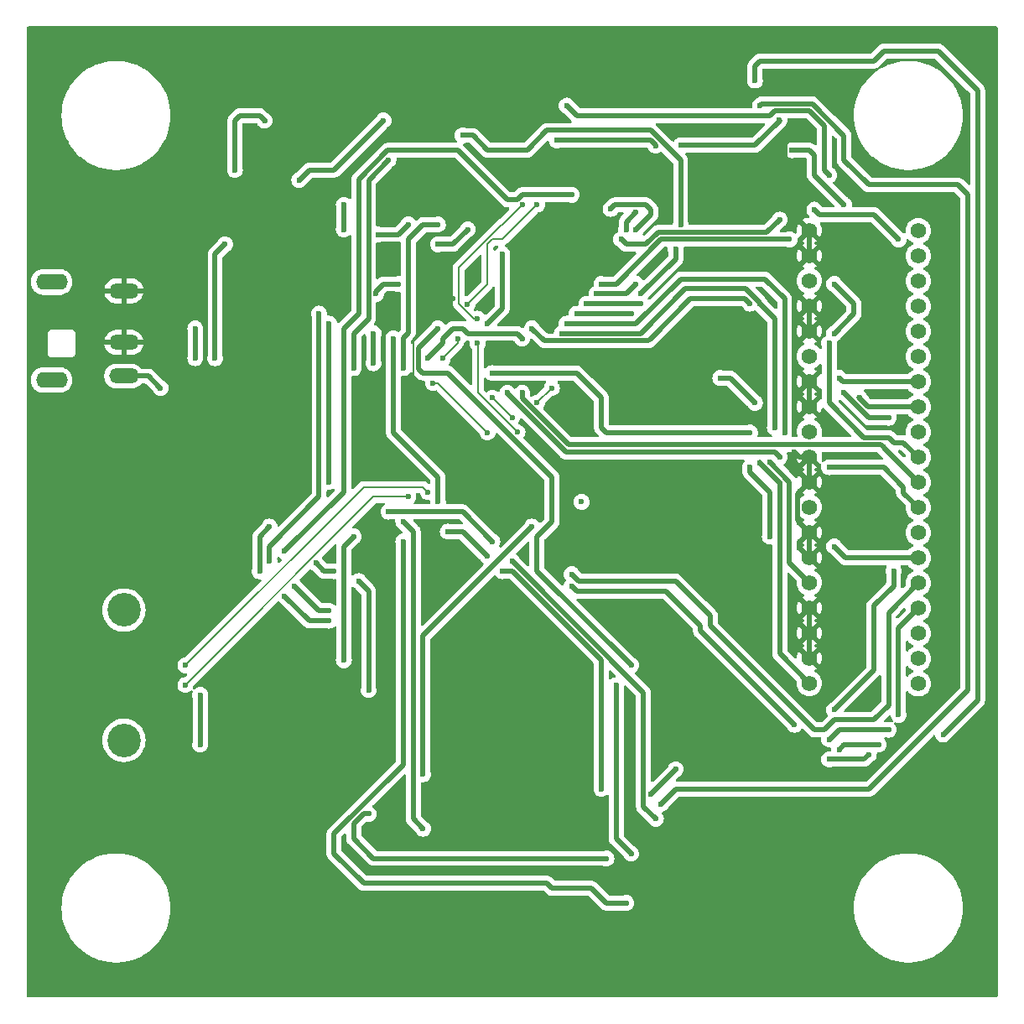
<source format=gbr>
%TF.GenerationSoftware,KiCad,Pcbnew,8.0.3*%
%TF.CreationDate,2024-10-11T11:20:33-04:00*%
%TF.ProjectId,G7 Senior Design V2,47372053-656e-4696-9f72-204465736967,rev?*%
%TF.SameCoordinates,Original*%
%TF.FileFunction,Copper,L2,Bot*%
%TF.FilePolarity,Positive*%
%FSLAX46Y46*%
G04 Gerber Fmt 4.6, Leading zero omitted, Abs format (unit mm)*
G04 Created by KiCad (PCBNEW 8.0.3) date 2024-10-11 11:20:33*
%MOMM*%
%LPD*%
G01*
G04 APERTURE LIST*
%TA.AperFunction,ComponentPad*%
%ADD10C,1.574800*%
%TD*%
%TA.AperFunction,ComponentPad*%
%ADD11O,3.000000X1.500000*%
%TD*%
%TA.AperFunction,ComponentPad*%
%ADD12O,3.200000X1.600000*%
%TD*%
%TA.AperFunction,ComponentPad*%
%ADD13C,3.376000*%
%TD*%
%TA.AperFunction,ViaPad*%
%ADD14C,0.600000*%
%TD*%
%TA.AperFunction,Conductor*%
%ADD15C,0.500000*%
%TD*%
%TA.AperFunction,Conductor*%
%ADD16C,0.200000*%
%TD*%
G04 APERTURE END LIST*
D10*
%TO.P,J3,1,1*%
%TO.N,Net-(U1-SENSOR_VP)*%
X191000000Y-117360000D03*
%TO.P,J3,2,2*%
%TO.N,Net-(U1-SENSOR_VN)*%
X191000000Y-114820000D03*
%TO.P,J3,3,3*%
%TO.N,Net-(U1-IO35)*%
X191000000Y-112280000D03*
%TO.P,J3,4,4*%
%TO.N,Net-(U1-IO25)*%
X191000000Y-109740000D03*
%TO.P,J3,5,5*%
%TO.N,Net-(U1-IO26)*%
X191000000Y-107200000D03*
%TO.P,J3,6,6*%
%TO.N,Net-(U1-IO14)*%
X191000000Y-104660000D03*
%TO.P,J3,7,7*%
%TO.N,Net-(U1-IO12)*%
X191000000Y-102120000D03*
%TO.P,J3,8,8*%
%TO.N,Net-(U1-IO13)*%
X191000000Y-99580000D03*
%TO.P,J3,9,9*%
%TO.N,Net-(U1-SD2)*%
X191000000Y-97040000D03*
%TO.P,J3,10,10*%
%TO.N,Net-(U1-SD3)*%
X191000000Y-94500000D03*
%TO.P,J3,11,11*%
%TO.N,Net-(U1-SD0)*%
X191000000Y-91960000D03*
%TO.P,J3,12,12*%
%TO.N,Net-(U1-SD1)*%
X191000000Y-89420000D03*
%TO.P,J3,13,13*%
%TO.N,Net-(U1-IO15)*%
X191000000Y-86880000D03*
%TO.P,J3,14,14*%
%TO.N,Net-(U1-IO22)*%
X191000000Y-84340000D03*
%TO.P,J3,15,15*%
%TO.N,Net-(U1-IO21)*%
X191000000Y-81800000D03*
%TO.P,J3,16,16*%
%TO.N,Net-(U1-IO5)*%
X191000000Y-79260000D03*
%TO.P,J3,17,17*%
%TO.N,Net-(U1-IO17)*%
X191000000Y-76720000D03*
%TO.P,J3,18,18*%
%TO.N,Net-(U1-IO16)*%
X191000000Y-74180000D03*
%TO.P,J3,19,19*%
%TO.N,Net-(U1-IO2)*%
X191000000Y-71640000D03*
%TD*%
%TO.P,J4,1,1*%
%TO.N,Net-(U1-CMD)*%
X180000000Y-117320000D03*
%TO.P,J4,2,2*%
%TO.N,GND*%
X180000000Y-114780000D03*
%TO.P,J4,3,3*%
X180000000Y-112240000D03*
%TO.P,J4,4,4*%
X180000000Y-109700000D03*
%TO.P,J4,5,5*%
%TO.N,Net-(U1-CLK)*%
X180000000Y-107160000D03*
%TO.P,J4,6,6*%
%TO.N,GND*%
X180000000Y-104620000D03*
%TO.P,J4,7,7*%
X180000000Y-102080000D03*
%TO.P,J4,8,8*%
%TO.N,Net-(U2-GPIO7)*%
X180000000Y-99540000D03*
%TO.P,J4,9,9*%
%TO.N,GND*%
X180000000Y-97000000D03*
%TO.P,J4,10,10*%
X180000000Y-94460000D03*
%TO.P,J4,11,11*%
%TO.N,Net-(U2-GPIO6{slash}EXTRXE{slash}SPIPHA)*%
X180000000Y-91920000D03*
%TO.P,J4,12,12*%
%TO.N,GND*%
X180000000Y-89380000D03*
%TO.P,J4,13,13*%
X180000000Y-86840000D03*
%TO.P,J4,14,14*%
%TO.N,Net-(U2-GPIO5{slash}EXTTXE{slash}SPIPOL)*%
X180000000Y-84300000D03*
%TO.P,J4,15,15*%
%TO.N,GND*%
X180000000Y-81760000D03*
%TO.P,J4,16,16*%
X180000000Y-79220000D03*
%TO.P,J4,17,17*%
%TO.N,Net-(U2-GPIO4{slash}EXTPA)*%
X180000000Y-76680000D03*
%TO.P,J4,18,18*%
%TO.N,GND*%
X180000000Y-74140000D03*
%TO.P,J4,19,19*%
X180000000Y-71600000D03*
%TD*%
D11*
%TO.P,J2,1*%
%TO.N,Net-(U3-VIN)*%
X110800000Y-86300000D03*
%TO.P,J2,2*%
%TO.N,GND*%
X110800000Y-77700000D03*
%TO.P,J2,3*%
X110800000Y-82900000D03*
D12*
%TO.P,J2,S1,SHIELD*%
%TO.N,unconnected-(J2-SHIELD-PadS1)*%
X103500000Y-86700000D03*
%TO.P,J2,S2,SHIELD__1*%
%TO.N,unconnected-(J2-SHIELD__1-PadS2)*%
X103500000Y-76800000D03*
%TD*%
D13*
%TO.P,J1,S1,SHIELD*%
%TO.N,unconnected-(J1-SHIELD-PadS1)*%
X110792500Y-109930000D03*
%TO.P,J1,S2,SHIELD__1*%
%TO.N,unconnected-(J1-SHIELD__1-PadS2)*%
X110792500Y-123070000D03*
%TD*%
D14*
%TO.N,GND*%
X144500000Y-74000000D03*
X177500000Y-62000000D03*
X146000000Y-96500000D03*
X147500000Y-69000000D03*
X151000000Y-62000000D03*
X144000000Y-78500000D03*
X178500000Y-92000000D03*
X154500000Y-58500000D03*
X178500000Y-94000000D03*
X176500000Y-56750000D03*
X144000000Y-58500000D03*
X148000000Y-134000000D03*
X113000000Y-74000000D03*
X161500000Y-58000000D03*
X120500000Y-65000000D03*
X123500000Y-66500000D03*
X147500000Y-62000000D03*
X149000000Y-97500000D03*
X137500000Y-58000000D03*
X149500000Y-102500000D03*
X150500000Y-131000000D03*
%TO.N,Net-(IC3-VDD)*%
X118000000Y-81500000D03*
X159000000Y-128000000D03*
X147500000Y-104500000D03*
X143500000Y-102000000D03*
X125000000Y-60500000D03*
X122000000Y-65500000D03*
X118000000Y-84500000D03*
X149000000Y-106000000D03*
%TO.N,/EN*%
X128500000Y-66500000D03*
X133000000Y-69000000D03*
X137000000Y-60500000D03*
X133000000Y-71500000D03*
%TO.N,/IO0*%
X141500000Y-84500000D03*
X121000000Y-73000000D03*
X151000000Y-82500000D03*
X120000000Y-84500000D03*
%TO.N,Net-(IC3-RTS)*%
X150000000Y-90500000D03*
X148000000Y-88500000D03*
%TO.N,Net-(IC3-RXD)*%
X151030331Y-69030331D03*
X146500000Y-80500000D03*
X146500000Y-83000000D03*
X150530331Y-91969669D03*
%TO.N,Net-(IC3-D+)*%
X139500000Y-98500000D03*
X117000000Y-117500000D03*
%TO.N,Net-(IC3-D-)*%
X117000000Y-115500000D03*
X141500000Y-98000000D03*
%TO.N,Net-(IC3-TXD)*%
X143000000Y-84500000D03*
X142000000Y-87000000D03*
X145469669Y-79030331D03*
X152500000Y-69000000D03*
X144500000Y-82500000D03*
X147500000Y-92000000D03*
%TO.N,Net-(IC3-DTR)*%
X154000000Y-87500000D03*
X152500000Y-89000000D03*
%TO.N,Net-(J1-VCC)*%
X118500000Y-118500000D03*
X118500000Y-123500000D03*
%TO.N,Net-(U3-VIN)*%
X114500000Y-87500000D03*
%TO.N,Net-(U1-IO27)*%
X162000000Y-115500000D03*
X142500000Y-81500000D03*
X162000000Y-134500000D03*
X160500000Y-117500000D03*
%TO.N,Net-(U1-IO32)*%
X136000000Y-82000000D03*
X136000000Y-85000000D03*
%TO.N,Net-(U2-WAKEUP)*%
X148000000Y-103000000D03*
X150000000Y-105000000D03*
X164500000Y-131000000D03*
X137500000Y-100000000D03*
%TO.N,Net-(U1-IO33)*%
X161500000Y-139500000D03*
X139000000Y-103000000D03*
X142500000Y-99000000D03*
X138000000Y-82500000D03*
%TO.N,Net-(U1-IO34)*%
X134000000Y-102500000D03*
X133000000Y-115000000D03*
X137500000Y-64500000D03*
X134000000Y-85500000D03*
%TO.N,Net-(U1-IO23)*%
X135500000Y-130500000D03*
X175000000Y-59000000D03*
X165000000Y-129500000D03*
X159500000Y-135000000D03*
%TO.N,Net-(U1-IO18)*%
X135500000Y-118000000D03*
X130174265Y-105174265D03*
X132000000Y-106000000D03*
X134500000Y-107000000D03*
X156000000Y-68000000D03*
X127000000Y-104000000D03*
%TO.N,Net-(U1-IO4)*%
X152000000Y-101500000D03*
X141000000Y-126500000D03*
%TO.N,Net-(U1-IO19)*%
X142500000Y-71000000D03*
X139000000Y-101000000D03*
X141000000Y-132000000D03*
X139000000Y-85500000D03*
%TO.N,Net-(U1-IO35)*%
X166500000Y-73500000D03*
X188000000Y-122000000D03*
X182000000Y-123000000D03*
X145000000Y-62000000D03*
X167000000Y-71000000D03*
X157000000Y-99000000D03*
X163000000Y-78000000D03*
%TO.N,Net-(U1-SD0)*%
X183500000Y-88000000D03*
X188000000Y-90500000D03*
X156500000Y-80000000D03*
X162000000Y-80000000D03*
%TO.N,Net-(U1-IO21)*%
X161500000Y-71500000D03*
X162500000Y-69750000D03*
%TO.N,Net-(U1-IO2)*%
X178000000Y-72500000D03*
X159000000Y-77000000D03*
%TO.N,Net-(U1-SD3)*%
X182000000Y-83000000D03*
X174000000Y-79000000D03*
X152000000Y-81500000D03*
%TO.N,Net-(U1-IO22)*%
X178250000Y-63500000D03*
X183500000Y-69000000D03*
%TO.N,Net-(U1-SD2)*%
X151000000Y-88000000D03*
%TO.N,Net-(U1-IO15)*%
X158500000Y-78000000D03*
X162500000Y-77000000D03*
X183000000Y-86500000D03*
%TO.N,Net-(U1-IO25)*%
X164469669Y-63030331D03*
X174500000Y-56500000D03*
X176969669Y-60469669D03*
X189000000Y-120500000D03*
X193500000Y-122500000D03*
X167000000Y-63000000D03*
X154500000Y-62500000D03*
%TO.N,Net-(U1-IO5)*%
X159930000Y-69430000D03*
X162500000Y-71500000D03*
%TO.N,Net-(U1-IO26)*%
X139500000Y-71000000D03*
X136500000Y-72000000D03*
X125500000Y-105000000D03*
X131500000Y-110000000D03*
X130500000Y-80000000D03*
X156000000Y-106305598D03*
X128000000Y-107500000D03*
%TO.N,Net-(U1-IO16)*%
X189000000Y-72500000D03*
X180500000Y-69500000D03*
X161000000Y-72500000D03*
X177000000Y-70500000D03*
%TO.N,Net-(U1-SENSOR_VN)*%
X155500000Y-59000000D03*
X182000000Y-66000000D03*
%TO.N,Net-(U1-SD1)*%
X174500000Y-89000000D03*
X171000000Y-86500000D03*
X185030331Y-88469669D03*
X163000000Y-79000000D03*
X157500000Y-79000000D03*
%TO.N,Net-(U1-IO13)*%
X177000000Y-94500000D03*
X149500000Y-88000000D03*
X182000000Y-95500000D03*
%TO.N,Net-(U1-IO14)*%
X147469669Y-81030331D03*
X148000000Y-86000000D03*
X176000000Y-102500000D03*
X182500000Y-103500000D03*
X142500000Y-73000000D03*
X174000000Y-92000000D03*
X149000000Y-74000000D03*
X174000000Y-95500000D03*
X145500000Y-71500000D03*
%TO.N,Net-(U2-GPIO4{slash}EXTPA)*%
X182500000Y-77000000D03*
X187000000Y-123500000D03*
X183000000Y-124000000D03*
X182500000Y-82000000D03*
%TO.N,Net-(U1-CMD)*%
X175000000Y-79000000D03*
X176500000Y-91500000D03*
X175000000Y-95060661D03*
X155000000Y-82000000D03*
%TO.N,Net-(U2-GPIO7)*%
X166500000Y-126000000D03*
X164000000Y-128500000D03*
%TO.N,Net-(U1-CLK)*%
X176000000Y-95000000D03*
X177500000Y-92000000D03*
X155500000Y-81000000D03*
%TO.N,Net-(U2-GPIO5{slash}EXTTXE{slash}SPIPOL)*%
X186000000Y-124500000D03*
X182000000Y-125000000D03*
%TO.N,Net-(U1-IO12)*%
X182500000Y-120000000D03*
X131500000Y-111000000D03*
X178500000Y-121500000D03*
X138500000Y-77000000D03*
X124500000Y-106000000D03*
X127000000Y-108500000D03*
X156000000Y-107500000D03*
X131500000Y-97000000D03*
X131500000Y-81000000D03*
X125500000Y-101500000D03*
X188500000Y-106000000D03*
X136250000Y-78000000D03*
%TD*%
D15*
%TO.N,Net-(U1-IO16)*%
X186500000Y-70000000D02*
X189000000Y-72500000D01*
X180500000Y-69500000D02*
X181000000Y-70000000D01*
X181000000Y-70000000D02*
X186500000Y-70000000D01*
%TO.N,GND*%
X113000000Y-74000000D02*
X112000000Y-73000000D01*
X180000000Y-86840000D02*
X180000000Y-89380000D01*
X150500000Y-131500000D02*
X150500000Y-131000000D01*
X112000000Y-68000000D02*
X113500000Y-66500000D01*
X178960000Y-94460000D02*
X180000000Y-94460000D01*
X175750000Y-57500000D02*
X162000000Y-57500000D01*
X144000000Y-58500000D02*
X147500000Y-62000000D01*
X137500000Y-58000000D02*
X122500000Y-58000000D01*
X154500000Y-58500000D02*
X151000000Y-62000000D01*
X180000000Y-71600000D02*
X180000000Y-74140000D01*
X178500000Y-92000000D02*
X178500000Y-90880000D01*
D16*
X149000000Y-102000000D02*
X149500000Y-102500000D01*
X145000000Y-96500000D02*
X140000000Y-91500000D01*
D15*
X162000000Y-57500000D02*
X161500000Y-58000000D01*
X147500000Y-71000000D02*
X147500000Y-69000000D01*
X180000000Y-109700000D02*
X180000000Y-112240000D01*
X180000000Y-79220000D02*
X180000000Y-81760000D01*
X180000000Y-97000000D02*
X178787600Y-98212400D01*
X120500000Y-60000000D02*
X120500000Y-65000000D01*
D16*
X146000000Y-96500000D02*
X145000000Y-96500000D01*
D15*
X178500000Y-90880000D02*
X180000000Y-89380000D01*
X148000000Y-134000000D02*
X150500000Y-131500000D01*
D16*
X140000000Y-82500000D02*
X144000000Y-78500000D01*
D15*
X112000000Y-73000000D02*
X112000000Y-68000000D01*
X122500000Y-58000000D02*
X120500000Y-60000000D01*
D16*
X140000000Y-91500000D02*
X140000000Y-82500000D01*
D15*
X176500000Y-56750000D02*
X175750000Y-57500000D01*
X144500000Y-74000000D02*
X147500000Y-71000000D01*
X180000000Y-71600000D02*
X177500000Y-69100000D01*
X178787600Y-98212400D02*
X178787600Y-100867600D01*
X178787600Y-100867600D02*
X180000000Y-102080000D01*
X180000000Y-94460000D02*
X180000000Y-97000000D01*
X178500000Y-94000000D02*
X178960000Y-94460000D01*
X180000000Y-102080000D02*
X180000000Y-104620000D01*
D16*
X149000000Y-97500000D02*
X149000000Y-102000000D01*
D15*
X113500000Y-66500000D02*
X123500000Y-66500000D01*
X180000000Y-112240000D02*
X180000000Y-114780000D01*
X177500000Y-69100000D02*
X177500000Y-62000000D01*
%TO.N,Net-(IC3-VDD)*%
X145000000Y-102000000D02*
X143500000Y-102000000D01*
X150000000Y-106000000D02*
X149000000Y-106000000D01*
X122500000Y-60000000D02*
X124500000Y-60000000D01*
X147500000Y-104500000D02*
X145000000Y-102000000D01*
X124500000Y-60000000D02*
X125000000Y-60500000D01*
X159000000Y-115000000D02*
X150000000Y-106000000D01*
X159000000Y-128000000D02*
X159000000Y-115000000D01*
X122000000Y-60500000D02*
X122500000Y-60000000D01*
X118000000Y-84500000D02*
X118000000Y-81500000D01*
X122000000Y-65500000D02*
X122000000Y-60500000D01*
%TO.N,/EN*%
X133000000Y-71500000D02*
X133000000Y-69000000D01*
X129500000Y-65500000D02*
X128500000Y-66500000D01*
X132000000Y-65500000D02*
X129500000Y-65500000D01*
X137000000Y-60500000D02*
X132000000Y-65500000D01*
%TO.N,/IO0*%
X145000000Y-81500000D02*
X145500000Y-82000000D01*
X120000000Y-84500000D02*
X120000000Y-74000000D01*
X144000000Y-81500000D02*
X145000000Y-81500000D01*
X143000000Y-82500000D02*
X144000000Y-81500000D01*
X143000000Y-83000000D02*
X143000000Y-82500000D01*
X145500000Y-82000000D02*
X150500000Y-82000000D01*
X141500000Y-84500000D02*
X143000000Y-83000000D01*
X150500000Y-82000000D02*
X151000000Y-82500000D01*
X120000000Y-74000000D02*
X121000000Y-73000000D01*
D16*
%TO.N,Net-(IC3-RTS)*%
X150000000Y-90500000D02*
X148000000Y-88500000D01*
%TO.N,Net-(IC3-RXD)*%
X149000000Y-71000000D02*
X151000000Y-69000000D01*
X146090809Y-80500000D02*
X144600000Y-79009191D01*
X146550000Y-87989338D02*
X146550000Y-83050000D01*
X150530331Y-91969669D02*
X146550000Y-87989338D01*
X144600000Y-75334314D02*
X148934314Y-71000000D01*
X146550000Y-83050000D02*
X146500000Y-83000000D01*
X148934314Y-71000000D02*
X149000000Y-71000000D01*
X146500000Y-80500000D02*
X146090809Y-80500000D01*
X144600000Y-79009191D02*
X144600000Y-75334314D01*
X151000000Y-69000000D02*
X151030331Y-69030331D01*
%TO.N,Net-(IC3-D+)*%
X117000000Y-117500000D02*
X136000000Y-98500000D01*
X136000000Y-98500000D02*
X139500000Y-98500000D01*
%TO.N,Net-(IC3-D-)*%
X117000000Y-115500000D02*
X135000000Y-97500000D01*
X141000000Y-97500000D02*
X141500000Y-98000000D01*
X135000000Y-97500000D02*
X141000000Y-97500000D01*
%TO.N,Net-(IC3-TXD)*%
X142500000Y-87000000D02*
X142000000Y-87000000D01*
X148000000Y-72500000D02*
X149000000Y-72500000D01*
X149000000Y-72500000D02*
X152500000Y-69000000D01*
X147500000Y-77000000D02*
X147500000Y-73000000D01*
X145469669Y-79030331D02*
X147500000Y-77000000D01*
X147500000Y-92000000D02*
X142500000Y-87000000D01*
X144500000Y-83000000D02*
X144500000Y-82500000D01*
X147500000Y-73000000D02*
X148000000Y-72500000D01*
X143000000Y-84500000D02*
X144500000Y-83000000D01*
%TO.N,Net-(IC3-DTR)*%
X152500000Y-89000000D02*
X154000000Y-87500000D01*
D15*
%TO.N,Net-(J1-VCC)*%
X118500000Y-123500000D02*
X118500000Y-118500000D01*
%TO.N,Net-(U3-VIN)*%
X113300000Y-86300000D02*
X114500000Y-87500000D01*
X110800000Y-86300000D02*
X113300000Y-86300000D01*
%TO.N,Net-(U1-IO27)*%
X160500000Y-133000000D02*
X160500000Y-117500000D01*
X140550000Y-83450000D02*
X142500000Y-81500000D01*
X152500000Y-106000000D02*
X152500000Y-102500000D01*
X140550000Y-85550000D02*
X140550000Y-83450000D01*
X152500000Y-102500000D02*
X154000000Y-101000000D01*
X154000000Y-96500000D02*
X143500000Y-86000000D01*
X162000000Y-115500000D02*
X152500000Y-106000000D01*
X141000000Y-86000000D02*
X140550000Y-85550000D01*
X162000000Y-134500000D02*
X160500000Y-133000000D01*
X154000000Y-101000000D02*
X154000000Y-96500000D01*
X143500000Y-86000000D02*
X141000000Y-86000000D01*
%TO.N,Net-(U1-IO32)*%
X136000000Y-85000000D02*
X136000000Y-82000000D01*
%TO.N,Net-(U2-WAKEUP)*%
X163250000Y-118250000D02*
X150000000Y-105000000D01*
X163250000Y-129750000D02*
X163250000Y-118250000D01*
X164500000Y-131000000D02*
X163250000Y-129750000D01*
X145000000Y-100000000D02*
X137500000Y-100000000D01*
X148000000Y-103000000D02*
X145000000Y-100000000D01*
%TO.N,Net-(U1-IO33)*%
X138000000Y-92000000D02*
X142500000Y-96500000D01*
X138000000Y-82500000D02*
X138000000Y-92000000D01*
X153500000Y-137500000D02*
X154000000Y-138000000D01*
X159500000Y-139500000D02*
X161500000Y-139500000D01*
X139000000Y-103000000D02*
X139000000Y-125510050D01*
X158000000Y-138000000D02*
X159500000Y-139500000D01*
X142500000Y-96500000D02*
X142500000Y-99000000D01*
X135000000Y-137500000D02*
X153500000Y-137500000D01*
X139000000Y-125510050D02*
X132000000Y-132510050D01*
X132000000Y-134500000D02*
X135000000Y-137500000D01*
X154000000Y-138000000D02*
X158000000Y-138000000D01*
X132000000Y-132510050D02*
X132000000Y-134500000D01*
%TO.N,Net-(U1-IO34)*%
X133000000Y-115000000D02*
X133000000Y-103500000D01*
X133000000Y-103500000D02*
X134000000Y-102500000D01*
X134000000Y-82000000D02*
X135500000Y-80500000D01*
X135500000Y-66500000D02*
X137500000Y-64500000D01*
X134000000Y-85500000D02*
X134000000Y-82000000D01*
X135500000Y-80500000D02*
X135500000Y-66500000D01*
%TO.N,Net-(U1-IO23)*%
X180289950Y-58800000D02*
X183500000Y-62010050D01*
X196000000Y-68000000D02*
X196000000Y-118000000D01*
X166500000Y-128000000D02*
X165000000Y-129500000D01*
X196000000Y-118000000D02*
X186000000Y-128000000D01*
X175000000Y-59000000D02*
X175200000Y-58800000D01*
X175200000Y-58800000D02*
X180289950Y-58800000D01*
X195000000Y-67000000D02*
X196000000Y-68000000D01*
X183500000Y-64500000D02*
X186000000Y-67000000D01*
X135000000Y-130500000D02*
X135500000Y-130500000D01*
X159500000Y-135000000D02*
X136000000Y-135000000D01*
X183500000Y-62010050D02*
X183500000Y-64500000D01*
X186000000Y-128000000D02*
X166500000Y-128000000D01*
X136000000Y-135000000D02*
X134000000Y-133000000D01*
X186000000Y-67000000D02*
X195000000Y-67000000D01*
X134000000Y-131500000D02*
X135000000Y-130500000D01*
X134000000Y-133000000D02*
X134000000Y-131500000D01*
%TO.N,Net-(U1-IO18)*%
X134500000Y-66439339D02*
X137439339Y-63500000D01*
X131000000Y-106000000D02*
X130174265Y-105174265D01*
X127000000Y-104000000D02*
X133000000Y-98000000D01*
X133000000Y-81500000D02*
X134500000Y-80000000D01*
X133000000Y-98000000D02*
X133000000Y-81500000D01*
X132000000Y-106000000D02*
X131000000Y-106000000D01*
X135500000Y-118000000D02*
X135500000Y-108000000D01*
X134500000Y-80000000D02*
X134500000Y-66439339D01*
X150500000Y-68500000D02*
X151000000Y-68000000D01*
X135500000Y-108000000D02*
X134500000Y-107000000D01*
X137439339Y-63500000D02*
X144500000Y-63500000D01*
X151000000Y-68000000D02*
X156000000Y-68000000D01*
X144500000Y-63500000D02*
X149500000Y-68500000D01*
X149500000Y-68500000D02*
X150500000Y-68500000D01*
%TO.N,Net-(U1-IO4)*%
X141000000Y-112500000D02*
X141000000Y-126500000D01*
X152000000Y-101500000D02*
X141000000Y-112500000D01*
%TO.N,Net-(U1-IO19)*%
X139500000Y-81939339D02*
X139000000Y-82439339D01*
X139000000Y-82439339D02*
X139000000Y-85500000D01*
X140000000Y-102000000D02*
X139000000Y-101000000D01*
X139500000Y-72500000D02*
X139500000Y-81939339D01*
X141000000Y-132000000D02*
X140000000Y-131000000D01*
X140000000Y-131000000D02*
X140000000Y-102000000D01*
X142500000Y-71000000D02*
X141000000Y-71000000D01*
X141000000Y-71000000D02*
X139500000Y-72500000D01*
%TO.N,Net-(U1-IO35)*%
X145000000Y-62000000D02*
X146000000Y-62000000D01*
X151500000Y-63500000D02*
X153500000Y-61500000D01*
X153500000Y-61500000D02*
X164000000Y-61500000D01*
X183000000Y-122000000D02*
X182000000Y-123000000D01*
X147500000Y-63500000D02*
X151500000Y-63500000D01*
X188000000Y-122000000D02*
X183000000Y-122000000D01*
X167000000Y-64500000D02*
X167000000Y-71000000D01*
X164000000Y-61500000D02*
X167000000Y-64500000D01*
X146000000Y-62000000D02*
X147500000Y-63500000D01*
X166500000Y-74500000D02*
X166500000Y-73500000D01*
X163000000Y-78000000D02*
X166500000Y-74500000D01*
%TO.N,Net-(U1-SD0)*%
X188000000Y-90500000D02*
X186000000Y-90500000D01*
X186000000Y-90500000D02*
X183500000Y-88000000D01*
X156500000Y-80000000D02*
X162000000Y-80000000D01*
%TO.N,Net-(U1-IO21)*%
X161500000Y-70750000D02*
X161500000Y-71500000D01*
X162500000Y-69750000D02*
X161500000Y-70750000D01*
%TO.N,Net-(U1-IO2)*%
X160500000Y-77000000D02*
X165000000Y-72500000D01*
X159000000Y-77000000D02*
X160500000Y-77000000D01*
X165000000Y-72500000D02*
X178000000Y-72500000D01*
%TO.N,Net-(U1-SD3)*%
X188000000Y-92500000D02*
X188500000Y-93000000D01*
X152000000Y-81500000D02*
X153250000Y-82750000D01*
X153250000Y-82750000D02*
X163750000Y-82750000D01*
X188500000Y-93000000D02*
X189500000Y-93000000D01*
X168000000Y-78500000D02*
X173500000Y-78500000D01*
X173500000Y-78500000D02*
X174000000Y-79000000D01*
X182000000Y-89000000D02*
X185500000Y-92500000D01*
X163750000Y-82750000D02*
X164000000Y-82500000D01*
X189500000Y-93000000D02*
X191000000Y-94500000D01*
X182000000Y-83000000D02*
X182000000Y-89000000D01*
X164000000Y-82500000D02*
X168000000Y-78500000D01*
X185500000Y-92500000D02*
X188000000Y-92500000D01*
%TO.N,Net-(U1-IO22)*%
X180500000Y-66000000D02*
X183500000Y-69000000D01*
X180500000Y-64000000D02*
X180500000Y-66000000D01*
X178250000Y-63500000D02*
X180000000Y-63500000D01*
X180000000Y-63500000D02*
X180500000Y-64000000D01*
%TO.N,Net-(U1-SD2)*%
X155661939Y-93222600D02*
X187222600Y-93222600D01*
X151000000Y-88560661D02*
X155661939Y-93222600D01*
X187500000Y-93540000D02*
X191000000Y-97040000D01*
X187500000Y-93500000D02*
X187500000Y-93540000D01*
X187222600Y-93222600D02*
X187500000Y-93500000D01*
X151000000Y-88000000D02*
X151000000Y-88560661D01*
%TO.N,Net-(U1-IO15)*%
X162500000Y-77000000D02*
X161500000Y-78000000D01*
X191000000Y-86880000D02*
X183380000Y-86880000D01*
X161500000Y-78000000D02*
X158500000Y-78000000D01*
X183380000Y-86880000D02*
X183000000Y-86500000D01*
%TO.N,Net-(U1-IO25)*%
X189000000Y-111740000D02*
X191000000Y-109740000D01*
X154500000Y-62500000D02*
X164000000Y-62500000D01*
X192000000Y-53500000D02*
X193000000Y-53500000D01*
X174500000Y-63000000D02*
X177000000Y-60500000D01*
X197000000Y-57500000D02*
X197000000Y-67000000D01*
X167000000Y-63000000D02*
X174500000Y-63000000D01*
X193000000Y-53500000D02*
X196500000Y-57000000D01*
X196500000Y-119500000D02*
X193500000Y-122500000D01*
X187500000Y-53500000D02*
X192000000Y-53500000D01*
X164500000Y-63000000D02*
X164469669Y-63030331D01*
X174500000Y-56500000D02*
X174500000Y-55000000D01*
X186500000Y-54500000D02*
X187500000Y-53500000D01*
X174500000Y-55000000D02*
X175000000Y-54500000D01*
X177000000Y-60500000D02*
X176969669Y-60469669D01*
X197000000Y-67000000D02*
X197000000Y-119000000D01*
X164000000Y-62500000D02*
X164500000Y-63000000D01*
X189000000Y-120500000D02*
X189000000Y-111740000D01*
X196500000Y-57000000D02*
X197000000Y-57500000D01*
X197000000Y-119000000D02*
X196500000Y-119500000D01*
X175000000Y-54500000D02*
X186500000Y-54500000D01*
%TO.N,Net-(U1-IO5)*%
X160360000Y-69000000D02*
X163500000Y-69000000D01*
X164000000Y-69500000D02*
X164000000Y-70000000D01*
X163500000Y-69000000D02*
X164000000Y-69500000D01*
X164000000Y-70000000D02*
X162500000Y-71500000D01*
X159930000Y-69430000D02*
X160360000Y-69000000D01*
%TO.N,Net-(U1-IO26)*%
X166500000Y-107000000D02*
X170000000Y-110500000D01*
X170000000Y-110500000D02*
X170000000Y-111500000D01*
X139500000Y-71000000D02*
X138500000Y-72000000D01*
X138500000Y-72000000D02*
X136500000Y-72000000D01*
X156694402Y-107000000D02*
X166500000Y-107000000D01*
X125500000Y-103500000D02*
X125500000Y-105000000D01*
X188000000Y-110200000D02*
X191000000Y-107200000D01*
X186500000Y-121000000D02*
X188000000Y-119500000D01*
X128000000Y-107500000D02*
X130500000Y-110000000D01*
X156000000Y-106305598D02*
X156694402Y-107000000D01*
X180500000Y-122000000D02*
X181500000Y-122000000D01*
X130500000Y-110000000D02*
X131500000Y-110000000D01*
X130500000Y-98500000D02*
X125500000Y-103500000D01*
X182500000Y-121000000D02*
X186500000Y-121000000D01*
X170000000Y-111500000D02*
X180500000Y-122000000D01*
X130500000Y-80000000D02*
X130500000Y-98500000D01*
X188000000Y-119500000D02*
X188000000Y-110200000D01*
X181500000Y-122000000D02*
X182500000Y-121000000D01*
%TO.N,Net-(U1-IO16)*%
X161000000Y-72500000D02*
X161500000Y-73000000D01*
X161500000Y-73000000D02*
X163510051Y-73000000D01*
X164710051Y-71800000D02*
X175700000Y-71800000D01*
X175700000Y-71800000D02*
X177000000Y-70500000D01*
X163510051Y-73000000D02*
X164710051Y-71800000D01*
%TO.N,Net-(U1-SENSOR_VN)*%
X181500000Y-61500000D02*
X181500000Y-65500000D01*
X180000000Y-59500000D02*
X181500000Y-61000000D01*
X176500000Y-59500000D02*
X179000000Y-59500000D01*
X181500000Y-65500000D02*
X182000000Y-66000000D01*
X181500000Y-61000000D02*
X181500000Y-61500000D01*
X155500000Y-59000000D02*
X156500000Y-60000000D01*
X156500000Y-60000000D02*
X176000000Y-60000000D01*
X176000000Y-60000000D02*
X176500000Y-59500000D01*
X179000000Y-59500000D02*
X180000000Y-59500000D01*
%TO.N,Net-(U1-SD1)*%
X185000000Y-88500000D02*
X185030331Y-88469669D01*
X191000000Y-89420000D02*
X185920000Y-89420000D01*
X157500000Y-79000000D02*
X163000000Y-79000000D01*
X185920000Y-89420000D02*
X185000000Y-88500000D01*
X171000000Y-86500000D02*
X172000000Y-86500000D01*
X172000000Y-86500000D02*
X174500000Y-89000000D01*
%TO.N,Net-(U1-IO13)*%
X189500000Y-98080000D02*
X191000000Y-99580000D01*
X189500000Y-97500000D02*
X189500000Y-98080000D01*
X176500000Y-94000000D02*
X177000000Y-94500000D01*
X149500000Y-88050611D02*
X155449389Y-94000000D01*
X149500000Y-88000000D02*
X149500000Y-88050611D01*
X187500000Y-95500000D02*
X189500000Y-97500000D01*
X182000000Y-95500000D02*
X187500000Y-95500000D01*
X155449389Y-94000000D02*
X176500000Y-94000000D01*
%TO.N,Net-(U1-IO14)*%
X174000000Y-96000000D02*
X176000000Y-98000000D01*
X149000000Y-74000000D02*
X149000000Y-79500000D01*
X176000000Y-98000000D02*
X176000000Y-102500000D01*
X144000000Y-73000000D02*
X145500000Y-71500000D01*
X148000000Y-86000000D02*
X156500000Y-86000000D01*
X183660000Y-104660000D02*
X191000000Y-104660000D01*
X159000000Y-91500000D02*
X159500000Y-92000000D01*
X159000000Y-88500000D02*
X159000000Y-91500000D01*
X182500000Y-103500000D02*
X183660000Y-104660000D01*
X149000000Y-79500000D02*
X147469669Y-81030331D01*
X156500000Y-86000000D02*
X159000000Y-88500000D01*
X142500000Y-73000000D02*
X144000000Y-73000000D01*
X174000000Y-95500000D02*
X174000000Y-96000000D01*
X159500000Y-92000000D02*
X174000000Y-92000000D01*
%TO.N,Net-(U2-GPIO4{slash}EXTPA)*%
X184500000Y-80000000D02*
X184500000Y-79000000D01*
X183500000Y-123500000D02*
X187000000Y-123500000D01*
X183000000Y-124000000D02*
X183500000Y-123500000D01*
X182500000Y-82000000D02*
X184500000Y-80000000D01*
X184500000Y-79000000D02*
X182500000Y-77000000D01*
%TO.N,Net-(U1-CMD)*%
X175000000Y-79000000D02*
X175000000Y-78939339D01*
X175000000Y-78939339D02*
X173560661Y-77500000D01*
X175000000Y-95000000D02*
X175000000Y-95060661D01*
X180000000Y-117320000D02*
X177000000Y-114320000D01*
X163000000Y-82000000D02*
X155000000Y-82000000D01*
X176500000Y-91500000D02*
X176500000Y-80500000D01*
X167500000Y-77500000D02*
X163000000Y-82000000D01*
X177000000Y-114320000D02*
X177000000Y-97000000D01*
X173560661Y-77500000D02*
X167500000Y-77500000D01*
X176939339Y-97000000D02*
X175000000Y-95060661D01*
X177000000Y-97000000D02*
X176939339Y-97000000D01*
X176500000Y-80500000D02*
X175000000Y-79000000D01*
%TO.N,Net-(U2-GPIO7)*%
X164000000Y-128500000D02*
X166500000Y-126000000D01*
%TO.N,Net-(U1-CLK)*%
X177500000Y-92000000D02*
X177500000Y-78500000D01*
X162500000Y-81000000D02*
X155500000Y-81000000D01*
X175500000Y-76500000D02*
X167000000Y-76500000D01*
X167000000Y-76500000D02*
X162500000Y-81000000D01*
X178000000Y-105160000D02*
X178000000Y-97000000D01*
X180000000Y-107160000D02*
X178000000Y-105160000D01*
X177500000Y-78500000D02*
X175500000Y-76500000D01*
X178000000Y-97000000D02*
X176000000Y-95000000D01*
%TO.N,Net-(U2-GPIO5{slash}EXTTXE{slash}SPIPOL)*%
X185500000Y-125000000D02*
X186000000Y-124500000D01*
X182000000Y-125000000D02*
X185500000Y-125000000D01*
%TO.N,Net-(U1-IO12)*%
X156000000Y-107500000D02*
X156500000Y-108000000D01*
X137000000Y-77000000D02*
X136200000Y-77800000D01*
X188500000Y-107500000D02*
X188500000Y-106000000D01*
X165500000Y-108000000D02*
X169000000Y-111500000D01*
X169000000Y-112000000D02*
X178500000Y-121500000D01*
X136200000Y-78000000D02*
X136250000Y-78000000D01*
X186500000Y-109500000D02*
X188500000Y-107500000D01*
X131500000Y-81000000D02*
X131500000Y-97000000D01*
X136200000Y-77800000D02*
X136200000Y-78000000D01*
X138500000Y-77000000D02*
X137000000Y-77000000D01*
X186500000Y-116000000D02*
X186500000Y-109500000D01*
X156500000Y-108000000D02*
X165500000Y-108000000D01*
X169000000Y-111500000D02*
X169000000Y-112000000D01*
X124500000Y-102500000D02*
X124500000Y-106000000D01*
X129500000Y-111000000D02*
X131500000Y-111000000D01*
X125500000Y-101500000D02*
X124500000Y-102500000D01*
X127000000Y-108500000D02*
X129500000Y-111000000D01*
X182500000Y-120000000D02*
X186500000Y-116000000D01*
%TD*%
%TA.AperFunction,Conductor*%
%TO.N,GND*%
G36*
X150995986Y-90607965D02*
G01*
X152946454Y-92558432D01*
X154866438Y-94478416D01*
X154970973Y-94582951D01*
X154970976Y-94582953D01*
X154970977Y-94582954D01*
X155093892Y-94665083D01*
X155093895Y-94665085D01*
X155128105Y-94679255D01*
X155128106Y-94679255D01*
X155230477Y-94721659D01*
X155346630Y-94744763D01*
X155365857Y-94748587D01*
X155375470Y-94750500D01*
X155375471Y-94750500D01*
X155375472Y-94750500D01*
X155523307Y-94750500D01*
X173318060Y-94750500D01*
X173385099Y-94770185D01*
X173430854Y-94822989D01*
X173440798Y-94892147D01*
X173411773Y-94955703D01*
X173405741Y-94962181D01*
X173370184Y-94997737D01*
X173274211Y-95150476D01*
X173214631Y-95320745D01*
X173214630Y-95320750D01*
X173194435Y-95499996D01*
X173194435Y-95500003D01*
X173214630Y-95679249D01*
X173214631Y-95679254D01*
X173242542Y-95759017D01*
X173249500Y-95799972D01*
X173249500Y-96073918D01*
X173249500Y-96073920D01*
X173249499Y-96073920D01*
X173278340Y-96218907D01*
X173278343Y-96218917D01*
X173334913Y-96355490D01*
X173334914Y-96355491D01*
X173334916Y-96355495D01*
X173344730Y-96370182D01*
X173344731Y-96370185D01*
X173417046Y-96478414D01*
X173417052Y-96478421D01*
X175213181Y-98274548D01*
X175246666Y-98335871D01*
X175249500Y-98362229D01*
X175249500Y-102200028D01*
X175242542Y-102240982D01*
X175214631Y-102320747D01*
X175194435Y-102499996D01*
X175194435Y-102500003D01*
X175214630Y-102679249D01*
X175214631Y-102679254D01*
X175274211Y-102849523D01*
X175337981Y-102951011D01*
X175370184Y-103002262D01*
X175497738Y-103129816D01*
X175650478Y-103225789D01*
X175789006Y-103274262D01*
X175820745Y-103285368D01*
X175820750Y-103285369D01*
X175999996Y-103305565D01*
X176000000Y-103305565D01*
X176000003Y-103305565D01*
X176111616Y-103292989D01*
X176180438Y-103305043D01*
X176231818Y-103352392D01*
X176249500Y-103416209D01*
X176249500Y-114393918D01*
X176249500Y-114393920D01*
X176249499Y-114393920D01*
X176278340Y-114538907D01*
X176278343Y-114538917D01*
X176334914Y-114675492D01*
X176334915Y-114675494D01*
X176334916Y-114675495D01*
X176361066Y-114714632D01*
X176367812Y-114724727D01*
X176367813Y-114724730D01*
X176417046Y-114798414D01*
X176417052Y-114798421D01*
X178684913Y-117066280D01*
X178718398Y-117127603D01*
X178720760Y-117164768D01*
X178707180Y-117319997D01*
X178707180Y-117320000D01*
X178726820Y-117544491D01*
X178726821Y-117544498D01*
X178785145Y-117762165D01*
X178785149Y-117762176D01*
X178880382Y-117966404D01*
X178880385Y-117966410D01*
X179009643Y-118151011D01*
X179168988Y-118310356D01*
X179168991Y-118310358D01*
X179353590Y-118439615D01*
X179439369Y-118479614D01*
X179557823Y-118534850D01*
X179557825Y-118534850D01*
X179557830Y-118534853D01*
X179775504Y-118593179D01*
X179955100Y-118608891D01*
X179999999Y-118612820D01*
X180000000Y-118612820D01*
X180000001Y-118612820D01*
X180037416Y-118609546D01*
X180224496Y-118593179D01*
X180442170Y-118534853D01*
X180646410Y-118439615D01*
X180831009Y-118310358D01*
X180990358Y-118151009D01*
X181119615Y-117966410D01*
X181214853Y-117762170D01*
X181273179Y-117544496D01*
X181292820Y-117320000D01*
X181273179Y-117095504D01*
X181214853Y-116877830D01*
X181119615Y-116673590D01*
X180990358Y-116488991D01*
X180990356Y-116488988D01*
X180831011Y-116329643D01*
X180646410Y-116200385D01*
X180646408Y-116200384D01*
X180564320Y-116162106D01*
X180511881Y-116115934D01*
X180492729Y-116048740D01*
X180512945Y-115981859D01*
X180564321Y-115937342D01*
X180646154Y-115899182D01*
X180716425Y-115849978D01*
X180156680Y-115290233D01*
X180205885Y-115277050D01*
X180327515Y-115206826D01*
X180426826Y-115107515D01*
X180497050Y-114985885D01*
X180510233Y-114936680D01*
X181069978Y-115496425D01*
X181119181Y-115426156D01*
X181214380Y-115222000D01*
X181214384Y-115221991D01*
X181272683Y-115004414D01*
X181272685Y-115004403D01*
X181292318Y-114780001D01*
X181292318Y-114779998D01*
X181272685Y-114555596D01*
X181272683Y-114555585D01*
X181214384Y-114338008D01*
X181214381Y-114337999D01*
X181119180Y-114133842D01*
X181119179Y-114133840D01*
X181069978Y-114063574D01*
X181069978Y-114063573D01*
X180510233Y-114623318D01*
X180497050Y-114574115D01*
X180426826Y-114452485D01*
X180327515Y-114353174D01*
X180205885Y-114282950D01*
X180156680Y-114269765D01*
X180716425Y-113710021D01*
X180716424Y-113710020D01*
X180646159Y-113660820D01*
X180646157Y-113660819D01*
X180563728Y-113622382D01*
X180511289Y-113576210D01*
X180492137Y-113509016D01*
X180512353Y-113442135D01*
X180563729Y-113397618D01*
X180646154Y-113359182D01*
X180716425Y-113309978D01*
X180156681Y-112750233D01*
X180205885Y-112737050D01*
X180327515Y-112666826D01*
X180426826Y-112567515D01*
X180497050Y-112445885D01*
X180510233Y-112396680D01*
X181069978Y-112956425D01*
X181119181Y-112886156D01*
X181214380Y-112682000D01*
X181214384Y-112681991D01*
X181272683Y-112464414D01*
X181272685Y-112464403D01*
X181292318Y-112240001D01*
X181292318Y-112239998D01*
X181272685Y-112015596D01*
X181272683Y-112015585D01*
X181214384Y-111798008D01*
X181214381Y-111797999D01*
X181119180Y-111593842D01*
X181119179Y-111593840D01*
X181069978Y-111523574D01*
X181069978Y-111523573D01*
X180510233Y-112083318D01*
X180497050Y-112034115D01*
X180426826Y-111912485D01*
X180327515Y-111813174D01*
X180205885Y-111742950D01*
X180156680Y-111729765D01*
X180716425Y-111170021D01*
X180716424Y-111170020D01*
X180646159Y-111120820D01*
X180646157Y-111120819D01*
X180563728Y-111082382D01*
X180511289Y-111036210D01*
X180492137Y-110969016D01*
X180512353Y-110902135D01*
X180563729Y-110857618D01*
X180646154Y-110819182D01*
X180716425Y-110769978D01*
X180156681Y-110210233D01*
X180205885Y-110197050D01*
X180327515Y-110126826D01*
X180426826Y-110027515D01*
X180497050Y-109905885D01*
X180510233Y-109856680D01*
X181069978Y-110416425D01*
X181119181Y-110346156D01*
X181214380Y-110142000D01*
X181214384Y-110141991D01*
X181272683Y-109924414D01*
X181272685Y-109924403D01*
X181292318Y-109700001D01*
X181292318Y-109699998D01*
X181272685Y-109475596D01*
X181272683Y-109475585D01*
X181214384Y-109258008D01*
X181214381Y-109257999D01*
X181119180Y-109053842D01*
X181119179Y-109053840D01*
X181069978Y-108983574D01*
X181069978Y-108983573D01*
X180510233Y-109543318D01*
X180497050Y-109494115D01*
X180426826Y-109372485D01*
X180327515Y-109273174D01*
X180205885Y-109202950D01*
X180156680Y-109189765D01*
X180716425Y-108630021D01*
X180716424Y-108630020D01*
X180646159Y-108580820D01*
X180646157Y-108580819D01*
X180564319Y-108542657D01*
X180511880Y-108496484D01*
X180492728Y-108429290D01*
X180512944Y-108362409D01*
X180564317Y-108317895D01*
X180646410Y-108279615D01*
X180831009Y-108150358D01*
X180990358Y-107991009D01*
X181119615Y-107806410D01*
X181214853Y-107602170D01*
X181273179Y-107384496D01*
X181292820Y-107160000D01*
X181291987Y-107150484D01*
X181278624Y-106997738D01*
X181273179Y-106935504D01*
X181214853Y-106717830D01*
X181202780Y-106691940D01*
X181151958Y-106582951D01*
X181119615Y-106513590D01*
X180990358Y-106328991D01*
X180990356Y-106328988D01*
X180831011Y-106169643D01*
X180646410Y-106040385D01*
X180646408Y-106040384D01*
X180564320Y-106002106D01*
X180511881Y-105955934D01*
X180492729Y-105888740D01*
X180512945Y-105821859D01*
X180564321Y-105777342D01*
X180646154Y-105739182D01*
X180716425Y-105689978D01*
X180156680Y-105130233D01*
X180205885Y-105117050D01*
X180327515Y-105046826D01*
X180426826Y-104947515D01*
X180497050Y-104825885D01*
X180510233Y-104776680D01*
X181069978Y-105336425D01*
X181119181Y-105266156D01*
X181214380Y-105062000D01*
X181214384Y-105061991D01*
X181272683Y-104844414D01*
X181272685Y-104844403D01*
X181292318Y-104620001D01*
X181292318Y-104619998D01*
X181272685Y-104395596D01*
X181272683Y-104395585D01*
X181214384Y-104178008D01*
X181214381Y-104177999D01*
X181119180Y-103973842D01*
X181119179Y-103973840D01*
X181069978Y-103903574D01*
X181069978Y-103903573D01*
X180510233Y-104463318D01*
X180497050Y-104414115D01*
X180426826Y-104292485D01*
X180327515Y-104193174D01*
X180205885Y-104122950D01*
X180156680Y-104109765D01*
X180716425Y-103550021D01*
X180716424Y-103550020D01*
X180646159Y-103500820D01*
X180646157Y-103500819D01*
X180563728Y-103462382D01*
X180511289Y-103416210D01*
X180492137Y-103349016D01*
X180512353Y-103282135D01*
X180563729Y-103237618D01*
X180646154Y-103199182D01*
X180716425Y-103149978D01*
X180156681Y-102590233D01*
X180205885Y-102577050D01*
X180327515Y-102506826D01*
X180426826Y-102407515D01*
X180497050Y-102285885D01*
X180510233Y-102236680D01*
X181069978Y-102796425D01*
X181119181Y-102726156D01*
X181214380Y-102522000D01*
X181214384Y-102521991D01*
X181272683Y-102304414D01*
X181272685Y-102304403D01*
X181292318Y-102080001D01*
X181292318Y-102079998D01*
X181272685Y-101855596D01*
X181272683Y-101855585D01*
X181214384Y-101638008D01*
X181214381Y-101637999D01*
X181119180Y-101433842D01*
X181119179Y-101433840D01*
X181069978Y-101363574D01*
X181069978Y-101363573D01*
X180510233Y-101923318D01*
X180497050Y-101874115D01*
X180426826Y-101752485D01*
X180327515Y-101653174D01*
X180205885Y-101582950D01*
X180156680Y-101569765D01*
X180716425Y-101010021D01*
X180716424Y-101010020D01*
X180646159Y-100960820D01*
X180646157Y-100960819D01*
X180564319Y-100922657D01*
X180511880Y-100876484D01*
X180492728Y-100809290D01*
X180512944Y-100742409D01*
X180564317Y-100697895D01*
X180646410Y-100659615D01*
X180831009Y-100530358D01*
X180990358Y-100371009D01*
X181119615Y-100186410D01*
X181214853Y-99982170D01*
X181273179Y-99764496D01*
X181292820Y-99540000D01*
X181273179Y-99315504D01*
X181214853Y-99097830D01*
X181119615Y-98893590D01*
X180990358Y-98708991D01*
X180990356Y-98708988D01*
X180831011Y-98549643D01*
X180646410Y-98420385D01*
X180646408Y-98420384D01*
X180564320Y-98382106D01*
X180511881Y-98335934D01*
X180492729Y-98268740D01*
X180512945Y-98201859D01*
X180564321Y-98157342D01*
X180646154Y-98119182D01*
X180716425Y-98069978D01*
X180156681Y-97510233D01*
X180205885Y-97497050D01*
X180327515Y-97426826D01*
X180426826Y-97327515D01*
X180497050Y-97205885D01*
X180510233Y-97156680D01*
X181069978Y-97716425D01*
X181119181Y-97646156D01*
X181214380Y-97442000D01*
X181214384Y-97441991D01*
X181272683Y-97224414D01*
X181272685Y-97224403D01*
X181292318Y-97000001D01*
X181292318Y-96999998D01*
X181272685Y-96775596D01*
X181272683Y-96775585D01*
X181214384Y-96558008D01*
X181214381Y-96557999D01*
X181119180Y-96353842D01*
X181119179Y-96353840D01*
X181069978Y-96283574D01*
X181069978Y-96283573D01*
X180510233Y-96843318D01*
X180497050Y-96794115D01*
X180426826Y-96672485D01*
X180327515Y-96573174D01*
X180205885Y-96502950D01*
X180156680Y-96489765D01*
X180716425Y-95930021D01*
X180716424Y-95930020D01*
X180646159Y-95880820D01*
X180646157Y-95880819D01*
X180563728Y-95842382D01*
X180511289Y-95796210D01*
X180492137Y-95729016D01*
X180512353Y-95662135D01*
X180563729Y-95617618D01*
X180646154Y-95579182D01*
X180716425Y-95529978D01*
X180156681Y-94970233D01*
X180205885Y-94957050D01*
X180327515Y-94886826D01*
X180426826Y-94787515D01*
X180497050Y-94665885D01*
X180510233Y-94616680D01*
X181069977Y-95176424D01*
X181081612Y-95175407D01*
X181150112Y-95189173D01*
X181200295Y-95237788D01*
X181216229Y-95305816D01*
X181215108Y-95313790D01*
X181215411Y-95313825D01*
X181194435Y-95499996D01*
X181194435Y-95500003D01*
X181214630Y-95679249D01*
X181214631Y-95679254D01*
X181274211Y-95849523D01*
X181324791Y-95930020D01*
X181370184Y-96002262D01*
X181497738Y-96129816D01*
X181650478Y-96225789D01*
X181808496Y-96281082D01*
X181820745Y-96285368D01*
X181820750Y-96285369D01*
X181999996Y-96305565D01*
X182000000Y-96305565D01*
X182000004Y-96305565D01*
X182179249Y-96285369D01*
X182179252Y-96285368D01*
X182179255Y-96285368D01*
X182259017Y-96257457D01*
X182299972Y-96250500D01*
X187137770Y-96250500D01*
X187204809Y-96270185D01*
X187225451Y-96286819D01*
X188713181Y-97774548D01*
X188746666Y-97835871D01*
X188749500Y-97862229D01*
X188749500Y-98153918D01*
X188749500Y-98153920D01*
X188749499Y-98153920D01*
X188778340Y-98298907D01*
X188778343Y-98298917D01*
X188834912Y-98435488D01*
X188834916Y-98435495D01*
X188851545Y-98460382D01*
X188851546Y-98460385D01*
X188917046Y-98558414D01*
X188917052Y-98558421D01*
X189684913Y-99326281D01*
X189718398Y-99387604D01*
X189720760Y-99424769D01*
X189707180Y-99579997D01*
X189707180Y-99580000D01*
X189726820Y-99804491D01*
X189726821Y-99804498D01*
X189785145Y-100022165D01*
X189785149Y-100022176D01*
X189880382Y-100226404D01*
X189880385Y-100226410D01*
X190009643Y-100411011D01*
X190168988Y-100570356D01*
X190168991Y-100570358D01*
X190353590Y-100699615D01*
X190408994Y-100725450D01*
X190435088Y-100737618D01*
X190487527Y-100783790D01*
X190506679Y-100850984D01*
X190486463Y-100917865D01*
X190435088Y-100962382D01*
X190353591Y-101000384D01*
X190353589Y-101000385D01*
X190168988Y-101129643D01*
X190009643Y-101288988D01*
X189880385Y-101473589D01*
X189880382Y-101473595D01*
X189785149Y-101677823D01*
X189785145Y-101677834D01*
X189726821Y-101895501D01*
X189726820Y-101895508D01*
X189707180Y-102119999D01*
X189707180Y-102120000D01*
X189726820Y-102344491D01*
X189726821Y-102344498D01*
X189785145Y-102562165D01*
X189785149Y-102562176D01*
X189880382Y-102766404D01*
X189880385Y-102766410D01*
X190009643Y-102951011D01*
X190168988Y-103110356D01*
X190168991Y-103110358D01*
X190353590Y-103239615D01*
X190382955Y-103253308D01*
X190435088Y-103277618D01*
X190487527Y-103323790D01*
X190506679Y-103390984D01*
X190486463Y-103457865D01*
X190435088Y-103502382D01*
X190353591Y-103540384D01*
X190353589Y-103540385D01*
X190168992Y-103669640D01*
X190009639Y-103828994D01*
X189990295Y-103856622D01*
X189935718Y-103900248D01*
X189888719Y-103909500D01*
X184022230Y-103909500D01*
X183955191Y-103889815D01*
X183934549Y-103873181D01*
X183253307Y-103191939D01*
X183230653Y-103155869D01*
X183228813Y-103156756D01*
X183225792Y-103150484D01*
X183225789Y-103150480D01*
X183225789Y-103150478D01*
X183129816Y-102997738D01*
X183002262Y-102870184D01*
X182969379Y-102849522D01*
X182849523Y-102774211D01*
X182679254Y-102714631D01*
X182679249Y-102714630D01*
X182500004Y-102694435D01*
X182499996Y-102694435D01*
X182320750Y-102714630D01*
X182320745Y-102714631D01*
X182150476Y-102774211D01*
X181997737Y-102870184D01*
X181870184Y-102997737D01*
X181774211Y-103150476D01*
X181714631Y-103320745D01*
X181714630Y-103320750D01*
X181694435Y-103499996D01*
X181694435Y-103500003D01*
X181714630Y-103679249D01*
X181714631Y-103679254D01*
X181774211Y-103849523D01*
X181867341Y-103997738D01*
X181870184Y-104002262D01*
X181997738Y-104129816D01*
X182150478Y-104225789D01*
X182150480Y-104225789D01*
X182150484Y-104225792D01*
X182156756Y-104228813D01*
X182155869Y-104230653D01*
X182191939Y-104253307D01*
X183181586Y-105242954D01*
X183211058Y-105262645D01*
X183255268Y-105292184D01*
X183255270Y-105292187D01*
X183255271Y-105292187D01*
X183304499Y-105325081D01*
X183304501Y-105325082D01*
X183304503Y-105325083D01*
X183304505Y-105325084D01*
X183328240Y-105334915D01*
X183328241Y-105334916D01*
X183328242Y-105334916D01*
X183441088Y-105381659D01*
X183557241Y-105404763D01*
X183576468Y-105408587D01*
X183586081Y-105410500D01*
X183586082Y-105410500D01*
X183586083Y-105410500D01*
X183733918Y-105410500D01*
X187700638Y-105410500D01*
X187767677Y-105430185D01*
X187813432Y-105482989D01*
X187823376Y-105552147D01*
X187805631Y-105600473D01*
X187774211Y-105650475D01*
X187714631Y-105820745D01*
X187714630Y-105820750D01*
X187694435Y-105999996D01*
X187694435Y-106000003D01*
X187714630Y-106179249D01*
X187714631Y-106179254D01*
X187742542Y-106259017D01*
X187749500Y-106299972D01*
X187749500Y-107137770D01*
X187729815Y-107204809D01*
X187713181Y-107225451D01*
X185917047Y-109021584D01*
X185917045Y-109021586D01*
X185881416Y-109074913D01*
X185881414Y-109074916D01*
X185834919Y-109144499D01*
X185834912Y-109144511D01*
X185778343Y-109281082D01*
X185778340Y-109281092D01*
X185749500Y-109426079D01*
X185749500Y-115637769D01*
X185729815Y-115704808D01*
X185713181Y-115725450D01*
X182191937Y-119246693D01*
X182155873Y-119269370D01*
X182156750Y-119271191D01*
X182150475Y-119274212D01*
X181997737Y-119370184D01*
X181870184Y-119497737D01*
X181774211Y-119650476D01*
X181714631Y-119820745D01*
X181714630Y-119820750D01*
X181694435Y-119999996D01*
X181694435Y-120000003D01*
X181714630Y-120179249D01*
X181714631Y-120179254D01*
X181774211Y-120349524D01*
X181843112Y-120459177D01*
X181862113Y-120526414D01*
X181841746Y-120593249D01*
X181825800Y-120612831D01*
X181225451Y-121213181D01*
X181164128Y-121246666D01*
X181137770Y-121249500D01*
X180862229Y-121249500D01*
X180795190Y-121229815D01*
X180774548Y-121213181D01*
X170786819Y-111225451D01*
X170753334Y-111164128D01*
X170750500Y-111137770D01*
X170750500Y-110426079D01*
X170721659Y-110281092D01*
X170721658Y-110281091D01*
X170721658Y-110281087D01*
X170721656Y-110281082D01*
X170665087Y-110144511D01*
X170665080Y-110144498D01*
X170582952Y-110021585D01*
X170542454Y-109981087D01*
X170478416Y-109917049D01*
X169606219Y-109044852D01*
X166978421Y-106417052D01*
X166978414Y-106417046D01*
X166888521Y-106356982D01*
X166888422Y-106356917D01*
X166855495Y-106334916D01*
X166855494Y-106334915D01*
X166855492Y-106334914D01*
X166718917Y-106278343D01*
X166718907Y-106278340D01*
X166573920Y-106249500D01*
X166573918Y-106249500D01*
X157056632Y-106249500D01*
X156989593Y-106229815D01*
X156968951Y-106213181D01*
X156753307Y-105997537D01*
X156730653Y-105961467D01*
X156728813Y-105962354D01*
X156725792Y-105956082D01*
X156725789Y-105956078D01*
X156725789Y-105956076D01*
X156629816Y-105803336D01*
X156502262Y-105675782D01*
X156461797Y-105650356D01*
X156349523Y-105579809D01*
X156179254Y-105520229D01*
X156179249Y-105520228D01*
X156000004Y-105500033D01*
X155999996Y-105500033D01*
X155820750Y-105520228D01*
X155820745Y-105520229D01*
X155650476Y-105579809D01*
X155497737Y-105675782D01*
X155370184Y-105803335D01*
X155274211Y-105956074D01*
X155214631Y-106126343D01*
X155214630Y-106126348D01*
X155194435Y-106305594D01*
X155194435Y-106305601D01*
X155214630Y-106484847D01*
X155214631Y-106484852D01*
X155274211Y-106655121D01*
X155370184Y-106807860D01*
X155377442Y-106815118D01*
X155410927Y-106876441D01*
X155405943Y-106946133D01*
X155377442Y-106990480D01*
X155370184Y-106997737D01*
X155274211Y-107150476D01*
X155214631Y-107320745D01*
X155214630Y-107320750D01*
X155209789Y-107363722D01*
X155182723Y-107428136D01*
X155125128Y-107467692D01*
X155055291Y-107469829D01*
X154998888Y-107437520D01*
X153286819Y-105725451D01*
X153253334Y-105664128D01*
X153250500Y-105637770D01*
X153250500Y-102862229D01*
X153270185Y-102795190D01*
X153286819Y-102774548D01*
X154582948Y-101478419D01*
X154582951Y-101478416D01*
X154665084Y-101355495D01*
X154721658Y-101218913D01*
X154735271Y-101150476D01*
X154750500Y-101073920D01*
X154750500Y-98999996D01*
X156194435Y-98999996D01*
X156194435Y-99000003D01*
X156214630Y-99179249D01*
X156214631Y-99179254D01*
X156274211Y-99349523D01*
X156316640Y-99417048D01*
X156370184Y-99502262D01*
X156497738Y-99629816D01*
X156650478Y-99725789D01*
X156761102Y-99764498D01*
X156820745Y-99785368D01*
X156820750Y-99785369D01*
X156999996Y-99805565D01*
X157000000Y-99805565D01*
X157000004Y-99805565D01*
X157179249Y-99785369D01*
X157179252Y-99785368D01*
X157179255Y-99785368D01*
X157349522Y-99725789D01*
X157502262Y-99629816D01*
X157629816Y-99502262D01*
X157725789Y-99349522D01*
X157785368Y-99179255D01*
X157790035Y-99137834D01*
X157805565Y-99000003D01*
X157805565Y-98999996D01*
X157785369Y-98820750D01*
X157785368Y-98820745D01*
X157752141Y-98725788D01*
X157725789Y-98650478D01*
X157629816Y-98497738D01*
X157502262Y-98370184D01*
X157469379Y-98349522D01*
X157349523Y-98274211D01*
X157179254Y-98214631D01*
X157179249Y-98214630D01*
X157000004Y-98194435D01*
X156999996Y-98194435D01*
X156820750Y-98214630D01*
X156820745Y-98214631D01*
X156650476Y-98274211D01*
X156497737Y-98370184D01*
X156370184Y-98497737D01*
X156274211Y-98650476D01*
X156214631Y-98820745D01*
X156214630Y-98820750D01*
X156194435Y-98999996D01*
X154750500Y-98999996D01*
X154750500Y-96426079D01*
X154721659Y-96281092D01*
X154721658Y-96281091D01*
X154721658Y-96281087D01*
X154711871Y-96257458D01*
X154665087Y-96144511D01*
X154665080Y-96144498D01*
X154582952Y-96021585D01*
X154563629Y-96002262D01*
X154478416Y-95917049D01*
X151181122Y-92619755D01*
X151147637Y-92558432D01*
X151152621Y-92488740D01*
X151163810Y-92466102D01*
X151256118Y-92319195D01*
X151256118Y-92319193D01*
X151256120Y-92319191D01*
X151315699Y-92148924D01*
X151315700Y-92148918D01*
X151335896Y-91969672D01*
X151335896Y-91969665D01*
X151315700Y-91790419D01*
X151315699Y-91790414D01*
X151298402Y-91740982D01*
X151256120Y-91620147D01*
X151160147Y-91467407D01*
X151032593Y-91339853D01*
X150978024Y-91305565D01*
X150879852Y-91243879D01*
X150786833Y-91211331D01*
X150709586Y-91184301D01*
X150709583Y-91184300D01*
X150703014Y-91182002D01*
X150703472Y-91180691D01*
X150649181Y-91150319D01*
X150616327Y-91088656D01*
X150622026Y-91019019D01*
X150632760Y-90997575D01*
X150725789Y-90849522D01*
X150785368Y-90679255D01*
X150785369Y-90679249D01*
X150786917Y-90672468D01*
X150788814Y-90672901D01*
X150812132Y-90617372D01*
X150869717Y-90577803D01*
X150939553Y-90575648D01*
X150995986Y-90607965D01*
G37*
%TD.AperFunction*%
%TA.AperFunction,Conductor*%
G36*
X177955703Y-106177516D02*
G01*
X177962181Y-106183548D01*
X178684913Y-106906280D01*
X178718398Y-106967603D01*
X178720760Y-107004768D01*
X178707180Y-107159997D01*
X178707180Y-107160000D01*
X178726820Y-107384491D01*
X178726821Y-107384498D01*
X178785145Y-107602165D01*
X178785149Y-107602176D01*
X178880382Y-107806404D01*
X178880385Y-107806410D01*
X179009643Y-107991011D01*
X179168988Y-108150356D01*
X179346354Y-108274548D01*
X179353590Y-108279615D01*
X179435682Y-108317895D01*
X179488118Y-108364064D01*
X179507271Y-108431258D01*
X179487056Y-108498139D01*
X179435681Y-108542657D01*
X179353836Y-108580822D01*
X179283573Y-108630019D01*
X179843319Y-109189765D01*
X179794115Y-109202950D01*
X179672485Y-109273174D01*
X179573174Y-109372485D01*
X179502950Y-109494115D01*
X179489765Y-109543319D01*
X178930019Y-108983573D01*
X178880821Y-109053838D01*
X178785618Y-109257999D01*
X178785615Y-109258008D01*
X178727316Y-109475585D01*
X178727314Y-109475596D01*
X178707682Y-109699998D01*
X178707682Y-109700001D01*
X178727314Y-109924403D01*
X178727316Y-109924414D01*
X178785615Y-110141991D01*
X178785618Y-110142000D01*
X178880819Y-110346157D01*
X178880820Y-110346159D01*
X178930020Y-110416424D01*
X178930021Y-110416425D01*
X179489765Y-109856680D01*
X179502950Y-109905885D01*
X179573174Y-110027515D01*
X179672485Y-110126826D01*
X179794115Y-110197050D01*
X179843318Y-110210233D01*
X179283573Y-110769978D01*
X179353840Y-110819179D01*
X179353842Y-110819180D01*
X179436271Y-110857618D01*
X179488710Y-110903791D01*
X179507862Y-110970984D01*
X179487646Y-111037865D01*
X179436271Y-111082382D01*
X179353838Y-111120821D01*
X179283573Y-111170019D01*
X179843319Y-111729765D01*
X179794115Y-111742950D01*
X179672485Y-111813174D01*
X179573174Y-111912485D01*
X179502950Y-112034115D01*
X179489765Y-112083319D01*
X178930019Y-111523573D01*
X178880821Y-111593838D01*
X178785618Y-111797999D01*
X178785615Y-111798008D01*
X178727316Y-112015585D01*
X178727314Y-112015596D01*
X178707682Y-112239998D01*
X178707682Y-112240001D01*
X178727314Y-112464403D01*
X178727316Y-112464414D01*
X178785615Y-112681991D01*
X178785618Y-112682000D01*
X178880819Y-112886157D01*
X178880820Y-112886159D01*
X178930020Y-112956424D01*
X178930021Y-112956425D01*
X179489765Y-112396680D01*
X179502950Y-112445885D01*
X179573174Y-112567515D01*
X179672485Y-112666826D01*
X179794115Y-112737050D01*
X179843318Y-112750233D01*
X179283573Y-113309978D01*
X179353840Y-113359179D01*
X179353842Y-113359180D01*
X179436271Y-113397618D01*
X179488710Y-113443791D01*
X179507862Y-113510984D01*
X179487646Y-113577865D01*
X179436271Y-113622382D01*
X179353838Y-113660821D01*
X179283573Y-113710019D01*
X179843319Y-114269765D01*
X179794115Y-114282950D01*
X179672485Y-114353174D01*
X179573174Y-114452485D01*
X179502950Y-114574115D01*
X179489765Y-114623319D01*
X178930019Y-114063573D01*
X178880821Y-114133838D01*
X178785618Y-114337999D01*
X178785615Y-114338008D01*
X178727316Y-114555585D01*
X178727314Y-114555596D01*
X178715869Y-114686418D01*
X178690416Y-114751487D01*
X178633826Y-114792466D01*
X178564064Y-114796344D01*
X178504660Y-114763292D01*
X177786819Y-114045451D01*
X177753334Y-113984128D01*
X177750500Y-113957770D01*
X177750500Y-106271229D01*
X177770185Y-106204190D01*
X177822989Y-106158435D01*
X177892147Y-106148491D01*
X177955703Y-106177516D01*
G37*
%TD.AperFunction*%
%TA.AperFunction,Conductor*%
G36*
X179502950Y-102285885D02*
G01*
X179573174Y-102407515D01*
X179672485Y-102506826D01*
X179794115Y-102577050D01*
X179843318Y-102590233D01*
X179283573Y-103149978D01*
X179353840Y-103199179D01*
X179353842Y-103199180D01*
X179436271Y-103237618D01*
X179488710Y-103283791D01*
X179507862Y-103350984D01*
X179487646Y-103417865D01*
X179436271Y-103462382D01*
X179353838Y-103500821D01*
X179283573Y-103550019D01*
X179843319Y-104109765D01*
X179794115Y-104122950D01*
X179672485Y-104193174D01*
X179573174Y-104292485D01*
X179502950Y-104414115D01*
X179489765Y-104463319D01*
X178930019Y-103903573D01*
X178885308Y-103907486D01*
X178816808Y-103893720D01*
X178766625Y-103845105D01*
X178750500Y-103783958D01*
X178750500Y-102916040D01*
X178770185Y-102849001D01*
X178822989Y-102803246D01*
X178885309Y-102792512D01*
X178930021Y-102796424D01*
X179489765Y-102236680D01*
X179502950Y-102285885D01*
G37*
%TD.AperFunction*%
%TA.AperFunction,Conductor*%
G36*
X139868223Y-85889078D02*
G01*
X139891083Y-85914724D01*
X139904318Y-85934532D01*
X139967045Y-86028414D01*
X139967049Y-86028418D01*
X140417049Y-86478416D01*
X140519791Y-86581158D01*
X140521585Y-86582952D01*
X140644498Y-86665080D01*
X140644511Y-86665087D01*
X140781082Y-86721656D01*
X140781087Y-86721658D01*
X140781091Y-86721658D01*
X140781092Y-86721659D01*
X140926079Y-86750500D01*
X140926082Y-86750500D01*
X140926083Y-86750500D01*
X141073917Y-86750500D01*
X141083791Y-86750500D01*
X141150830Y-86770185D01*
X141196585Y-86822989D01*
X141207011Y-86888384D01*
X141194435Y-86999997D01*
X141194435Y-87000003D01*
X141214630Y-87179249D01*
X141214631Y-87179254D01*
X141274211Y-87349523D01*
X141360066Y-87486159D01*
X141370184Y-87502262D01*
X141497738Y-87629816D01*
X141538189Y-87655233D01*
X141634260Y-87715599D01*
X141650478Y-87725789D01*
X141703994Y-87744515D01*
X141820745Y-87785368D01*
X141820750Y-87785369D01*
X141999996Y-87805565D01*
X142000000Y-87805565D01*
X142000004Y-87805565D01*
X142179249Y-87785369D01*
X142179252Y-87785368D01*
X142179255Y-87785368D01*
X142179256Y-87785367D01*
X142179259Y-87785367D01*
X142212100Y-87773875D01*
X142296006Y-87744514D01*
X142365782Y-87740952D01*
X142424640Y-87773875D01*
X146669298Y-92018533D01*
X146702783Y-92079856D01*
X146704837Y-92092330D01*
X146714630Y-92179249D01*
X146714631Y-92179254D01*
X146714632Y-92179255D01*
X146716464Y-92184491D01*
X146774210Y-92349521D01*
X146855204Y-92478421D01*
X146870184Y-92502262D01*
X146997738Y-92629816D01*
X147150478Y-92725789D01*
X147320745Y-92785368D01*
X147320750Y-92785369D01*
X147499996Y-92805565D01*
X147500000Y-92805565D01*
X147500004Y-92805565D01*
X147679249Y-92785369D01*
X147679252Y-92785368D01*
X147679255Y-92785368D01*
X147849522Y-92725789D01*
X148002262Y-92629816D01*
X148129816Y-92502262D01*
X148225789Y-92349522D01*
X148285368Y-92179255D01*
X148285369Y-92179249D01*
X148290211Y-92136277D01*
X148317277Y-92071863D01*
X148374872Y-92032308D01*
X148444709Y-92030170D01*
X148501112Y-92062479D01*
X153213181Y-96774548D01*
X153246666Y-96835871D01*
X153249500Y-96862229D01*
X153249500Y-100637769D01*
X153229815Y-100704808D01*
X153213181Y-100725450D01*
X152859802Y-101078828D01*
X152798479Y-101112313D01*
X152728787Y-101107329D01*
X152672854Y-101065457D01*
X152667133Y-101057129D01*
X152629816Y-100997738D01*
X152502262Y-100870184D01*
X152349523Y-100774211D01*
X152179254Y-100714631D01*
X152179249Y-100714630D01*
X152000004Y-100694435D01*
X151999996Y-100694435D01*
X151820750Y-100714630D01*
X151820745Y-100714631D01*
X151650476Y-100774211D01*
X151497737Y-100870184D01*
X151370184Y-100997737D01*
X151274208Y-101150483D01*
X151271186Y-101156758D01*
X151269361Y-101155878D01*
X151246692Y-101191939D01*
X148889736Y-103548894D01*
X148828413Y-103582379D01*
X148758721Y-103577395D01*
X148702788Y-103535523D01*
X148678371Y-103470059D01*
X148693223Y-103401786D01*
X148697046Y-103395264D01*
X148725789Y-103349522D01*
X148785368Y-103179255D01*
X148788610Y-103150484D01*
X148805565Y-103000003D01*
X148805565Y-102999996D01*
X148785369Y-102820750D01*
X148785368Y-102820745D01*
X148741170Y-102694435D01*
X148725789Y-102650478D01*
X148629816Y-102497738D01*
X148502262Y-102370184D01*
X148349522Y-102274211D01*
X148349518Y-102274209D01*
X148343244Y-102271188D01*
X148344125Y-102269358D01*
X148308059Y-102246692D01*
X145478421Y-99417052D01*
X145478420Y-99417051D01*
X145386307Y-99355504D01*
X145355495Y-99334916D01*
X145355488Y-99334912D01*
X145218917Y-99278343D01*
X145218907Y-99278340D01*
X145073920Y-99249500D01*
X145073918Y-99249500D01*
X143416209Y-99249500D01*
X143349170Y-99229815D01*
X143303415Y-99177011D01*
X143292989Y-99111616D01*
X143305565Y-99000002D01*
X143305565Y-98999996D01*
X143288610Y-98849522D01*
X143285368Y-98820745D01*
X143257458Y-98740982D01*
X143250500Y-98700028D01*
X143250500Y-96426079D01*
X143221659Y-96281092D01*
X143221658Y-96281091D01*
X143221658Y-96281087D01*
X143211871Y-96257458D01*
X143165087Y-96144511D01*
X143165085Y-96144507D01*
X143165084Y-96144505D01*
X143123955Y-96082951D01*
X143082952Y-96021584D01*
X138786819Y-91725451D01*
X138753334Y-91664128D01*
X138750500Y-91637770D01*
X138750500Y-86416209D01*
X138770185Y-86349170D01*
X138822989Y-86303415D01*
X138888384Y-86292989D01*
X138999997Y-86305565D01*
X139000000Y-86305565D01*
X139000004Y-86305565D01*
X139179249Y-86285369D01*
X139179252Y-86285368D01*
X139179255Y-86285368D01*
X139349522Y-86225789D01*
X139502262Y-86129816D01*
X139629816Y-86002262D01*
X139682986Y-85917641D01*
X139735321Y-85871351D01*
X139804374Y-85860703D01*
X139868223Y-85889078D01*
G37*
%TD.AperFunction*%
%TA.AperFunction,Conductor*%
G36*
X178955703Y-100300480D02*
G01*
X178976075Y-100323070D01*
X179009643Y-100371011D01*
X179168988Y-100530356D01*
X179322391Y-100637769D01*
X179353590Y-100659615D01*
X179435682Y-100697895D01*
X179488118Y-100744064D01*
X179507271Y-100811258D01*
X179487056Y-100878139D01*
X179435681Y-100922657D01*
X179353836Y-100960822D01*
X179283573Y-101010019D01*
X179843319Y-101569765D01*
X179794115Y-101582950D01*
X179672485Y-101653174D01*
X179573174Y-101752485D01*
X179502950Y-101874115D01*
X179489765Y-101923319D01*
X178930019Y-101363573D01*
X178885308Y-101367486D01*
X178816808Y-101353720D01*
X178766625Y-101305105D01*
X178750500Y-101243958D01*
X178750500Y-100394193D01*
X178770185Y-100327154D01*
X178822989Y-100281399D01*
X178892147Y-100271455D01*
X178955703Y-100300480D01*
G37*
%TD.AperFunction*%
%TA.AperFunction,Conductor*%
G36*
X179502950Y-97205885D02*
G01*
X179573174Y-97327515D01*
X179672485Y-97426826D01*
X179794115Y-97497050D01*
X179843318Y-97510233D01*
X179283573Y-98069978D01*
X179353840Y-98119179D01*
X179353842Y-98119180D01*
X179435680Y-98157342D01*
X179488119Y-98203514D01*
X179507271Y-98270708D01*
X179487055Y-98337589D01*
X179435680Y-98382106D01*
X179353591Y-98420384D01*
X179353589Y-98420385D01*
X179168988Y-98549643D01*
X179009645Y-98708986D01*
X178976075Y-98756930D01*
X178921498Y-98800554D01*
X178851999Y-98807747D01*
X178789645Y-98776225D01*
X178754231Y-98715995D01*
X178750500Y-98685806D01*
X178750500Y-97836040D01*
X178770185Y-97769001D01*
X178822989Y-97723246D01*
X178885309Y-97712512D01*
X178930021Y-97716424D01*
X179489765Y-97156680D01*
X179502950Y-97205885D01*
G37*
%TD.AperFunction*%
%TA.AperFunction,Conductor*%
G36*
X178703088Y-93992785D02*
G01*
X178748843Y-94045589D01*
X178758787Y-94114747D01*
X178755824Y-94129193D01*
X178727316Y-94235585D01*
X178727314Y-94235596D01*
X178707682Y-94459998D01*
X178707682Y-94460001D01*
X178727314Y-94684403D01*
X178727316Y-94684414D01*
X178785615Y-94901991D01*
X178785618Y-94902000D01*
X178880819Y-95106157D01*
X178880820Y-95106159D01*
X178930020Y-95176424D01*
X178930020Y-95176425D01*
X179489765Y-94616679D01*
X179502950Y-94665885D01*
X179573174Y-94787515D01*
X179672485Y-94886826D01*
X179794115Y-94957050D01*
X179843318Y-94970233D01*
X179283573Y-95529978D01*
X179353840Y-95579179D01*
X179353842Y-95579180D01*
X179436271Y-95617618D01*
X179488710Y-95663791D01*
X179507862Y-95730984D01*
X179487646Y-95797865D01*
X179436271Y-95842382D01*
X179353838Y-95880821D01*
X179283573Y-95930019D01*
X179843319Y-96489765D01*
X179794115Y-96502950D01*
X179672485Y-96573174D01*
X179573174Y-96672485D01*
X179502950Y-96794115D01*
X179489765Y-96843319D01*
X178930019Y-96283573D01*
X178880821Y-96353838D01*
X178805415Y-96515545D01*
X178759242Y-96567984D01*
X178692048Y-96587136D01*
X178625167Y-96566920D01*
X178589930Y-96532029D01*
X178582951Y-96521584D01*
X178478416Y-96417049D01*
X177978416Y-95917049D01*
X177421170Y-95359802D01*
X177387685Y-95298479D01*
X177392669Y-95228787D01*
X177434541Y-95172854D01*
X177442853Y-95167144D01*
X177502262Y-95129816D01*
X177629816Y-95002262D01*
X177725789Y-94849522D01*
X177785368Y-94679255D01*
X177786542Y-94668834D01*
X177805565Y-94500003D01*
X177805565Y-94499996D01*
X177785369Y-94320750D01*
X177785368Y-94320745D01*
X177723489Y-94143905D01*
X177724767Y-94143457D01*
X177714642Y-94081957D01*
X177742366Y-94017823D01*
X177800363Y-93978859D01*
X177837714Y-93973100D01*
X178636049Y-93973100D01*
X178703088Y-93992785D01*
G37*
%TD.AperFunction*%
%TA.AperFunction,Conductor*%
G36*
X179502950Y-71805885D02*
G01*
X179573174Y-71927515D01*
X179672485Y-72026826D01*
X179794115Y-72097050D01*
X179843318Y-72110233D01*
X179283573Y-72669978D01*
X179353840Y-72719179D01*
X179353842Y-72719180D01*
X179436271Y-72757618D01*
X179488710Y-72803791D01*
X179507862Y-72870984D01*
X179487646Y-72937865D01*
X179436271Y-72982382D01*
X179353838Y-73020821D01*
X179283573Y-73070019D01*
X179843319Y-73629765D01*
X179794115Y-73642950D01*
X179672485Y-73713174D01*
X179573174Y-73812485D01*
X179502950Y-73934115D01*
X179489765Y-73983319D01*
X178930019Y-73423573D01*
X178880821Y-73493838D01*
X178785618Y-73697999D01*
X178785615Y-73698008D01*
X178727316Y-73915585D01*
X178727314Y-73915596D01*
X178707682Y-74139998D01*
X178707682Y-74140001D01*
X178727314Y-74364403D01*
X178727316Y-74364414D01*
X178785615Y-74581991D01*
X178785618Y-74582000D01*
X178880819Y-74786157D01*
X178880820Y-74786159D01*
X178930020Y-74856424D01*
X178930021Y-74856425D01*
X179489765Y-74296680D01*
X179502950Y-74345885D01*
X179573174Y-74467515D01*
X179672485Y-74566826D01*
X179794115Y-74637050D01*
X179843318Y-74650233D01*
X179283573Y-75209978D01*
X179353840Y-75259179D01*
X179353842Y-75259180D01*
X179435680Y-75297342D01*
X179488119Y-75343514D01*
X179507271Y-75410708D01*
X179487055Y-75477589D01*
X179435680Y-75522106D01*
X179353591Y-75560384D01*
X179353589Y-75560385D01*
X179168988Y-75689643D01*
X179009643Y-75848988D01*
X178880385Y-76033589D01*
X178880382Y-76033595D01*
X178785149Y-76237823D01*
X178785145Y-76237834D01*
X178726821Y-76455501D01*
X178726820Y-76455508D01*
X178707180Y-76679999D01*
X178707180Y-76680000D01*
X178726820Y-76904491D01*
X178726821Y-76904498D01*
X178785145Y-77122165D01*
X178785149Y-77122176D01*
X178880382Y-77326404D01*
X178880385Y-77326410D01*
X179009643Y-77511011D01*
X179168988Y-77670356D01*
X179333245Y-77785369D01*
X179353590Y-77799615D01*
X179435682Y-77837895D01*
X179488118Y-77884064D01*
X179507271Y-77951258D01*
X179487056Y-78018139D01*
X179435681Y-78062657D01*
X179353836Y-78100822D01*
X179283573Y-78150019D01*
X179843319Y-78709765D01*
X179794115Y-78722950D01*
X179672485Y-78793174D01*
X179573174Y-78892485D01*
X179502950Y-79014115D01*
X179489765Y-79063319D01*
X178930019Y-78503573D01*
X178880821Y-78573838D01*
X178785618Y-78777999D01*
X178785615Y-78778008D01*
X178727316Y-78995585D01*
X178727314Y-78995596D01*
X178707682Y-79219998D01*
X178707682Y-79220001D01*
X178727314Y-79444403D01*
X178727316Y-79444414D01*
X178785615Y-79661991D01*
X178785618Y-79662000D01*
X178880819Y-79866157D01*
X178880820Y-79866159D01*
X178930020Y-79936424D01*
X178930021Y-79936425D01*
X179489765Y-79376680D01*
X179502950Y-79425885D01*
X179573174Y-79547515D01*
X179672485Y-79646826D01*
X179794115Y-79717050D01*
X179843318Y-79730233D01*
X179283573Y-80289978D01*
X179353840Y-80339179D01*
X179353842Y-80339180D01*
X179436271Y-80377618D01*
X179488710Y-80423791D01*
X179507862Y-80490984D01*
X179487646Y-80557865D01*
X179436271Y-80602382D01*
X179353838Y-80640821D01*
X179283573Y-80690019D01*
X179843319Y-81249765D01*
X179794115Y-81262950D01*
X179672485Y-81333174D01*
X179573174Y-81432485D01*
X179502950Y-81554115D01*
X179489765Y-81603319D01*
X178930019Y-81043573D01*
X178880821Y-81113838D01*
X178785618Y-81317999D01*
X178785615Y-81318008D01*
X178727316Y-81535585D01*
X178727314Y-81535596D01*
X178707682Y-81759998D01*
X178707682Y-81760001D01*
X178727314Y-81984403D01*
X178727316Y-81984414D01*
X178785615Y-82201991D01*
X178785618Y-82202000D01*
X178880819Y-82406157D01*
X178880820Y-82406159D01*
X178930020Y-82476424D01*
X178930021Y-82476425D01*
X179489765Y-81916680D01*
X179502950Y-81965885D01*
X179573174Y-82087515D01*
X179672485Y-82186826D01*
X179794115Y-82257050D01*
X179843318Y-82270233D01*
X179283573Y-82829978D01*
X179353840Y-82879179D01*
X179353842Y-82879180D01*
X179435680Y-82917342D01*
X179488119Y-82963514D01*
X179507271Y-83030708D01*
X179487055Y-83097589D01*
X179435680Y-83142106D01*
X179353591Y-83180384D01*
X179353589Y-83180385D01*
X179168988Y-83309643D01*
X179009643Y-83468988D01*
X178880385Y-83653589D01*
X178880382Y-83653595D01*
X178785149Y-83857823D01*
X178785145Y-83857834D01*
X178726821Y-84075501D01*
X178726820Y-84075508D01*
X178707180Y-84299999D01*
X178707180Y-84300000D01*
X178726820Y-84524491D01*
X178726821Y-84524498D01*
X178785145Y-84742165D01*
X178785149Y-84742176D01*
X178880382Y-84946404D01*
X178880385Y-84946410D01*
X179009643Y-85131011D01*
X179168988Y-85290356D01*
X179352485Y-85418841D01*
X179353590Y-85419615D01*
X179435682Y-85457895D01*
X179488118Y-85504064D01*
X179507271Y-85571258D01*
X179487056Y-85638139D01*
X179435681Y-85682657D01*
X179353836Y-85720822D01*
X179283573Y-85770019D01*
X179843319Y-86329765D01*
X179794115Y-86342950D01*
X179672485Y-86413174D01*
X179573174Y-86512485D01*
X179502950Y-86634115D01*
X179489765Y-86683319D01*
X178930019Y-86123573D01*
X178880821Y-86193838D01*
X178785618Y-86397999D01*
X178785615Y-86398008D01*
X178727316Y-86615585D01*
X178727314Y-86615596D01*
X178707682Y-86839998D01*
X178707682Y-86840001D01*
X178727314Y-87064403D01*
X178727316Y-87064414D01*
X178785615Y-87281991D01*
X178785618Y-87282000D01*
X178880819Y-87486157D01*
X178880820Y-87486159D01*
X178930020Y-87556424D01*
X178930021Y-87556425D01*
X179489765Y-86996680D01*
X179502950Y-87045885D01*
X179573174Y-87167515D01*
X179672485Y-87266826D01*
X179794115Y-87337050D01*
X179843318Y-87350233D01*
X179283573Y-87909978D01*
X179353840Y-87959179D01*
X179353842Y-87959180D01*
X179436271Y-87997618D01*
X179488710Y-88043791D01*
X179507862Y-88110984D01*
X179487646Y-88177865D01*
X179436271Y-88222382D01*
X179353838Y-88260821D01*
X179283573Y-88310019D01*
X179843319Y-88869765D01*
X179794115Y-88882950D01*
X179672485Y-88953174D01*
X179573174Y-89052485D01*
X179502950Y-89174115D01*
X179489765Y-89223319D01*
X178930019Y-88663573D01*
X178880821Y-88733838D01*
X178785618Y-88937999D01*
X178785615Y-88938008D01*
X178727316Y-89155585D01*
X178727314Y-89155596D01*
X178707682Y-89379998D01*
X178707682Y-89380001D01*
X178727314Y-89604403D01*
X178727316Y-89604414D01*
X178785615Y-89821991D01*
X178785618Y-89822000D01*
X178880819Y-90026157D01*
X178880820Y-90026159D01*
X178930020Y-90096424D01*
X178930021Y-90096425D01*
X179489765Y-89536680D01*
X179502950Y-89585885D01*
X179573174Y-89707515D01*
X179672485Y-89806826D01*
X179794115Y-89877050D01*
X179843318Y-89890233D01*
X179283573Y-90449978D01*
X179353840Y-90499179D01*
X179353842Y-90499180D01*
X179435680Y-90537342D01*
X179488119Y-90583514D01*
X179507271Y-90650708D01*
X179487055Y-90717589D01*
X179435680Y-90762106D01*
X179353591Y-90800384D01*
X179353589Y-90800385D01*
X179168988Y-90929643D01*
X179009643Y-91088988D01*
X178880385Y-91273589D01*
X178880382Y-91273595D01*
X178785149Y-91477823D01*
X178785145Y-91477834D01*
X178726821Y-91695501D01*
X178726820Y-91695508D01*
X178707180Y-91919999D01*
X178707180Y-91920000D01*
X178726820Y-92144491D01*
X178726822Y-92144501D01*
X178772777Y-92316007D01*
X178771114Y-92385857D01*
X178731951Y-92443719D01*
X178667723Y-92471223D01*
X178653002Y-92472100D01*
X178357659Y-92472100D01*
X178290620Y-92452415D01*
X178244865Y-92399611D01*
X178234921Y-92330453D01*
X178240618Y-92307145D01*
X178285366Y-92179262D01*
X178285369Y-92179249D01*
X178305565Y-92000003D01*
X178305565Y-91999996D01*
X178286964Y-91834912D01*
X178285368Y-91820745D01*
X178257458Y-91740982D01*
X178250500Y-91700028D01*
X178250500Y-78426079D01*
X178221659Y-78281092D01*
X178221658Y-78281091D01*
X178221658Y-78281087D01*
X178199463Y-78227503D01*
X178165087Y-78144511D01*
X178165080Y-78144498D01*
X178082952Y-78021585D01*
X178034187Y-77972820D01*
X177978416Y-77917049D01*
X177978415Y-77917048D01*
X177511367Y-77450000D01*
X175978421Y-75917052D01*
X175978414Y-75917046D01*
X175904729Y-75867812D01*
X175904729Y-75867813D01*
X175855491Y-75834913D01*
X175718917Y-75778343D01*
X175718907Y-75778340D01*
X175573920Y-75749500D01*
X175573918Y-75749500D01*
X166926082Y-75749500D01*
X166926080Y-75749500D01*
X166781092Y-75778340D01*
X166781086Y-75778342D01*
X166644508Y-75834914D01*
X166644496Y-75834921D01*
X166595269Y-75867813D01*
X166521588Y-75917044D01*
X166521580Y-75917050D01*
X163889735Y-78548895D01*
X163828412Y-78582380D01*
X163758720Y-78577396D01*
X163702787Y-78535524D01*
X163678370Y-78470060D01*
X163693222Y-78401787D01*
X163697050Y-78395258D01*
X163725789Y-78349522D01*
X163725790Y-78349518D01*
X163728810Y-78343248D01*
X163730650Y-78344134D01*
X163753305Y-78308061D01*
X167082951Y-74978416D01*
X167165084Y-74855495D01*
X167221658Y-74718913D01*
X167231440Y-74669735D01*
X167250500Y-74573918D01*
X167250500Y-73799972D01*
X167257458Y-73759017D01*
X167266459Y-73733294D01*
X167285368Y-73679255D01*
X167285369Y-73679249D01*
X167305565Y-73500003D01*
X167305565Y-73499997D01*
X167292989Y-73388384D01*
X167305043Y-73319562D01*
X167352392Y-73268182D01*
X167416209Y-73250500D01*
X177700028Y-73250500D01*
X177740982Y-73257457D01*
X177788857Y-73274210D01*
X177820745Y-73285368D01*
X177820750Y-73285369D01*
X177999996Y-73305565D01*
X178000000Y-73305565D01*
X178000004Y-73305565D01*
X178179249Y-73285369D01*
X178179252Y-73285368D01*
X178179255Y-73285368D01*
X178349522Y-73225789D01*
X178502262Y-73129816D01*
X178629816Y-73002262D01*
X178725789Y-72849522D01*
X178785368Y-72679255D01*
X178786194Y-72671927D01*
X178805565Y-72500003D01*
X178805565Y-72499998D01*
X178802299Y-72471011D01*
X178800407Y-72454222D01*
X178812461Y-72385402D01*
X178859810Y-72334022D01*
X178927420Y-72316397D01*
X178929902Y-72316543D01*
X179489765Y-71756680D01*
X179502950Y-71805885D01*
G37*
%TD.AperFunction*%
%TA.AperFunction,Conductor*%
G36*
X181432637Y-89512879D02*
G01*
X181481644Y-89543013D01*
X184199052Y-92260419D01*
X184232537Y-92321742D01*
X184227553Y-92391434D01*
X184185681Y-92447367D01*
X184120217Y-92471784D01*
X184111371Y-92472100D01*
X181346998Y-92472100D01*
X181279959Y-92452415D01*
X181234204Y-92399611D01*
X181224260Y-92330453D01*
X181227223Y-92316007D01*
X181254775Y-92213181D01*
X181273179Y-92144496D01*
X181292820Y-91920000D01*
X181273179Y-91695504D01*
X181214853Y-91477830D01*
X181119615Y-91273590D01*
X180990358Y-91088991D01*
X180990356Y-91088988D01*
X180831011Y-90929643D01*
X180646410Y-90800385D01*
X180646408Y-90800384D01*
X180564320Y-90762106D01*
X180511881Y-90715934D01*
X180492729Y-90648740D01*
X180512945Y-90581859D01*
X180564321Y-90537342D01*
X180646154Y-90499182D01*
X180716425Y-90449978D01*
X180156681Y-89890233D01*
X180205885Y-89877050D01*
X180327515Y-89806826D01*
X180426826Y-89707515D01*
X180497050Y-89585885D01*
X180510233Y-89536680D01*
X181069978Y-90096425D01*
X181119181Y-90026156D01*
X181214380Y-89822000D01*
X181214384Y-89821991D01*
X181274086Y-89599180D01*
X181276479Y-89599821D01*
X181302860Y-89546573D01*
X181362802Y-89510673D01*
X181432637Y-89512879D01*
G37*
%TD.AperFunction*%
%TA.AperFunction,Conductor*%
G36*
X181069978Y-87556425D02*
G01*
X181114692Y-87552513D01*
X181183192Y-87566279D01*
X181233375Y-87614894D01*
X181249500Y-87676041D01*
X181249500Y-88543958D01*
X181229815Y-88610997D01*
X181177011Y-88656752D01*
X181114692Y-88667486D01*
X181069978Y-88663573D01*
X180510233Y-89223318D01*
X180497050Y-89174115D01*
X180426826Y-89052485D01*
X180327515Y-88953174D01*
X180205885Y-88882950D01*
X180156680Y-88869765D01*
X180716425Y-88310021D01*
X180716424Y-88310020D01*
X180646159Y-88260820D01*
X180646157Y-88260819D01*
X180563728Y-88222382D01*
X180511289Y-88176210D01*
X180492137Y-88109016D01*
X180512353Y-88042135D01*
X180563729Y-87997618D01*
X180646154Y-87959182D01*
X180716425Y-87909978D01*
X180156681Y-87350233D01*
X180205885Y-87337050D01*
X180327515Y-87266826D01*
X180426826Y-87167515D01*
X180497050Y-87045885D01*
X180510233Y-86996680D01*
X181069978Y-87556425D01*
G37*
%TD.AperFunction*%
%TA.AperFunction,Conductor*%
G36*
X181210354Y-85063773D02*
G01*
X181245769Y-85124003D01*
X181249500Y-85154193D01*
X181249500Y-86003958D01*
X181229815Y-86070997D01*
X181177011Y-86116752D01*
X181114692Y-86127486D01*
X181069978Y-86123573D01*
X180510233Y-86683318D01*
X180497050Y-86634115D01*
X180426826Y-86512485D01*
X180327515Y-86413174D01*
X180205885Y-86342950D01*
X180156680Y-86329765D01*
X180716425Y-85770021D01*
X180716424Y-85770020D01*
X180646159Y-85720820D01*
X180646157Y-85720819D01*
X180564319Y-85682657D01*
X180511880Y-85636484D01*
X180492728Y-85569290D01*
X180512944Y-85502409D01*
X180564317Y-85457895D01*
X180646410Y-85419615D01*
X180831009Y-85290358D01*
X180990358Y-85131009D01*
X181023925Y-85083069D01*
X181078501Y-85039445D01*
X181147999Y-85032251D01*
X181210354Y-85063773D01*
G37*
%TD.AperFunction*%
%TA.AperFunction,Conductor*%
G36*
X186204809Y-70770185D02*
G01*
X186225451Y-70786819D01*
X188246692Y-72808060D01*
X188269356Y-72844129D01*
X188271188Y-72843247D01*
X188274207Y-72849516D01*
X188286271Y-72868716D01*
X188370184Y-73002262D01*
X188497738Y-73129816D01*
X188576410Y-73179249D01*
X188632721Y-73214632D01*
X188650478Y-73225789D01*
X188788857Y-73274210D01*
X188820745Y-73285368D01*
X188820750Y-73285369D01*
X188999996Y-73305565D01*
X189000000Y-73305565D01*
X189000004Y-73305565D01*
X189179249Y-73285369D01*
X189179252Y-73285368D01*
X189179255Y-73285368D01*
X189349522Y-73225789D01*
X189502262Y-73129816D01*
X189629816Y-73002262D01*
X189725789Y-72849522D01*
X189785368Y-72679255D01*
X189786194Y-72671927D01*
X189800337Y-72546404D01*
X189827403Y-72481990D01*
X189884998Y-72442435D01*
X189954835Y-72440297D01*
X190011238Y-72472606D01*
X190168988Y-72630356D01*
X190206694Y-72656758D01*
X190353590Y-72759615D01*
X190408818Y-72785368D01*
X190435088Y-72797618D01*
X190487527Y-72843790D01*
X190506679Y-72910984D01*
X190486463Y-72977865D01*
X190435088Y-73022382D01*
X190353591Y-73060384D01*
X190353589Y-73060385D01*
X190168988Y-73189643D01*
X190009643Y-73348988D01*
X189880385Y-73533589D01*
X189880382Y-73533595D01*
X189785149Y-73737823D01*
X189785145Y-73737834D01*
X189726821Y-73955501D01*
X189726820Y-73955508D01*
X189707180Y-74179999D01*
X189707180Y-74180000D01*
X189726820Y-74404491D01*
X189726821Y-74404498D01*
X189785145Y-74622165D01*
X189785149Y-74622176D01*
X189880382Y-74826404D01*
X189880385Y-74826410D01*
X190009643Y-75011011D01*
X190168988Y-75170356D01*
X190168991Y-75170358D01*
X190353590Y-75299615D01*
X190417507Y-75329419D01*
X190435088Y-75337618D01*
X190487527Y-75383790D01*
X190506679Y-75450984D01*
X190486463Y-75517865D01*
X190435088Y-75562382D01*
X190353591Y-75600384D01*
X190353589Y-75600385D01*
X190168988Y-75729643D01*
X190009643Y-75888988D01*
X189880385Y-76073589D01*
X189880382Y-76073595D01*
X189785149Y-76277823D01*
X189785145Y-76277834D01*
X189726821Y-76495501D01*
X189726820Y-76495508D01*
X189707180Y-76719999D01*
X189707180Y-76720000D01*
X189726820Y-76944491D01*
X189726821Y-76944498D01*
X189785145Y-77162165D01*
X189785149Y-77162176D01*
X189880382Y-77366404D01*
X189880385Y-77366410D01*
X190009643Y-77551011D01*
X190168988Y-77710356D01*
X190168991Y-77710358D01*
X190353590Y-77839615D01*
X190380991Y-77852392D01*
X190435088Y-77877618D01*
X190487527Y-77923790D01*
X190506679Y-77990984D01*
X190486463Y-78057865D01*
X190435088Y-78102382D01*
X190353591Y-78140384D01*
X190353589Y-78140385D01*
X190168988Y-78269643D01*
X190009643Y-78428988D01*
X189880385Y-78613589D01*
X189880382Y-78613595D01*
X189785149Y-78817823D01*
X189785145Y-78817834D01*
X189726821Y-79035501D01*
X189726820Y-79035508D01*
X189707180Y-79259999D01*
X189707180Y-79260000D01*
X189726820Y-79484491D01*
X189726821Y-79484498D01*
X189785145Y-79702165D01*
X189785149Y-79702176D01*
X189880382Y-79906404D01*
X189880385Y-79906410D01*
X190009643Y-80091011D01*
X190168988Y-80250356D01*
X190168991Y-80250358D01*
X190353590Y-80379615D01*
X190417507Y-80409419D01*
X190435088Y-80417618D01*
X190487527Y-80463790D01*
X190506679Y-80530984D01*
X190486463Y-80597865D01*
X190435088Y-80642382D01*
X190353591Y-80680384D01*
X190353589Y-80680385D01*
X190168988Y-80809643D01*
X190009643Y-80968988D01*
X189880385Y-81153589D01*
X189880382Y-81153595D01*
X189785149Y-81357823D01*
X189785147Y-81357830D01*
X189726821Y-81575501D01*
X189726820Y-81575508D01*
X189707180Y-81799999D01*
X189707180Y-81800000D01*
X189726820Y-82024491D01*
X189726821Y-82024498D01*
X189785145Y-82242165D01*
X189785149Y-82242176D01*
X189880382Y-82446404D01*
X189880385Y-82446410D01*
X190009643Y-82631011D01*
X190168988Y-82790356D01*
X190168991Y-82790358D01*
X190353590Y-82919615D01*
X190417507Y-82949419D01*
X190435088Y-82957618D01*
X190487527Y-83003790D01*
X190506679Y-83070984D01*
X190486463Y-83137865D01*
X190435088Y-83182382D01*
X190353591Y-83220384D01*
X190353589Y-83220385D01*
X190168988Y-83349643D01*
X190009643Y-83508988D01*
X189880385Y-83693589D01*
X189880382Y-83693595D01*
X189785149Y-83897823D01*
X189785145Y-83897834D01*
X189726821Y-84115501D01*
X189726820Y-84115508D01*
X189707180Y-84339999D01*
X189707180Y-84340000D01*
X189726820Y-84564491D01*
X189726821Y-84564498D01*
X189785145Y-84782165D01*
X189785149Y-84782176D01*
X189880382Y-84986404D01*
X189880385Y-84986410D01*
X190009643Y-85171011D01*
X190168988Y-85330356D01*
X190191576Y-85346172D01*
X190353590Y-85459615D01*
X190408784Y-85485352D01*
X190435088Y-85497618D01*
X190487527Y-85543790D01*
X190506679Y-85610984D01*
X190486463Y-85677865D01*
X190435088Y-85722382D01*
X190353591Y-85760384D01*
X190353589Y-85760385D01*
X190168992Y-85889640D01*
X190009639Y-86048994D01*
X189990295Y-86076622D01*
X189935718Y-86120248D01*
X189888719Y-86129500D01*
X183781140Y-86129500D01*
X183714101Y-86109815D01*
X183676146Y-86071472D01*
X183662020Y-86048991D01*
X183629816Y-85997738D01*
X183502262Y-85870184D01*
X183469379Y-85849522D01*
X183349523Y-85774211D01*
X183179254Y-85714631D01*
X183179249Y-85714630D01*
X183000004Y-85694435D01*
X182999996Y-85694435D01*
X182888383Y-85707010D01*
X182819561Y-85694955D01*
X182768182Y-85647606D01*
X182750500Y-85583790D01*
X182750500Y-83299972D01*
X182757458Y-83259017D01*
X182766987Y-83231784D01*
X182785368Y-83179255D01*
X182785369Y-83179249D01*
X182805565Y-83000003D01*
X182805565Y-82999996D01*
X182788342Y-82847136D01*
X182800397Y-82778315D01*
X182845590Y-82728259D01*
X182849519Y-82725789D01*
X182849522Y-82725789D01*
X183002262Y-82629816D01*
X183129816Y-82502262D01*
X183225789Y-82349522D01*
X183225792Y-82349510D01*
X183228810Y-82343248D01*
X183230650Y-82344134D01*
X183253305Y-82308061D01*
X185082951Y-80478416D01*
X185094777Y-80460717D01*
X185165084Y-80355495D01*
X185221658Y-80218913D01*
X185236896Y-80142310D01*
X185250500Y-80073920D01*
X185250500Y-78926079D01*
X185221659Y-78781092D01*
X185221658Y-78781091D01*
X185221658Y-78781087D01*
X185220379Y-78777999D01*
X185165087Y-78644511D01*
X185165080Y-78644498D01*
X185082952Y-78521585D01*
X185031427Y-78470060D01*
X184978416Y-78417049D01*
X184978415Y-78417048D01*
X183253305Y-76691937D01*
X183230656Y-76655864D01*
X183228812Y-76656753D01*
X183225792Y-76650483D01*
X183201808Y-76612313D01*
X183129816Y-76497738D01*
X183002262Y-76370184D01*
X182998489Y-76367813D01*
X182849523Y-76274211D01*
X182679254Y-76214631D01*
X182679249Y-76214630D01*
X182500004Y-76194435D01*
X182499996Y-76194435D01*
X182320750Y-76214630D01*
X182320745Y-76214631D01*
X182150476Y-76274211D01*
X181997737Y-76370184D01*
X181870184Y-76497737D01*
X181774211Y-76650476D01*
X181714631Y-76820745D01*
X181714630Y-76820750D01*
X181694435Y-76999996D01*
X181694435Y-77000003D01*
X181714630Y-77179249D01*
X181714631Y-77179254D01*
X181774211Y-77349523D01*
X181844999Y-77462181D01*
X181870184Y-77502262D01*
X181997738Y-77629816D01*
X182125917Y-77710356D01*
X182150483Y-77725792D01*
X182156753Y-77728812D01*
X182155864Y-77730656D01*
X182191937Y-77753305D01*
X182974157Y-78535524D01*
X183713181Y-79274548D01*
X183746666Y-79335871D01*
X183749500Y-79362229D01*
X183749500Y-79637769D01*
X183729815Y-79704808D01*
X183713181Y-79725450D01*
X182191937Y-81246693D01*
X182155873Y-81269370D01*
X182156750Y-81271191D01*
X182150475Y-81274212D01*
X181997737Y-81370184D01*
X181870184Y-81497737D01*
X181774211Y-81650476D01*
X181714631Y-81820745D01*
X181714630Y-81820750D01*
X181694435Y-81999996D01*
X181694435Y-82000004D01*
X181711657Y-82152863D01*
X181699602Y-82221685D01*
X181654410Y-82271739D01*
X181497739Y-82370182D01*
X181370184Y-82497737D01*
X181274211Y-82650476D01*
X181214631Y-82820745D01*
X181214630Y-82820750D01*
X181194435Y-82999996D01*
X181194435Y-83000003D01*
X181214630Y-83179249D01*
X181214631Y-83179254D01*
X181242542Y-83259017D01*
X181249500Y-83299972D01*
X181249500Y-83445806D01*
X181229815Y-83512845D01*
X181177011Y-83558600D01*
X181107853Y-83568544D01*
X181044297Y-83539519D01*
X181023925Y-83516930D01*
X181018364Y-83508988D01*
X180990358Y-83468991D01*
X180990355Y-83468988D01*
X180990354Y-83468986D01*
X180831011Y-83309643D01*
X180646410Y-83180385D01*
X180646408Y-83180384D01*
X180564320Y-83142106D01*
X180511881Y-83095934D01*
X180492729Y-83028740D01*
X180512945Y-82961859D01*
X180564321Y-82917342D01*
X180646154Y-82879182D01*
X180716425Y-82829978D01*
X180156681Y-82270233D01*
X180205885Y-82257050D01*
X180327515Y-82186826D01*
X180426826Y-82087515D01*
X180497050Y-81965885D01*
X180510233Y-81916680D01*
X181069978Y-82476425D01*
X181119181Y-82406156D01*
X181214380Y-82202000D01*
X181214384Y-82201991D01*
X181272683Y-81984414D01*
X181272685Y-81984403D01*
X181292318Y-81760001D01*
X181292318Y-81759998D01*
X181272685Y-81535596D01*
X181272683Y-81535585D01*
X181214384Y-81318008D01*
X181214381Y-81317999D01*
X181119180Y-81113842D01*
X181119179Y-81113840D01*
X181069978Y-81043574D01*
X181069978Y-81043573D01*
X180510233Y-81603318D01*
X180497050Y-81554115D01*
X180426826Y-81432485D01*
X180327515Y-81333174D01*
X180205885Y-81262950D01*
X180156680Y-81249765D01*
X180716425Y-80690021D01*
X180716424Y-80690020D01*
X180646159Y-80640820D01*
X180646157Y-80640819D01*
X180563728Y-80602382D01*
X180511289Y-80556210D01*
X180492137Y-80489016D01*
X180512353Y-80422135D01*
X180563729Y-80377618D01*
X180646154Y-80339182D01*
X180716425Y-80289978D01*
X180156681Y-79730233D01*
X180205885Y-79717050D01*
X180327515Y-79646826D01*
X180426826Y-79547515D01*
X180497050Y-79425885D01*
X180510233Y-79376680D01*
X181069978Y-79936425D01*
X181119181Y-79866156D01*
X181214380Y-79662000D01*
X181214384Y-79661991D01*
X181272683Y-79444414D01*
X181272685Y-79444403D01*
X181292318Y-79220001D01*
X181292318Y-79219998D01*
X181272685Y-78995596D01*
X181272683Y-78995585D01*
X181214384Y-78778008D01*
X181214381Y-78777999D01*
X181119180Y-78573842D01*
X181119179Y-78573840D01*
X181069978Y-78503574D01*
X181069978Y-78503573D01*
X180510233Y-79063318D01*
X180497050Y-79014115D01*
X180426826Y-78892485D01*
X180327515Y-78793174D01*
X180205885Y-78722950D01*
X180156680Y-78709765D01*
X180716425Y-78150021D01*
X180716424Y-78150020D01*
X180646159Y-78100820D01*
X180646157Y-78100819D01*
X180564319Y-78062657D01*
X180511880Y-78016484D01*
X180492728Y-77949290D01*
X180512944Y-77882409D01*
X180564317Y-77837895D01*
X180646410Y-77799615D01*
X180831009Y-77670358D01*
X180990358Y-77511009D01*
X181119615Y-77326410D01*
X181214853Y-77122170D01*
X181273179Y-76904496D01*
X181292820Y-76680000D01*
X181273179Y-76455504D01*
X181214853Y-76237830D01*
X181202496Y-76211331D01*
X181143023Y-76083790D01*
X181119615Y-76033590D01*
X180990358Y-75848991D01*
X180990356Y-75848988D01*
X180831011Y-75689643D01*
X180646410Y-75560385D01*
X180646408Y-75560384D01*
X180564320Y-75522106D01*
X180511881Y-75475934D01*
X180492729Y-75408740D01*
X180512945Y-75341859D01*
X180564321Y-75297342D01*
X180646154Y-75259182D01*
X180716425Y-75209978D01*
X180156681Y-74650233D01*
X180205885Y-74637050D01*
X180327515Y-74566826D01*
X180426826Y-74467515D01*
X180497050Y-74345885D01*
X180510233Y-74296680D01*
X181069978Y-74856425D01*
X181119181Y-74786156D01*
X181214380Y-74582000D01*
X181214384Y-74581991D01*
X181272683Y-74364414D01*
X181272685Y-74364403D01*
X181292318Y-74140001D01*
X181292318Y-74139998D01*
X181272685Y-73915596D01*
X181272683Y-73915585D01*
X181214384Y-73698008D01*
X181214381Y-73697999D01*
X181119180Y-73493842D01*
X181119179Y-73493840D01*
X181069978Y-73423574D01*
X181069978Y-73423573D01*
X180510233Y-73983318D01*
X180497050Y-73934115D01*
X180426826Y-73812485D01*
X180327515Y-73713174D01*
X180205885Y-73642950D01*
X180156680Y-73629765D01*
X180716425Y-73070021D01*
X180716424Y-73070020D01*
X180646159Y-73020820D01*
X180646157Y-73020819D01*
X180563728Y-72982382D01*
X180511289Y-72936210D01*
X180492137Y-72869016D01*
X180512353Y-72802135D01*
X180563729Y-72757618D01*
X180646154Y-72719182D01*
X180716425Y-72669978D01*
X180156681Y-72110233D01*
X180205885Y-72097050D01*
X180327515Y-72026826D01*
X180426826Y-71927515D01*
X180497050Y-71805885D01*
X180510233Y-71756680D01*
X181069978Y-72316425D01*
X181119181Y-72246156D01*
X181214380Y-72042000D01*
X181214384Y-72041991D01*
X181272683Y-71824414D01*
X181272685Y-71824403D01*
X181292318Y-71600001D01*
X181292318Y-71599998D01*
X181272685Y-71375596D01*
X181272683Y-71375585D01*
X181214384Y-71158008D01*
X181214380Y-71157999D01*
X181119180Y-70953841D01*
X181119179Y-70953839D01*
X181113426Y-70945623D01*
X181091099Y-70879417D01*
X181108109Y-70811650D01*
X181159057Y-70763837D01*
X181215001Y-70750500D01*
X186137770Y-70750500D01*
X186204809Y-70770185D01*
G37*
%TD.AperFunction*%
%TA.AperFunction,Conductor*%
G36*
X144204809Y-64270185D02*
G01*
X144225451Y-64286819D01*
X149021586Y-69082954D01*
X149045815Y-69099142D01*
X149061151Y-69109389D01*
X149144505Y-69165084D01*
X149144506Y-69165084D01*
X149144507Y-69165085D01*
X149281082Y-69221656D01*
X149281087Y-69221658D01*
X149281091Y-69221658D01*
X149281092Y-69221659D01*
X149426079Y-69250500D01*
X149426082Y-69250500D01*
X149426083Y-69250500D01*
X149573918Y-69250500D01*
X149600903Y-69250500D01*
X149667942Y-69270185D01*
X149713697Y-69322989D01*
X149723641Y-69392147D01*
X149694616Y-69455703D01*
X149688584Y-69462181D01*
X148732555Y-70418208D01*
X148706874Y-70437914D01*
X148565601Y-70519477D01*
X148565596Y-70519481D01*
X144119481Y-74965596D01*
X144119479Y-74965599D01*
X144069361Y-75052408D01*
X144069359Y-75052410D01*
X144040425Y-75102523D01*
X144040424Y-75102524D01*
X144040423Y-75102529D01*
X143999499Y-75255257D01*
X143999499Y-75255259D01*
X143999499Y-75423360D01*
X143999500Y-75423373D01*
X143999500Y-78922521D01*
X143999499Y-78922539D01*
X143999499Y-79088245D01*
X143999498Y-79088245D01*
X143999499Y-79088248D01*
X144040423Y-79240976D01*
X144059806Y-79274548D01*
X144061995Y-79278338D01*
X144061996Y-79278342D01*
X144061997Y-79278342D01*
X144110428Y-79362229D01*
X144119479Y-79377905D01*
X144119481Y-79377908D01*
X144238349Y-79496776D01*
X144238355Y-79496781D01*
X145305609Y-80564035D01*
X145339094Y-80625358D01*
X145334110Y-80695050D01*
X145292238Y-80750983D01*
X145226774Y-80775400D01*
X145193737Y-80773333D01*
X145073921Y-80749500D01*
X145073918Y-80749500D01*
X143926082Y-80749500D01*
X143926076Y-80749500D01*
X143897242Y-80755234D01*
X143897243Y-80755235D01*
X143781093Y-80778339D01*
X143781089Y-80778340D01*
X143714720Y-80805832D01*
X143714719Y-80805832D01*
X143644508Y-80834913D01*
X143571391Y-80883769D01*
X143521586Y-80917047D01*
X143521581Y-80917051D01*
X143359801Y-81078829D01*
X143298478Y-81112313D01*
X143228786Y-81107328D01*
X143172853Y-81065457D01*
X143167133Y-81057129D01*
X143129816Y-80997738D01*
X143002262Y-80870184D01*
X142978885Y-80855495D01*
X142849523Y-80774211D01*
X142679254Y-80714631D01*
X142679249Y-80714630D01*
X142500004Y-80694435D01*
X142499996Y-80694435D01*
X142320750Y-80714630D01*
X142320745Y-80714631D01*
X142150476Y-80774211D01*
X141997737Y-80870184D01*
X141870184Y-80997737D01*
X141774208Y-81150483D01*
X141771186Y-81156758D01*
X141769361Y-81155878D01*
X141746692Y-81191939D01*
X139962740Y-82975892D01*
X139960868Y-82974020D01*
X139912595Y-83006895D01*
X139842751Y-83008758D01*
X139782986Y-82972565D01*
X139752276Y-82909806D01*
X139750500Y-82888892D01*
X139750500Y-82801569D01*
X139770185Y-82734530D01*
X139786819Y-82713888D01*
X140082947Y-82417760D01*
X140082952Y-82417755D01*
X140147771Y-82320745D01*
X140165084Y-82294834D01*
X140221658Y-82158252D01*
X140246352Y-82034110D01*
X140250500Y-82013259D01*
X140250500Y-72999996D01*
X141694435Y-72999996D01*
X141694435Y-73000003D01*
X141714630Y-73179249D01*
X141714631Y-73179254D01*
X141774211Y-73349523D01*
X141820740Y-73423573D01*
X141870184Y-73502262D01*
X141997738Y-73629816D01*
X142076410Y-73679249D01*
X142143903Y-73721658D01*
X142150478Y-73725789D01*
X142302266Y-73778902D01*
X142320745Y-73785368D01*
X142320750Y-73785369D01*
X142499996Y-73805565D01*
X142500000Y-73805565D01*
X142500004Y-73805565D01*
X142679249Y-73785369D01*
X142679252Y-73785368D01*
X142679255Y-73785368D01*
X142759017Y-73757457D01*
X142799972Y-73750500D01*
X144073920Y-73750500D01*
X144198130Y-73725792D01*
X144218913Y-73721658D01*
X144355495Y-73665084D01*
X144408277Y-73629816D01*
X144478416Y-73582952D01*
X145808059Y-72253306D01*
X145844132Y-72230657D01*
X145843244Y-72228813D01*
X145849515Y-72225792D01*
X145849516Y-72225790D01*
X145849522Y-72225789D01*
X146002262Y-72129816D01*
X146129816Y-72002262D01*
X146225789Y-71849522D01*
X146285368Y-71679255D01*
X146289791Y-71639999D01*
X146305565Y-71500003D01*
X146305565Y-71499996D01*
X146285369Y-71320750D01*
X146285368Y-71320745D01*
X146259447Y-71246666D01*
X146225789Y-71150478D01*
X146223984Y-71147606D01*
X146183886Y-71083790D01*
X146129816Y-70997738D01*
X146002262Y-70870184D01*
X145969379Y-70849522D01*
X145849523Y-70774211D01*
X145679254Y-70714631D01*
X145679249Y-70714630D01*
X145500004Y-70694435D01*
X145499996Y-70694435D01*
X145320750Y-70714630D01*
X145320745Y-70714631D01*
X145150476Y-70774211D01*
X144997737Y-70870184D01*
X144870184Y-70997737D01*
X144774208Y-71150483D01*
X144771186Y-71156758D01*
X144769361Y-71155878D01*
X144746692Y-71191939D01*
X143725451Y-72213181D01*
X143664128Y-72246666D01*
X143637770Y-72249500D01*
X142799972Y-72249500D01*
X142759017Y-72242542D01*
X142679254Y-72214631D01*
X142679249Y-72214630D01*
X142500004Y-72194435D01*
X142499996Y-72194435D01*
X142320750Y-72214630D01*
X142320745Y-72214631D01*
X142150476Y-72274211D01*
X141997737Y-72370184D01*
X141870184Y-72497737D01*
X141774211Y-72650476D01*
X141714631Y-72820745D01*
X141714630Y-72820750D01*
X141694435Y-72999996D01*
X140250500Y-72999996D01*
X140250500Y-72862229D01*
X140270185Y-72795190D01*
X140286819Y-72774548D01*
X141274548Y-71786819D01*
X141335871Y-71753334D01*
X141362229Y-71750500D01*
X142200028Y-71750500D01*
X142240983Y-71757458D01*
X142320745Y-71785368D01*
X142320750Y-71785369D01*
X142499996Y-71805565D01*
X142500000Y-71805565D01*
X142500004Y-71805565D01*
X142679249Y-71785369D01*
X142679252Y-71785368D01*
X142679255Y-71785368D01*
X142849522Y-71725789D01*
X143002262Y-71629816D01*
X143129816Y-71502262D01*
X143225789Y-71349522D01*
X143285368Y-71179255D01*
X143288610Y-71150483D01*
X143305565Y-71000003D01*
X143305565Y-70999996D01*
X143285369Y-70820750D01*
X143285368Y-70820745D01*
X143250696Y-70721658D01*
X143225789Y-70650478D01*
X143225264Y-70649643D01*
X143167128Y-70557120D01*
X143129816Y-70497738D01*
X143002262Y-70370184D01*
X142978885Y-70355495D01*
X142849523Y-70274211D01*
X142679254Y-70214631D01*
X142679249Y-70214630D01*
X142500004Y-70194435D01*
X142499996Y-70194435D01*
X142320750Y-70214630D01*
X142320745Y-70214631D01*
X142240983Y-70242542D01*
X142200028Y-70249500D01*
X140926080Y-70249500D01*
X140781092Y-70278340D01*
X140781082Y-70278343D01*
X140644511Y-70334912D01*
X140644498Y-70334919D01*
X140521584Y-70417048D01*
X140359803Y-70578829D01*
X140298480Y-70612313D01*
X140228788Y-70607329D01*
X140172855Y-70565457D01*
X140167129Y-70557120D01*
X140129817Y-70497739D01*
X140002262Y-70370184D01*
X139849523Y-70274211D01*
X139679254Y-70214631D01*
X139679249Y-70214630D01*
X139500004Y-70194435D01*
X139499996Y-70194435D01*
X139320750Y-70214630D01*
X139320745Y-70214631D01*
X139150476Y-70274211D01*
X138997737Y-70370184D01*
X138870184Y-70497737D01*
X138774208Y-70650483D01*
X138771186Y-70656758D01*
X138769361Y-70655878D01*
X138746692Y-70691939D01*
X138225451Y-71213181D01*
X138164128Y-71246666D01*
X138137770Y-71249500D01*
X136799972Y-71249500D01*
X136759017Y-71242542D01*
X136679254Y-71214631D01*
X136679249Y-71214630D01*
X136500004Y-71194435D01*
X136499996Y-71194435D01*
X136388383Y-71207010D01*
X136319561Y-71194955D01*
X136268182Y-71147606D01*
X136250500Y-71083790D01*
X136250500Y-66862228D01*
X136270185Y-66795189D01*
X136286814Y-66774552D01*
X137808059Y-65253306D01*
X137844132Y-65230657D01*
X137843244Y-65228813D01*
X137849515Y-65225792D01*
X137849516Y-65225790D01*
X137849522Y-65225789D01*
X138002262Y-65129816D01*
X138129816Y-65002262D01*
X138225789Y-64849522D01*
X138285368Y-64679255D01*
X138285369Y-64679249D01*
X138305565Y-64500003D01*
X138305565Y-64499997D01*
X138292989Y-64388384D01*
X138305043Y-64319562D01*
X138352392Y-64268182D01*
X138416209Y-64250500D01*
X144137770Y-64250500D01*
X144204809Y-64270185D01*
G37*
%TD.AperFunction*%
%TA.AperFunction,Conductor*%
G36*
X179704809Y-60270185D02*
G01*
X179725451Y-60286819D01*
X180713181Y-61274548D01*
X180746666Y-61335871D01*
X180749500Y-61362229D01*
X180749500Y-62888769D01*
X180729815Y-62955808D01*
X180677011Y-63001563D01*
X180607853Y-63011507D01*
X180544297Y-62982482D01*
X180537819Y-62976450D01*
X180478421Y-62917052D01*
X180478414Y-62917046D01*
X180404729Y-62867812D01*
X180404729Y-62867813D01*
X180355491Y-62834913D01*
X180218917Y-62778343D01*
X180218907Y-62778340D01*
X180073920Y-62749500D01*
X180073918Y-62749500D01*
X178549972Y-62749500D01*
X178509017Y-62742542D01*
X178429254Y-62714631D01*
X178429249Y-62714630D01*
X178250004Y-62694435D01*
X178249996Y-62694435D01*
X178070750Y-62714630D01*
X178070745Y-62714631D01*
X177900476Y-62774211D01*
X177747737Y-62870184D01*
X177620184Y-62997737D01*
X177524211Y-63150476D01*
X177464631Y-63320745D01*
X177464630Y-63320750D01*
X177444435Y-63499996D01*
X177444435Y-63500003D01*
X177464630Y-63679249D01*
X177464631Y-63679254D01*
X177524211Y-63849523D01*
X177556468Y-63900859D01*
X177620184Y-64002262D01*
X177747738Y-64129816D01*
X177838080Y-64186582D01*
X177893903Y-64221658D01*
X177900478Y-64225789D01*
X178058516Y-64281089D01*
X178070745Y-64285368D01*
X178070750Y-64285369D01*
X178249996Y-64305565D01*
X178250000Y-64305565D01*
X178250004Y-64305565D01*
X178429249Y-64285369D01*
X178429252Y-64285368D01*
X178429255Y-64285368D01*
X178509017Y-64257457D01*
X178549972Y-64250500D01*
X179625500Y-64250500D01*
X179692539Y-64270185D01*
X179738294Y-64322989D01*
X179749500Y-64374500D01*
X179749500Y-66073918D01*
X179749500Y-66073920D01*
X179749499Y-66073920D01*
X179778340Y-66218907D01*
X179778343Y-66218917D01*
X179834914Y-66355492D01*
X179867812Y-66404727D01*
X179867813Y-66404730D01*
X179917046Y-66478414D01*
X179917052Y-66478421D01*
X182476452Y-69037819D01*
X182509937Y-69099142D01*
X182504953Y-69168834D01*
X182463081Y-69224767D01*
X182397617Y-69249184D01*
X182388771Y-69249500D01*
X181362230Y-69249500D01*
X181295191Y-69229815D01*
X181274549Y-69213181D01*
X181253307Y-69191939D01*
X181230653Y-69155869D01*
X181228813Y-69156756D01*
X181225792Y-69150484D01*
X181225789Y-69150480D01*
X181225789Y-69150478D01*
X181129816Y-68997738D01*
X181002262Y-68870184D01*
X180849523Y-68774211D01*
X180679254Y-68714631D01*
X180679249Y-68714630D01*
X180500004Y-68694435D01*
X180499996Y-68694435D01*
X180320750Y-68714630D01*
X180320745Y-68714631D01*
X180150476Y-68774211D01*
X179997737Y-68870184D01*
X179870184Y-68997737D01*
X179774211Y-69150476D01*
X179714631Y-69320745D01*
X179714630Y-69320750D01*
X179694435Y-69499996D01*
X179694435Y-69500003D01*
X179714630Y-69679249D01*
X179714631Y-69679254D01*
X179774211Y-69849523D01*
X179870184Y-70002262D01*
X179973443Y-70105521D01*
X180006928Y-70166844D01*
X180001944Y-70236536D01*
X179960072Y-70292469D01*
X179896570Y-70316730D01*
X179775595Y-70327314D01*
X179775585Y-70327316D01*
X179558008Y-70385615D01*
X179557999Y-70385618D01*
X179353838Y-70480821D01*
X179283573Y-70530019D01*
X179283573Y-70530020D01*
X179843319Y-71089766D01*
X179794115Y-71102950D01*
X179672485Y-71173174D01*
X179573174Y-71272485D01*
X179502950Y-71394115D01*
X179489765Y-71443319D01*
X178930019Y-70883573D01*
X178880821Y-70953838D01*
X178785618Y-71157999D01*
X178785615Y-71158008D01*
X178727316Y-71375585D01*
X178727314Y-71375596D01*
X178707682Y-71599998D01*
X178707682Y-71600002D01*
X178723588Y-71781813D01*
X178709821Y-71850313D01*
X178661206Y-71900496D01*
X178593177Y-71916429D01*
X178527334Y-71893053D01*
X178512379Y-71880301D01*
X178502262Y-71870184D01*
X178349523Y-71774211D01*
X178179254Y-71714631D01*
X178179249Y-71714630D01*
X178000004Y-71694435D01*
X177999996Y-71694435D01*
X177820750Y-71714630D01*
X177820745Y-71714631D01*
X177740983Y-71742542D01*
X177700028Y-71749500D01*
X177111229Y-71749500D01*
X177044190Y-71729815D01*
X176998435Y-71677011D01*
X176988491Y-71607853D01*
X177017516Y-71544297D01*
X177023531Y-71537836D01*
X177308061Y-71253304D01*
X177344132Y-71230657D01*
X177343244Y-71228813D01*
X177349515Y-71225792D01*
X177349516Y-71225790D01*
X177349522Y-71225789D01*
X177502262Y-71129816D01*
X177629816Y-71002262D01*
X177725789Y-70849522D01*
X177785368Y-70679255D01*
X177788610Y-70650483D01*
X177805565Y-70500003D01*
X177805565Y-70499996D01*
X177785369Y-70320750D01*
X177785368Y-70320745D01*
X177770531Y-70278343D01*
X177725789Y-70150478D01*
X177629816Y-69997738D01*
X177502262Y-69870184D01*
X177427152Y-69822989D01*
X177349523Y-69774211D01*
X177179254Y-69714631D01*
X177179249Y-69714630D01*
X177000004Y-69694435D01*
X176999996Y-69694435D01*
X176820750Y-69714630D01*
X176820745Y-69714631D01*
X176650476Y-69774211D01*
X176497737Y-69870184D01*
X176370184Y-69997737D01*
X176274208Y-70150483D01*
X176271186Y-70156758D01*
X176269361Y-70155878D01*
X176246692Y-70191939D01*
X175425451Y-71013181D01*
X175364128Y-71046666D01*
X175337770Y-71049500D01*
X167921956Y-71049500D01*
X167854917Y-71029815D01*
X167809162Y-70977011D01*
X167798736Y-70939384D01*
X167788556Y-70849044D01*
X167785368Y-70820745D01*
X167757458Y-70740982D01*
X167750500Y-70700028D01*
X167750500Y-64426079D01*
X167729547Y-64320747D01*
X167729547Y-64320743D01*
X167722799Y-64286819D01*
X167721659Y-64281088D01*
X167667408Y-64150117D01*
X167665764Y-64145522D01*
X167582954Y-64021588D01*
X167582953Y-64021586D01*
X167563629Y-64002262D01*
X167523546Y-63962179D01*
X167490063Y-63900859D01*
X167495047Y-63831167D01*
X167536918Y-63775233D01*
X167602382Y-63750816D01*
X167611229Y-63750500D01*
X174573920Y-63750500D01*
X174671462Y-63731096D01*
X174718913Y-63721658D01*
X174855495Y-63665084D01*
X174933021Y-63613283D01*
X174978416Y-63582952D01*
X177435017Y-61126349D01*
X177456722Y-61109040D01*
X177471931Y-61099485D01*
X177599485Y-60971931D01*
X177695458Y-60819191D01*
X177755037Y-60648924D01*
X177760646Y-60599143D01*
X177775234Y-60469672D01*
X177775234Y-60469665D01*
X177766076Y-60388383D01*
X177778131Y-60319561D01*
X177825480Y-60268182D01*
X177889296Y-60250500D01*
X178926082Y-60250500D01*
X179637770Y-60250500D01*
X179704809Y-60270185D01*
G37*
%TD.AperFunction*%
%TA.AperFunction,Conductor*%
G36*
X198943039Y-51019685D02*
G01*
X198988794Y-51072489D01*
X199000000Y-51124000D01*
X199000000Y-148876000D01*
X198980315Y-148943039D01*
X198927511Y-148988794D01*
X198876000Y-149000000D01*
X101124000Y-149000000D01*
X101056961Y-148980315D01*
X101011206Y-148927511D01*
X101000000Y-148876000D01*
X101000000Y-139999993D01*
X104494539Y-139999993D01*
X104494539Y-140000006D01*
X104514370Y-140466882D01*
X104514372Y-140466896D01*
X104560457Y-140826781D01*
X104573730Y-140930426D01*
X104672184Y-141387255D01*
X104672186Y-141387263D01*
X104809025Y-141834090D01*
X104809027Y-141834095D01*
X104983262Y-142267695D01*
X104983266Y-142267706D01*
X105193645Y-142684967D01*
X105193655Y-142684985D01*
X105438672Y-143082919D01*
X105438675Y-143082923D01*
X105716557Y-143458645D01*
X105716563Y-143458653D01*
X106025297Y-143809440D01*
X106025310Y-143809453D01*
X106362677Y-144132794D01*
X106362681Y-144132797D01*
X106726270Y-144426375D01*
X107113447Y-144688060D01*
X107294768Y-144789352D01*
X107521411Y-144915963D01*
X107521433Y-144915974D01*
X107947247Y-145108455D01*
X107947252Y-145108457D01*
X108150332Y-145180209D01*
X108387876Y-145264139D01*
X108840113Y-145381892D01*
X109300708Y-145460869D01*
X109444850Y-145473137D01*
X109766323Y-145500499D01*
X109766340Y-145500499D01*
X109766342Y-145500500D01*
X109766343Y-145500500D01*
X110233657Y-145500500D01*
X110233658Y-145500500D01*
X110233659Y-145500499D01*
X110233676Y-145500499D01*
X110510812Y-145476910D01*
X110699292Y-145460869D01*
X111159887Y-145381892D01*
X111612124Y-145264139D01*
X112052747Y-145108457D01*
X112052752Y-145108455D01*
X112478566Y-144915974D01*
X112478568Y-144915972D01*
X112478579Y-144915968D01*
X112886553Y-144688060D01*
X113273730Y-144426375D01*
X113637319Y-144132797D01*
X113974701Y-143809442D01*
X114152296Y-143607655D01*
X114283436Y-143458653D01*
X114283442Y-143458645D01*
X114283446Y-143458641D01*
X114561328Y-143082919D01*
X114806345Y-142684985D01*
X115016733Y-142267706D01*
X115190975Y-141834088D01*
X115327816Y-141387255D01*
X115426270Y-140930427D01*
X115485628Y-140466896D01*
X115496046Y-140221659D01*
X115505461Y-140000006D01*
X115505461Y-139999993D01*
X115485629Y-139533117D01*
X115485628Y-139533111D01*
X115485628Y-139533104D01*
X115426270Y-139069573D01*
X115327816Y-138612745D01*
X115190975Y-138165912D01*
X115016733Y-137732294D01*
X115016733Y-137732293D01*
X114806354Y-137315032D01*
X114806343Y-137315012D01*
X114783765Y-137278343D01*
X114561328Y-136917081D01*
X114283446Y-136541359D01*
X114283442Y-136541354D01*
X114283436Y-136541346D01*
X113974702Y-136190559D01*
X113974689Y-136190546D01*
X113637322Y-135867205D01*
X113457065Y-135721658D01*
X113273730Y-135573625D01*
X112886553Y-135311940D01*
X112732336Y-135225789D01*
X112478588Y-135084036D01*
X112478566Y-135084025D01*
X112052752Y-134891544D01*
X112052747Y-134891542D01*
X111612119Y-134735859D01*
X111159885Y-134618107D01*
X110699302Y-134539132D01*
X110699276Y-134539129D01*
X110233676Y-134499500D01*
X110233658Y-134499500D01*
X109766342Y-134499500D01*
X109766323Y-134499500D01*
X109300723Y-134539129D01*
X109300697Y-134539132D01*
X108840114Y-134618107D01*
X108387880Y-134735859D01*
X107947252Y-134891542D01*
X107947247Y-134891544D01*
X107521433Y-135084025D01*
X107521411Y-135084036D01*
X107113455Y-135311935D01*
X107113436Y-135311947D01*
X106726275Y-135573621D01*
X106362677Y-135867205D01*
X106025310Y-136190546D01*
X106025297Y-136190559D01*
X105716563Y-136541346D01*
X105716557Y-136541354D01*
X105438675Y-136917076D01*
X105193656Y-137315012D01*
X105193645Y-137315032D01*
X104983266Y-137732293D01*
X104983262Y-137732304D01*
X104809027Y-138165904D01*
X104809025Y-138165909D01*
X104672186Y-138612736D01*
X104672184Y-138612744D01*
X104573730Y-139069573D01*
X104514370Y-139533117D01*
X104494539Y-139999993D01*
X101000000Y-139999993D01*
X101000000Y-123070000D01*
X108598886Y-123070000D01*
X108619316Y-123368697D01*
X108619317Y-123368699D01*
X108680227Y-123661818D01*
X108680232Y-123661835D01*
X108773867Y-123925298D01*
X108780492Y-123943938D01*
X108918234Y-124209767D01*
X109090889Y-124454363D01*
X109295242Y-124673172D01*
X109295247Y-124673176D01*
X109295249Y-124673178D01*
X109302719Y-124679255D01*
X109527486Y-124862117D01*
X109527488Y-124862118D01*
X109527489Y-124862119D01*
X109783296Y-125017678D01*
X109970846Y-125099142D01*
X110057903Y-125136957D01*
X110346196Y-125217733D01*
X110605020Y-125253307D01*
X110642801Y-125258500D01*
X110642802Y-125258500D01*
X110942199Y-125258500D01*
X110979980Y-125253307D01*
X111238804Y-125217733D01*
X111527097Y-125136957D01*
X111801705Y-125017677D01*
X112057514Y-124862117D01*
X112289758Y-124673172D01*
X112494111Y-124454363D01*
X112666766Y-124209767D01*
X112804508Y-123943938D01*
X112904769Y-123661830D01*
X112904770Y-123661823D01*
X112904772Y-123661818D01*
X112938399Y-123499996D01*
X112965683Y-123368697D01*
X112986114Y-123070000D01*
X112965683Y-122771303D01*
X112926543Y-122582951D01*
X112904772Y-122478181D01*
X112904767Y-122478164D01*
X112859048Y-122349523D01*
X112804508Y-122196062D01*
X112666766Y-121930233D01*
X112494111Y-121685637D01*
X112289758Y-121466828D01*
X112289751Y-121466823D01*
X112289750Y-121466821D01*
X112111040Y-121321430D01*
X112057514Y-121277883D01*
X112057512Y-121277882D01*
X112057510Y-121277880D01*
X111801703Y-121122321D01*
X111527100Y-121003044D01*
X111527098Y-121003043D01*
X111527097Y-121003043D01*
X111445075Y-120980061D01*
X111238809Y-120922268D01*
X111238805Y-120922267D01*
X111238804Y-120922267D01*
X111090501Y-120901883D01*
X110942199Y-120881500D01*
X110942198Y-120881500D01*
X110642802Y-120881500D01*
X110642801Y-120881500D01*
X110346196Y-120922267D01*
X110346190Y-120922268D01*
X110057899Y-121003044D01*
X109783296Y-121122321D01*
X109527489Y-121277880D01*
X109295249Y-121466821D01*
X109295243Y-121466826D01*
X109295242Y-121466828D01*
X109123727Y-121650476D01*
X109090890Y-121685636D01*
X108918234Y-121930232D01*
X108780491Y-122196063D01*
X108680232Y-122478164D01*
X108680227Y-122478181D01*
X108619317Y-122771300D01*
X108619316Y-122771302D01*
X108598886Y-123070000D01*
X101000000Y-123070000D01*
X101000000Y-115499996D01*
X116194435Y-115499996D01*
X116194435Y-115500003D01*
X116214630Y-115679249D01*
X116214631Y-115679254D01*
X116274211Y-115849523D01*
X116330820Y-115939615D01*
X116370184Y-116002262D01*
X116497738Y-116129816D01*
X116650478Y-116225789D01*
X116820745Y-116285368D01*
X116820750Y-116285369D01*
X116999996Y-116305565D01*
X117000000Y-116305565D01*
X117000003Y-116305565D01*
X117036888Y-116301409D01*
X117105710Y-116313463D01*
X117157090Y-116360812D01*
X117174714Y-116428423D01*
X117152988Y-116494829D01*
X117138453Y-116512310D01*
X116981465Y-116669298D01*
X116920142Y-116702783D01*
X116907668Y-116704837D01*
X116820750Y-116714630D01*
X116650478Y-116774210D01*
X116497737Y-116870184D01*
X116370184Y-116997737D01*
X116274211Y-117150476D01*
X116214631Y-117320745D01*
X116214630Y-117320750D01*
X116194435Y-117499996D01*
X116194435Y-117500003D01*
X116214630Y-117679249D01*
X116214631Y-117679254D01*
X116274211Y-117849523D01*
X116302477Y-117894507D01*
X116370184Y-118002262D01*
X116497738Y-118129816D01*
X116650478Y-118225789D01*
X116820745Y-118285368D01*
X116820750Y-118285369D01*
X116999996Y-118305565D01*
X117000000Y-118305565D01*
X117000004Y-118305565D01*
X117179249Y-118285369D01*
X117179252Y-118285368D01*
X117179255Y-118285368D01*
X117349522Y-118225789D01*
X117502262Y-118129816D01*
X117547555Y-118084522D01*
X117608876Y-118051038D01*
X117678567Y-118056022D01*
X117734501Y-118097893D01*
X117758919Y-118163357D01*
X117752277Y-118213158D01*
X117714632Y-118320742D01*
X117714630Y-118320750D01*
X117694435Y-118499996D01*
X117694435Y-118500003D01*
X117714630Y-118679249D01*
X117714631Y-118679254D01*
X117742542Y-118759017D01*
X117749500Y-118799972D01*
X117749500Y-123200028D01*
X117742542Y-123240982D01*
X117714631Y-123320747D01*
X117694435Y-123499996D01*
X117694435Y-123500003D01*
X117714630Y-123679249D01*
X117714631Y-123679254D01*
X117774211Y-123849523D01*
X117868760Y-123999995D01*
X117870184Y-124002262D01*
X117997738Y-124129816D01*
X118076420Y-124179255D01*
X118132721Y-124214632D01*
X118150478Y-124225789D01*
X118288860Y-124274211D01*
X118320745Y-124285368D01*
X118320750Y-124285369D01*
X118499996Y-124305565D01*
X118500000Y-124305565D01*
X118500004Y-124305565D01*
X118679249Y-124285369D01*
X118679252Y-124285368D01*
X118679255Y-124285368D01*
X118849522Y-124225789D01*
X119002262Y-124129816D01*
X119129816Y-124002262D01*
X119225789Y-123849522D01*
X119285368Y-123679255D01*
X119287331Y-123661835D01*
X119305565Y-123500003D01*
X119305565Y-123499996D01*
X119288610Y-123349522D01*
X119285368Y-123320745D01*
X119257458Y-123240982D01*
X119250500Y-123200028D01*
X119250500Y-118799972D01*
X119257458Y-118759017D01*
X119285368Y-118679254D01*
X119285369Y-118679249D01*
X119305565Y-118500003D01*
X119305565Y-118499996D01*
X119285369Y-118320750D01*
X119285368Y-118320745D01*
X119248084Y-118214193D01*
X119225789Y-118150478D01*
X119223700Y-118147154D01*
X119166438Y-118056022D01*
X119129816Y-117997738D01*
X119002262Y-117870184D01*
X118948879Y-117836641D01*
X118849523Y-117774211D01*
X118679254Y-117714631D01*
X118679249Y-117714630D01*
X118500004Y-117694435D01*
X118499996Y-117694435D01*
X118320750Y-117714630D01*
X118320745Y-117714631D01*
X118150476Y-117774211D01*
X117997737Y-117870184D01*
X117952443Y-117915478D01*
X117891120Y-117948962D01*
X117821428Y-117943977D01*
X117765495Y-117902105D01*
X117741079Y-117836641D01*
X117747722Y-117786841D01*
X117785367Y-117679258D01*
X117785367Y-117679257D01*
X117785368Y-117679255D01*
X117795161Y-117592329D01*
X117822226Y-117527918D01*
X117830690Y-117518543D01*
X126270897Y-109078337D01*
X126332220Y-109044852D01*
X126401912Y-109049836D01*
X126446259Y-109078337D01*
X126497738Y-109129816D01*
X126650478Y-109225789D01*
X126650480Y-109225789D01*
X126650484Y-109225792D01*
X126656756Y-109228813D01*
X126655869Y-109230653D01*
X126691939Y-109253307D01*
X129021584Y-111582952D01*
X129038507Y-111594259D01*
X129078414Y-111620924D01*
X129078416Y-111620925D01*
X129078419Y-111620927D01*
X129144505Y-111665084D01*
X129144506Y-111665084D01*
X129144507Y-111665085D01*
X129281082Y-111721656D01*
X129281087Y-111721658D01*
X129281091Y-111721658D01*
X129281092Y-111721659D01*
X129426079Y-111750500D01*
X129426082Y-111750500D01*
X129426083Y-111750500D01*
X129573917Y-111750500D01*
X131200028Y-111750500D01*
X131240983Y-111757458D01*
X131320745Y-111785368D01*
X131320750Y-111785369D01*
X131499996Y-111805565D01*
X131500000Y-111805565D01*
X131500004Y-111805565D01*
X131679249Y-111785369D01*
X131679252Y-111785368D01*
X131679255Y-111785368D01*
X131849522Y-111725789D01*
X132002262Y-111629816D01*
X132037819Y-111594259D01*
X132099142Y-111560774D01*
X132168834Y-111565758D01*
X132224767Y-111607630D01*
X132249184Y-111673094D01*
X132249500Y-111681940D01*
X132249500Y-114700028D01*
X132242542Y-114740982D01*
X132214631Y-114820747D01*
X132194435Y-114999996D01*
X132194435Y-115000003D01*
X132214630Y-115179249D01*
X132214631Y-115179254D01*
X132274211Y-115349523D01*
X132322363Y-115426156D01*
X132370184Y-115502262D01*
X132497738Y-115629816D01*
X132650478Y-115725789D01*
X132820745Y-115785368D01*
X132820750Y-115785369D01*
X132999996Y-115805565D01*
X133000000Y-115805565D01*
X133000004Y-115805565D01*
X133179249Y-115785369D01*
X133179252Y-115785368D01*
X133179255Y-115785368D01*
X133349522Y-115725789D01*
X133502262Y-115629816D01*
X133629816Y-115502262D01*
X133725789Y-115349522D01*
X133785368Y-115179255D01*
X133785369Y-115179249D01*
X133805565Y-115000003D01*
X133805565Y-114999996D01*
X133785368Y-114820747D01*
X133785368Y-114820745D01*
X133757458Y-114740982D01*
X133750500Y-114700028D01*
X133750500Y-107681940D01*
X133770185Y-107614901D01*
X133822989Y-107569146D01*
X133892147Y-107559202D01*
X133955703Y-107588227D01*
X133962181Y-107594259D01*
X133997738Y-107629816D01*
X134052199Y-107664036D01*
X134150483Y-107725792D01*
X134156753Y-107728812D01*
X134155870Y-107730643D01*
X134191940Y-107753308D01*
X134713181Y-108274548D01*
X134746666Y-108335871D01*
X134749500Y-108362229D01*
X134749500Y-117700028D01*
X134742542Y-117740982D01*
X134714631Y-117820747D01*
X134694435Y-117999996D01*
X134694435Y-118000003D01*
X134714630Y-118179249D01*
X134714631Y-118179254D01*
X134774211Y-118349523D01*
X134830820Y-118439615D01*
X134870184Y-118502262D01*
X134997738Y-118629816D01*
X135150478Y-118725789D01*
X135302266Y-118778902D01*
X135320745Y-118785368D01*
X135320750Y-118785369D01*
X135499996Y-118805565D01*
X135500000Y-118805565D01*
X135500004Y-118805565D01*
X135679249Y-118785369D01*
X135679252Y-118785368D01*
X135679255Y-118785368D01*
X135849522Y-118725789D01*
X136002262Y-118629816D01*
X136129816Y-118502262D01*
X136225789Y-118349522D01*
X136285368Y-118179255D01*
X136285726Y-118176080D01*
X136305565Y-118000003D01*
X136305565Y-117999996D01*
X136285368Y-117820747D01*
X136285368Y-117820745D01*
X136257458Y-117740982D01*
X136250500Y-117700028D01*
X136250500Y-107926080D01*
X136239381Y-107870185D01*
X136239381Y-107870184D01*
X136221659Y-107781088D01*
X136167408Y-107650117D01*
X136165764Y-107645522D01*
X136082954Y-107521588D01*
X136082953Y-107521587D01*
X136082951Y-107521584D01*
X135978416Y-107417049D01*
X135978415Y-107417048D01*
X135253308Y-106691940D01*
X135230643Y-106655870D01*
X135228812Y-106656753D01*
X135225792Y-106650483D01*
X135212806Y-106629816D01*
X135129816Y-106497738D01*
X135002262Y-106370184D01*
X134969379Y-106349522D01*
X134849523Y-106274211D01*
X134679254Y-106214631D01*
X134679249Y-106214630D01*
X134500004Y-106194435D01*
X134499996Y-106194435D01*
X134320750Y-106214630D01*
X134320745Y-106214631D01*
X134150476Y-106274211D01*
X133997737Y-106370184D01*
X133962181Y-106405741D01*
X133900858Y-106439226D01*
X133831166Y-106434242D01*
X133775233Y-106392370D01*
X133750816Y-106326906D01*
X133750500Y-106318060D01*
X133750500Y-103862228D01*
X133770185Y-103795189D01*
X133786815Y-103774551D01*
X134308059Y-103253306D01*
X134344132Y-103230657D01*
X134343244Y-103228813D01*
X134349515Y-103225792D01*
X134349516Y-103225790D01*
X134349522Y-103225789D01*
X134502262Y-103129816D01*
X134629816Y-103002262D01*
X134725789Y-102849522D01*
X134785368Y-102679255D01*
X134785369Y-102679249D01*
X134805565Y-102500003D01*
X134805565Y-102499996D01*
X134785369Y-102320750D01*
X134785368Y-102320745D01*
X134767387Y-102269358D01*
X134725789Y-102150478D01*
X134706638Y-102120000D01*
X134644797Y-102021580D01*
X134629816Y-101997738D01*
X134502262Y-101870184D01*
X134349523Y-101774211D01*
X134179254Y-101714631D01*
X134179249Y-101714630D01*
X134000004Y-101694435D01*
X133999996Y-101694435D01*
X133963109Y-101698591D01*
X133894287Y-101686536D01*
X133842908Y-101639187D01*
X133825284Y-101571577D01*
X133847011Y-101505171D01*
X133861545Y-101487690D01*
X134938225Y-100411011D01*
X136212417Y-99136819D01*
X136273740Y-99103334D01*
X136300098Y-99100500D01*
X136996524Y-99100500D01*
X137063563Y-99120185D01*
X137109318Y-99172989D01*
X137119262Y-99242147D01*
X137090237Y-99305703D01*
X137062496Y-99329494D01*
X136997737Y-99370184D01*
X136870184Y-99497737D01*
X136774211Y-99650476D01*
X136714631Y-99820745D01*
X136714630Y-99820750D01*
X136694435Y-99999996D01*
X136694435Y-100000003D01*
X136714630Y-100179249D01*
X136714631Y-100179254D01*
X136774211Y-100349523D01*
X136812846Y-100411009D01*
X136870184Y-100502262D01*
X136997738Y-100629816D01*
X137045160Y-100659613D01*
X137132721Y-100714632D01*
X137150478Y-100725789D01*
X137288860Y-100774211D01*
X137320745Y-100785368D01*
X137320750Y-100785369D01*
X137499996Y-100805565D01*
X137500000Y-100805565D01*
X137500004Y-100805565D01*
X137679249Y-100785369D01*
X137679252Y-100785368D01*
X137679255Y-100785368D01*
X137759017Y-100757457D01*
X137799972Y-100750500D01*
X138083791Y-100750500D01*
X138150830Y-100770185D01*
X138196585Y-100822989D01*
X138207011Y-100888384D01*
X138194435Y-100999997D01*
X138194435Y-101000003D01*
X138214630Y-101179249D01*
X138214631Y-101179254D01*
X138274211Y-101349523D01*
X138355202Y-101478419D01*
X138370184Y-101502262D01*
X138497738Y-101629816D01*
X138607193Y-101698591D01*
X138650483Y-101725792D01*
X138656753Y-101728812D01*
X138655870Y-101730643D01*
X138691940Y-101753308D01*
X138937520Y-101998888D01*
X138971005Y-102060211D01*
X138966021Y-102129903D01*
X138924149Y-102185836D01*
X138863722Y-102209789D01*
X138820750Y-102214630D01*
X138820745Y-102214631D01*
X138650476Y-102274211D01*
X138497737Y-102370184D01*
X138370184Y-102497737D01*
X138274211Y-102650476D01*
X138214631Y-102820745D01*
X138214630Y-102820750D01*
X138194435Y-102999996D01*
X138194435Y-103000003D01*
X138214630Y-103179249D01*
X138214631Y-103179254D01*
X138242542Y-103259017D01*
X138249500Y-103299972D01*
X138249500Y-125147819D01*
X138229815Y-125214858D01*
X138213181Y-125235500D01*
X131417052Y-132031628D01*
X131417049Y-132031631D01*
X131382758Y-132082951D01*
X131382759Y-132082952D01*
X131334914Y-132154558D01*
X131278343Y-132291132D01*
X131278340Y-132291142D01*
X131249500Y-132436129D01*
X131249500Y-132436132D01*
X131249500Y-134573918D01*
X131249500Y-134573920D01*
X131249499Y-134573920D01*
X131278340Y-134718907D01*
X131278343Y-134718917D01*
X131334914Y-134855492D01*
X131334915Y-134855494D01*
X131334916Y-134855495D01*
X131359002Y-134891543D01*
X131367812Y-134904727D01*
X131367813Y-134904730D01*
X131417046Y-134978414D01*
X131417052Y-134978421D01*
X134417049Y-137978416D01*
X134521584Y-138082951D01*
X134521587Y-138082953D01*
X134521588Y-138082954D01*
X134644503Y-138165083D01*
X134644506Y-138165085D01*
X134701079Y-138188518D01*
X134701080Y-138188518D01*
X134781088Y-138221659D01*
X134897241Y-138244763D01*
X134916468Y-138248587D01*
X134926081Y-138250500D01*
X134926082Y-138250500D01*
X134926083Y-138250500D01*
X135073918Y-138250500D01*
X153137770Y-138250500D01*
X153204809Y-138270185D01*
X153225451Y-138286819D01*
X153521586Y-138582954D01*
X153551058Y-138602645D01*
X153595270Y-138632186D01*
X153644505Y-138665084D01*
X153644506Y-138665084D01*
X153644507Y-138665085D01*
X153644509Y-138665086D01*
X153781082Y-138721656D01*
X153781087Y-138721658D01*
X153781091Y-138721658D01*
X153781092Y-138721659D01*
X153926079Y-138750500D01*
X153926082Y-138750500D01*
X153926083Y-138750500D01*
X154073918Y-138750500D01*
X157637770Y-138750500D01*
X157704809Y-138770185D01*
X157725451Y-138786819D01*
X159021580Y-140082948D01*
X159021584Y-140082951D01*
X159144498Y-140165080D01*
X159144511Y-140165087D01*
X159281082Y-140221656D01*
X159281087Y-140221658D01*
X159281091Y-140221658D01*
X159281092Y-140221659D01*
X159426079Y-140250500D01*
X159426082Y-140250500D01*
X159573917Y-140250500D01*
X161200028Y-140250500D01*
X161240983Y-140257458D01*
X161320745Y-140285368D01*
X161320750Y-140285369D01*
X161499996Y-140305565D01*
X161500000Y-140305565D01*
X161500004Y-140305565D01*
X161679249Y-140285369D01*
X161679252Y-140285368D01*
X161679255Y-140285368D01*
X161849522Y-140225789D01*
X162002262Y-140129816D01*
X162129816Y-140002262D01*
X162131242Y-139999993D01*
X184494539Y-139999993D01*
X184494539Y-140000006D01*
X184514370Y-140466882D01*
X184514372Y-140466896D01*
X184560457Y-140826781D01*
X184573730Y-140930426D01*
X184672184Y-141387255D01*
X184672186Y-141387263D01*
X184809025Y-141834090D01*
X184809027Y-141834095D01*
X184983262Y-142267695D01*
X184983266Y-142267706D01*
X185193645Y-142684967D01*
X185193655Y-142684985D01*
X185438672Y-143082919D01*
X185438675Y-143082923D01*
X185716557Y-143458645D01*
X185716563Y-143458653D01*
X186025297Y-143809440D01*
X186025310Y-143809453D01*
X186362677Y-144132794D01*
X186362681Y-144132797D01*
X186726270Y-144426375D01*
X187113447Y-144688060D01*
X187294768Y-144789352D01*
X187521411Y-144915963D01*
X187521433Y-144915974D01*
X187947247Y-145108455D01*
X187947252Y-145108457D01*
X188150332Y-145180209D01*
X188387876Y-145264139D01*
X188840113Y-145381892D01*
X189300708Y-145460869D01*
X189444850Y-145473137D01*
X189766323Y-145500499D01*
X189766340Y-145500499D01*
X189766342Y-145500500D01*
X189766343Y-145500500D01*
X190233657Y-145500500D01*
X190233658Y-145500500D01*
X190233659Y-145500499D01*
X190233676Y-145500499D01*
X190510812Y-145476910D01*
X190699292Y-145460869D01*
X191159887Y-145381892D01*
X191612124Y-145264139D01*
X192052747Y-145108457D01*
X192052752Y-145108455D01*
X192478566Y-144915974D01*
X192478568Y-144915972D01*
X192478579Y-144915968D01*
X192886553Y-144688060D01*
X193273730Y-144426375D01*
X193637319Y-144132797D01*
X193974701Y-143809442D01*
X194152296Y-143607655D01*
X194283436Y-143458653D01*
X194283442Y-143458645D01*
X194283446Y-143458641D01*
X194561328Y-143082919D01*
X194806345Y-142684985D01*
X195016733Y-142267706D01*
X195190975Y-141834088D01*
X195327816Y-141387255D01*
X195426270Y-140930427D01*
X195485628Y-140466896D01*
X195496046Y-140221659D01*
X195505461Y-140000006D01*
X195505461Y-139999993D01*
X195485629Y-139533117D01*
X195485628Y-139533111D01*
X195485628Y-139533104D01*
X195426270Y-139069573D01*
X195327816Y-138612745D01*
X195190975Y-138165912D01*
X195016733Y-137732294D01*
X195016733Y-137732293D01*
X194806354Y-137315032D01*
X194806343Y-137315012D01*
X194783765Y-137278343D01*
X194561328Y-136917081D01*
X194283446Y-136541359D01*
X194283442Y-136541354D01*
X194283436Y-136541346D01*
X193974702Y-136190559D01*
X193974689Y-136190546D01*
X193637322Y-135867205D01*
X193457065Y-135721658D01*
X193273730Y-135573625D01*
X192886553Y-135311940D01*
X192732336Y-135225789D01*
X192478588Y-135084036D01*
X192478566Y-135084025D01*
X192052752Y-134891544D01*
X192052747Y-134891542D01*
X191612119Y-134735859D01*
X191159885Y-134618107D01*
X190699302Y-134539132D01*
X190699276Y-134539129D01*
X190233676Y-134499500D01*
X190233658Y-134499500D01*
X189766342Y-134499500D01*
X189766323Y-134499500D01*
X189300723Y-134539129D01*
X189300697Y-134539132D01*
X188840114Y-134618107D01*
X188387880Y-134735859D01*
X187947252Y-134891542D01*
X187947247Y-134891544D01*
X187521433Y-135084025D01*
X187521411Y-135084036D01*
X187113455Y-135311935D01*
X187113436Y-135311947D01*
X186726275Y-135573621D01*
X186362677Y-135867205D01*
X186025310Y-136190546D01*
X186025297Y-136190559D01*
X185716563Y-136541346D01*
X185716557Y-136541354D01*
X185438675Y-136917076D01*
X185193656Y-137315012D01*
X185193645Y-137315032D01*
X184983266Y-137732293D01*
X184983262Y-137732304D01*
X184809027Y-138165904D01*
X184809025Y-138165909D01*
X184672186Y-138612736D01*
X184672184Y-138612744D01*
X184573730Y-139069573D01*
X184514370Y-139533117D01*
X184494539Y-139999993D01*
X162131242Y-139999993D01*
X162225789Y-139849522D01*
X162285368Y-139679255D01*
X162305565Y-139500000D01*
X162285368Y-139320745D01*
X162225789Y-139150478D01*
X162129816Y-138997738D01*
X162002262Y-138870184D01*
X161849523Y-138774211D01*
X161679254Y-138714631D01*
X161679249Y-138714630D01*
X161500004Y-138694435D01*
X161499996Y-138694435D01*
X161320750Y-138714630D01*
X161320745Y-138714631D01*
X161240983Y-138742542D01*
X161200028Y-138749500D01*
X159862229Y-138749500D01*
X159795190Y-138729815D01*
X159774548Y-138713181D01*
X158478421Y-137417052D01*
X158478414Y-137417046D01*
X158404729Y-137367812D01*
X158404729Y-137367813D01*
X158355491Y-137334913D01*
X158218917Y-137278343D01*
X158218907Y-137278340D01*
X158073920Y-137249500D01*
X158073918Y-137249500D01*
X154362230Y-137249500D01*
X154295191Y-137229815D01*
X154274549Y-137213181D01*
X153978421Y-136917052D01*
X153978414Y-136917046D01*
X153904729Y-136867812D01*
X153904729Y-136867813D01*
X153855491Y-136834913D01*
X153718917Y-136778343D01*
X153718907Y-136778340D01*
X153573920Y-136749500D01*
X153573918Y-136749500D01*
X135362229Y-136749500D01*
X135295190Y-136729815D01*
X135274548Y-136713181D01*
X132786819Y-134225451D01*
X132753334Y-134164128D01*
X132750500Y-134137770D01*
X132750500Y-132872280D01*
X132770185Y-132805241D01*
X132786819Y-132784599D01*
X133037819Y-132533599D01*
X133099142Y-132500114D01*
X133168834Y-132505098D01*
X133224767Y-132546970D01*
X133249184Y-132612434D01*
X133249500Y-132621280D01*
X133249500Y-133073918D01*
X133249500Y-133073920D01*
X133249499Y-133073920D01*
X133278340Y-133218907D01*
X133278343Y-133218917D01*
X133334914Y-133355492D01*
X133367812Y-133404727D01*
X133367813Y-133404730D01*
X133417046Y-133478414D01*
X133417052Y-133478421D01*
X135417049Y-135478416D01*
X135512254Y-135573621D01*
X135521585Y-135582952D01*
X135644498Y-135665080D01*
X135644511Y-135665087D01*
X135781082Y-135721656D01*
X135781087Y-135721658D01*
X135781091Y-135721658D01*
X135781092Y-135721659D01*
X135926079Y-135750500D01*
X135926082Y-135750500D01*
X135926083Y-135750500D01*
X136073917Y-135750500D01*
X159200028Y-135750500D01*
X159240983Y-135757458D01*
X159320745Y-135785368D01*
X159320750Y-135785369D01*
X159499996Y-135805565D01*
X159500000Y-135805565D01*
X159500004Y-135805565D01*
X159679249Y-135785369D01*
X159679252Y-135785368D01*
X159679255Y-135785368D01*
X159849522Y-135725789D01*
X160002262Y-135629816D01*
X160129816Y-135502262D01*
X160225789Y-135349522D01*
X160285368Y-135179255D01*
X160285369Y-135179249D01*
X160305565Y-135000003D01*
X160305565Y-134999996D01*
X160285369Y-134820750D01*
X160285368Y-134820745D01*
X160249733Y-134718907D01*
X160225789Y-134650478D01*
X160129816Y-134497738D01*
X160002262Y-134370184D01*
X159849523Y-134274211D01*
X159679254Y-134214631D01*
X159679249Y-134214630D01*
X159500004Y-134194435D01*
X159499996Y-134194435D01*
X159320750Y-134214630D01*
X159320745Y-134214631D01*
X159240983Y-134242542D01*
X159200028Y-134249500D01*
X136362229Y-134249500D01*
X136295190Y-134229815D01*
X136274548Y-134213181D01*
X134786819Y-132725451D01*
X134753334Y-132664128D01*
X134750500Y-132637770D01*
X134750500Y-131862228D01*
X134770185Y-131795189D01*
X134786815Y-131774551D01*
X135238305Y-131323060D01*
X135299626Y-131289577D01*
X135339867Y-131287523D01*
X135499996Y-131305565D01*
X135500000Y-131305565D01*
X135500004Y-131305565D01*
X135679249Y-131285369D01*
X135679252Y-131285368D01*
X135679255Y-131285368D01*
X135849522Y-131225789D01*
X136002262Y-131129816D01*
X136129816Y-131002262D01*
X136225789Y-130849522D01*
X136285368Y-130679255D01*
X136285369Y-130679249D01*
X136305565Y-130500003D01*
X136305565Y-130499996D01*
X136285369Y-130320750D01*
X136285368Y-130320745D01*
X136225788Y-130150476D01*
X136186582Y-130088080D01*
X136129816Y-129997738D01*
X136002262Y-129870184D01*
X136002260Y-129870182D01*
X135949050Y-129836748D01*
X135902760Y-129784413D01*
X135892112Y-129715360D01*
X135920487Y-129651512D01*
X135927329Y-129644087D01*
X139037821Y-126533596D01*
X139099142Y-126500113D01*
X139168834Y-126505097D01*
X139224767Y-126546969D01*
X139249184Y-126612433D01*
X139249500Y-126621279D01*
X139249500Y-131073918D01*
X139249500Y-131073920D01*
X139249499Y-131073920D01*
X139278340Y-131218907D01*
X139278343Y-131218917D01*
X139334913Y-131355490D01*
X139334914Y-131355491D01*
X139334916Y-131355495D01*
X139344730Y-131370182D01*
X139344731Y-131370185D01*
X139417046Y-131478414D01*
X139417052Y-131478421D01*
X140246692Y-132308059D01*
X140269358Y-132344125D01*
X140271188Y-132343244D01*
X140274209Y-132349518D01*
X140274211Y-132349522D01*
X140370184Y-132502262D01*
X140497738Y-132629816D01*
X140650478Y-132725789D01*
X140818547Y-132784599D01*
X140820745Y-132785368D01*
X140820750Y-132785369D01*
X140999996Y-132805565D01*
X141000000Y-132805565D01*
X141000004Y-132805565D01*
X141179249Y-132785369D01*
X141179252Y-132785368D01*
X141179255Y-132785368D01*
X141349522Y-132725789D01*
X141502262Y-132629816D01*
X141629816Y-132502262D01*
X141725789Y-132349522D01*
X141785368Y-132179255D01*
X141802001Y-132031631D01*
X141805565Y-132000003D01*
X141805565Y-131999996D01*
X141785369Y-131820750D01*
X141785368Y-131820745D01*
X141725788Y-131650476D01*
X141686582Y-131588080D01*
X141629816Y-131497738D01*
X141502262Y-131370184D01*
X141349522Y-131274211D01*
X141349518Y-131274209D01*
X141343244Y-131271188D01*
X141344125Y-131269358D01*
X141308059Y-131246692D01*
X140786819Y-130725451D01*
X140753334Y-130664128D01*
X140750500Y-130637770D01*
X140750500Y-127416209D01*
X140770185Y-127349170D01*
X140822989Y-127303415D01*
X140888384Y-127292989D01*
X140999997Y-127305565D01*
X141000000Y-127305565D01*
X141000004Y-127305565D01*
X141179249Y-127285369D01*
X141179252Y-127285368D01*
X141179255Y-127285368D01*
X141349522Y-127225789D01*
X141502262Y-127129816D01*
X141629816Y-127002262D01*
X141725789Y-126849522D01*
X141785368Y-126679255D01*
X141785369Y-126679249D01*
X141805565Y-126500003D01*
X141805565Y-126499996D01*
X141785368Y-126320747D01*
X141785368Y-126320745D01*
X141757458Y-126240982D01*
X141750500Y-126200028D01*
X141750500Y-112862229D01*
X141770185Y-112795190D01*
X141786819Y-112774548D01*
X144931590Y-109629777D01*
X148140198Y-106421168D01*
X148201519Y-106387685D01*
X148271211Y-106392669D01*
X148327144Y-106434541D01*
X148332870Y-106442878D01*
X148370182Y-106502260D01*
X148370184Y-106502262D01*
X148497738Y-106629816D01*
X148538009Y-106655120D01*
X148643903Y-106721658D01*
X148650478Y-106725789D01*
X148779389Y-106770897D01*
X148820745Y-106785368D01*
X148820750Y-106785369D01*
X148999996Y-106805565D01*
X149000000Y-106805565D01*
X149000004Y-106805565D01*
X149179249Y-106785369D01*
X149179252Y-106785368D01*
X149179255Y-106785368D01*
X149259017Y-106757457D01*
X149299972Y-106750500D01*
X149637770Y-106750500D01*
X149704809Y-106770185D01*
X149725451Y-106786819D01*
X158213181Y-115274549D01*
X158246666Y-115335872D01*
X158249500Y-115362230D01*
X158249500Y-127700028D01*
X158242542Y-127740982D01*
X158214631Y-127820747D01*
X158194435Y-127999996D01*
X158194435Y-128000003D01*
X158214630Y-128179249D01*
X158214631Y-128179254D01*
X158274211Y-128349523D01*
X158370184Y-128502262D01*
X158497738Y-128629816D01*
X158580693Y-128681940D01*
X158643903Y-128721658D01*
X158650478Y-128725789D01*
X158820745Y-128785368D01*
X158820750Y-128785369D01*
X158999996Y-128805565D01*
X159000000Y-128805565D01*
X159000004Y-128805565D01*
X159179249Y-128785369D01*
X159179252Y-128785368D01*
X159179255Y-128785368D01*
X159349522Y-128725789D01*
X159502262Y-128629816D01*
X159537819Y-128594259D01*
X159599142Y-128560774D01*
X159668834Y-128565758D01*
X159724767Y-128607630D01*
X159749184Y-128673094D01*
X159749500Y-128681940D01*
X159749500Y-133073918D01*
X159749500Y-133073920D01*
X159749499Y-133073920D01*
X159778340Y-133218907D01*
X159778343Y-133218917D01*
X159834914Y-133355492D01*
X159867812Y-133404727D01*
X159867813Y-133404730D01*
X159917046Y-133478414D01*
X159917052Y-133478421D01*
X161246692Y-134808059D01*
X161269358Y-134844125D01*
X161271188Y-134843244D01*
X161274209Y-134849518D01*
X161274211Y-134849522D01*
X161370184Y-135002262D01*
X161497738Y-135129816D01*
X161650478Y-135225789D01*
X161820745Y-135285368D01*
X161820750Y-135285369D01*
X161999996Y-135305565D01*
X162000000Y-135305565D01*
X162000004Y-135305565D01*
X162179249Y-135285369D01*
X162179252Y-135285368D01*
X162179255Y-135285368D01*
X162349522Y-135225789D01*
X162502262Y-135129816D01*
X162629816Y-135002262D01*
X162725789Y-134849522D01*
X162785368Y-134679255D01*
X162785369Y-134679249D01*
X162805565Y-134500003D01*
X162805565Y-134499996D01*
X162785369Y-134320750D01*
X162785368Y-134320745D01*
X162760438Y-134249500D01*
X162725789Y-134150478D01*
X162629816Y-133997738D01*
X162502262Y-133870184D01*
X162349522Y-133774211D01*
X162349518Y-133774209D01*
X162343244Y-133771188D01*
X162344125Y-133769358D01*
X162308059Y-133746692D01*
X161286819Y-132725451D01*
X161253334Y-132664128D01*
X161250500Y-132637770D01*
X161250500Y-117799972D01*
X161257458Y-117759017D01*
X161272989Y-117714631D01*
X161285368Y-117679255D01*
X161290210Y-117636275D01*
X161317275Y-117571865D01*
X161374869Y-117532308D01*
X161444706Y-117530169D01*
X161501111Y-117562479D01*
X162463181Y-118524549D01*
X162496666Y-118585872D01*
X162499500Y-118612230D01*
X162499500Y-129823918D01*
X162499500Y-129823920D01*
X162499499Y-129823920D01*
X162528340Y-129968907D01*
X162528342Y-129968913D01*
X162584916Y-130105495D01*
X162589722Y-130112687D01*
X162589725Y-130112697D01*
X162589728Y-130112696D01*
X162667051Y-130228420D01*
X162667052Y-130228421D01*
X163746692Y-131308060D01*
X163769356Y-131344129D01*
X163771188Y-131343247D01*
X163774207Y-131349516D01*
X163787194Y-131370184D01*
X163870184Y-131502262D01*
X163997738Y-131629816D01*
X164150478Y-131725789D01*
X164320745Y-131785368D01*
X164320750Y-131785369D01*
X164499996Y-131805565D01*
X164500000Y-131805565D01*
X164500004Y-131805565D01*
X164679249Y-131785369D01*
X164679252Y-131785368D01*
X164679255Y-131785368D01*
X164849522Y-131725789D01*
X165002262Y-131629816D01*
X165129816Y-131502262D01*
X165225789Y-131349522D01*
X165285368Y-131179255D01*
X165285369Y-131179249D01*
X165305565Y-131000003D01*
X165305565Y-130999996D01*
X165285369Y-130820750D01*
X165285368Y-130820745D01*
X165252023Y-130725451D01*
X165225789Y-130650478D01*
X165129816Y-130497738D01*
X165124745Y-130492667D01*
X165091260Y-130431344D01*
X165096244Y-130361652D01*
X165138116Y-130305719D01*
X165173301Y-130289439D01*
X165172682Y-130287668D01*
X165179255Y-130285368D01*
X165349522Y-130225789D01*
X165502262Y-130129816D01*
X165629816Y-130002262D01*
X165725789Y-129849522D01*
X165725792Y-129849510D01*
X165728810Y-129843248D01*
X165730650Y-129844134D01*
X165753305Y-129808061D01*
X166774548Y-128786819D01*
X166835871Y-128753334D01*
X166862229Y-128750500D01*
X186073920Y-128750500D01*
X186171462Y-128731096D01*
X186218913Y-128721658D01*
X186355495Y-128665084D01*
X186408277Y-128629816D01*
X186478416Y-128582952D01*
X192498889Y-122562476D01*
X192560210Y-122528993D01*
X192629902Y-122533977D01*
X192685835Y-122575849D01*
X192709788Y-122636274D01*
X192714630Y-122679250D01*
X192714631Y-122679254D01*
X192774211Y-122849523D01*
X192844999Y-122962181D01*
X192870184Y-123002262D01*
X192997738Y-123129816D01*
X193076410Y-123179249D01*
X193143010Y-123221097D01*
X193150478Y-123225789D01*
X193320745Y-123285368D01*
X193320750Y-123285369D01*
X193499996Y-123305565D01*
X193500000Y-123305565D01*
X193500004Y-123305565D01*
X193679249Y-123285369D01*
X193679252Y-123285368D01*
X193679255Y-123285368D01*
X193849522Y-123225789D01*
X194002262Y-123129816D01*
X194129816Y-123002262D01*
X194225789Y-122849522D01*
X194225792Y-122849510D01*
X194228810Y-122843248D01*
X194230650Y-122844134D01*
X194253305Y-122808061D01*
X196968206Y-120093159D01*
X196968211Y-120093156D01*
X196978414Y-120082952D01*
X196978416Y-120082952D01*
X197582952Y-119478416D01*
X197655269Y-119370184D01*
X197665084Y-119355495D01*
X197721658Y-119218913D01*
X197750500Y-119073918D01*
X197750500Y-66926082D01*
X197750500Y-57426082D01*
X197750500Y-57426079D01*
X197721659Y-57281092D01*
X197721658Y-57281091D01*
X197721658Y-57281087D01*
X197698753Y-57225789D01*
X197665085Y-57144507D01*
X197655269Y-57129816D01*
X197617919Y-57073917D01*
X197582952Y-57021584D01*
X197582950Y-57021581D01*
X196974097Y-56412728D01*
X196974074Y-56412707D01*
X193478421Y-52917052D01*
X193478414Y-52917046D01*
X193404729Y-52867812D01*
X193404729Y-52867813D01*
X193355491Y-52834913D01*
X193218917Y-52778343D01*
X193218907Y-52778340D01*
X193073920Y-52749500D01*
X193073918Y-52749500D01*
X192073918Y-52749500D01*
X187426082Y-52749500D01*
X187426076Y-52749500D01*
X187397242Y-52755234D01*
X187397243Y-52755235D01*
X187281093Y-52778339D01*
X187281083Y-52778342D01*
X187201081Y-52811479D01*
X187201082Y-52811480D01*
X187144505Y-52834915D01*
X187062372Y-52889795D01*
X187021585Y-52917047D01*
X187021581Y-52917050D01*
X186225451Y-53713181D01*
X186164128Y-53746666D01*
X186137770Y-53749500D01*
X174926080Y-53749500D01*
X174781092Y-53778340D01*
X174781086Y-53778342D01*
X174644508Y-53834914D01*
X174644496Y-53834921D01*
X174595269Y-53867813D01*
X174521588Y-53917044D01*
X174521580Y-53917050D01*
X173917050Y-54521580D01*
X173917044Y-54521588D01*
X173867812Y-54595268D01*
X173867813Y-54595269D01*
X173834921Y-54644496D01*
X173834914Y-54644508D01*
X173778342Y-54781086D01*
X173778340Y-54781092D01*
X173749500Y-54926079D01*
X173749500Y-56200028D01*
X173742542Y-56240982D01*
X173714631Y-56320747D01*
X173694435Y-56499996D01*
X173694435Y-56500003D01*
X173714630Y-56679249D01*
X173714631Y-56679254D01*
X173774211Y-56849523D01*
X173816658Y-56917076D01*
X173870184Y-57002262D01*
X173997738Y-57129816D01*
X174150478Y-57225789D01*
X174308496Y-57281082D01*
X174320745Y-57285368D01*
X174320750Y-57285369D01*
X174499996Y-57305565D01*
X174500000Y-57305565D01*
X174500004Y-57305565D01*
X174679249Y-57285369D01*
X174679252Y-57285368D01*
X174679255Y-57285368D01*
X174849522Y-57225789D01*
X175002262Y-57129816D01*
X175129816Y-57002262D01*
X175225789Y-56849522D01*
X175285368Y-56679255D01*
X175300906Y-56541354D01*
X175305565Y-56500003D01*
X175305565Y-56499996D01*
X175285368Y-56320747D01*
X175285368Y-56320745D01*
X175257458Y-56240982D01*
X175250500Y-56200028D01*
X175250500Y-55374500D01*
X175270185Y-55307461D01*
X175322989Y-55261706D01*
X175374500Y-55250500D01*
X186573920Y-55250500D01*
X186671462Y-55231096D01*
X186718913Y-55221658D01*
X186855495Y-55165084D01*
X186904729Y-55132186D01*
X186978416Y-55082952D01*
X187774548Y-54286818D01*
X187835871Y-54253334D01*
X187862229Y-54250500D01*
X191926082Y-54250500D01*
X192637770Y-54250500D01*
X192704809Y-54270185D01*
X192725451Y-54286819D01*
X195912707Y-57474074D01*
X195912728Y-57474097D01*
X196213181Y-57774549D01*
X196246666Y-57835872D01*
X196249500Y-57862230D01*
X196249500Y-66888769D01*
X196229815Y-66955808D01*
X196177011Y-67001563D01*
X196107853Y-67011507D01*
X196044297Y-66982482D01*
X196037819Y-66976450D01*
X195478421Y-66417052D01*
X195478414Y-66417046D01*
X195404729Y-66367812D01*
X195404729Y-66367813D01*
X195355491Y-66334913D01*
X195218917Y-66278343D01*
X195218907Y-66278340D01*
X195073920Y-66249500D01*
X195073918Y-66249500D01*
X186362230Y-66249500D01*
X186295191Y-66229815D01*
X186274549Y-66213181D01*
X184286819Y-64225451D01*
X184253334Y-64164128D01*
X184250500Y-64137770D01*
X184250500Y-61936129D01*
X184221659Y-61791142D01*
X184221658Y-61791141D01*
X184221658Y-61791137D01*
X184221656Y-61791132D01*
X184165087Y-61654561D01*
X184165080Y-61654548D01*
X184082952Y-61531635D01*
X184049054Y-61497737D01*
X183978416Y-61427099D01*
X183200235Y-60648918D01*
X182551311Y-59999993D01*
X184494539Y-59999993D01*
X184494539Y-60000006D01*
X184514370Y-60466882D01*
X184541565Y-60679249D01*
X184573730Y-60930427D01*
X184634981Y-61214631D01*
X184672184Y-61387255D01*
X184672186Y-61387263D01*
X184809025Y-61834090D01*
X184809027Y-61834095D01*
X184983262Y-62267695D01*
X184983266Y-62267706D01*
X185193645Y-62684967D01*
X185193656Y-62684987D01*
X185258444Y-62790209D01*
X185438672Y-63082919D01*
X185616227Y-63322989D01*
X185716557Y-63458645D01*
X185716563Y-63458653D01*
X186025297Y-63809440D01*
X186025310Y-63809453D01*
X186362677Y-64132794D01*
X186384155Y-64150136D01*
X186726270Y-64426375D01*
X187113447Y-64688060D01*
X187168684Y-64718917D01*
X187521411Y-64915963D01*
X187521433Y-64915974D01*
X187947247Y-65108455D01*
X187947252Y-65108457D01*
X188104817Y-65164128D01*
X188387876Y-65264139D01*
X188840113Y-65381892D01*
X189300708Y-65460869D01*
X189444850Y-65473137D01*
X189766323Y-65500499D01*
X189766340Y-65500499D01*
X189766342Y-65500500D01*
X189766343Y-65500500D01*
X190233657Y-65500500D01*
X190233658Y-65500500D01*
X190233659Y-65500499D01*
X190233676Y-65500499D01*
X190510812Y-65476910D01*
X190699292Y-65460869D01*
X191159887Y-65381892D01*
X191612124Y-65264139D01*
X192052747Y-65108457D01*
X192052752Y-65108455D01*
X192478566Y-64915974D01*
X192478568Y-64915972D01*
X192478579Y-64915968D01*
X192886553Y-64688060D01*
X193273730Y-64426375D01*
X193637319Y-64132797D01*
X193974701Y-63809442D01*
X194161919Y-63596722D01*
X194283436Y-63458653D01*
X194283442Y-63458645D01*
X194283446Y-63458641D01*
X194561328Y-63082919D01*
X194806345Y-62684985D01*
X195016733Y-62267706D01*
X195190975Y-61834088D01*
X195327816Y-61387255D01*
X195426270Y-60930427D01*
X195485628Y-60466896D01*
X195491837Y-60320745D01*
X195505461Y-60000006D01*
X195505461Y-59999993D01*
X195485629Y-59533117D01*
X195485628Y-59533111D01*
X195485628Y-59533104D01*
X195426270Y-59069573D01*
X195327816Y-58612745D01*
X195190975Y-58165912D01*
X195178519Y-58134915D01*
X195016737Y-57732304D01*
X195016733Y-57732293D01*
X194806354Y-57315032D01*
X194806343Y-57315012D01*
X194788091Y-57285369D01*
X194561328Y-56917081D01*
X194283446Y-56541359D01*
X194283442Y-56541354D01*
X194283436Y-56541346D01*
X193974702Y-56190559D01*
X193974689Y-56190546D01*
X193637322Y-55867205D01*
X193395894Y-55672266D01*
X193273730Y-55573625D01*
X192886553Y-55311940D01*
X192796630Y-55261706D01*
X192478588Y-55084036D01*
X192478566Y-55084025D01*
X192052752Y-54891544D01*
X192052747Y-54891542D01*
X191612119Y-54735859D01*
X191159885Y-54618107D01*
X190699302Y-54539132D01*
X190699276Y-54539129D01*
X190233676Y-54499500D01*
X190233658Y-54499500D01*
X189766342Y-54499500D01*
X189766323Y-54499500D01*
X189300723Y-54539129D01*
X189300697Y-54539132D01*
X188840114Y-54618107D01*
X188387880Y-54735859D01*
X187947252Y-54891542D01*
X187947247Y-54891544D01*
X187521433Y-55084025D01*
X187521411Y-55084036D01*
X187113455Y-55311935D01*
X187113436Y-55311947D01*
X186726275Y-55573621D01*
X186362677Y-55867205D01*
X186025310Y-56190546D01*
X186025297Y-56190559D01*
X185716563Y-56541346D01*
X185716557Y-56541354D01*
X185438675Y-56917076D01*
X185193656Y-57315012D01*
X185193645Y-57315032D01*
X184983266Y-57732293D01*
X184983262Y-57732304D01*
X184809027Y-58165904D01*
X184809025Y-58165909D01*
X184672186Y-58612736D01*
X184672184Y-58612744D01*
X184573730Y-59069573D01*
X184514370Y-59533117D01*
X184494539Y-59999993D01*
X182551311Y-59999993D01*
X180768371Y-58217052D01*
X180768364Y-58217046D01*
X180690595Y-58165083D01*
X180690595Y-58165084D01*
X180645445Y-58134916D01*
X180645442Y-58134914D01*
X180645441Y-58134914D01*
X180508867Y-58078343D01*
X180508857Y-58078340D01*
X180363870Y-58049500D01*
X180363868Y-58049500D01*
X175126082Y-58049500D01*
X175126076Y-58049500D01*
X175097242Y-58055234D01*
X175097243Y-58055235D01*
X174981093Y-58078339D01*
X174981083Y-58078342D01*
X174901081Y-58111479D01*
X174901082Y-58111480D01*
X174844506Y-58134915D01*
X174844498Y-58134919D01*
X174799356Y-58165083D01*
X174799355Y-58165083D01*
X174721586Y-58217045D01*
X174691936Y-58246695D01*
X174655876Y-58269362D01*
X174656756Y-58271188D01*
X174650478Y-58274211D01*
X174497737Y-58370184D01*
X174370184Y-58497737D01*
X174274211Y-58650476D01*
X174214631Y-58820745D01*
X174214630Y-58820750D01*
X174194435Y-58999996D01*
X174194435Y-59000002D01*
X174207011Y-59111616D01*
X174194957Y-59180438D01*
X174147608Y-59231818D01*
X174083791Y-59249500D01*
X156862229Y-59249500D01*
X156795190Y-59229815D01*
X156774548Y-59213181D01*
X156253308Y-58691940D01*
X156230643Y-58655870D01*
X156228812Y-58656753D01*
X156225792Y-58650483D01*
X156129815Y-58497737D01*
X156002262Y-58370184D01*
X155849523Y-58274211D01*
X155679254Y-58214631D01*
X155679249Y-58214630D01*
X155500004Y-58194435D01*
X155499996Y-58194435D01*
X155320750Y-58214630D01*
X155320745Y-58214631D01*
X155150476Y-58274211D01*
X154997737Y-58370184D01*
X154870184Y-58497737D01*
X154774211Y-58650476D01*
X154714631Y-58820745D01*
X154714630Y-58820750D01*
X154694435Y-58999996D01*
X154694435Y-59000003D01*
X154714630Y-59179249D01*
X154714631Y-59179254D01*
X154749303Y-59278340D01*
X154774211Y-59349522D01*
X154870184Y-59502262D01*
X154997738Y-59629816D01*
X155132719Y-59714630D01*
X155150483Y-59725792D01*
X155156753Y-59728812D01*
X155155870Y-59730643D01*
X155191940Y-59753308D01*
X155917049Y-60478416D01*
X155976452Y-60537819D01*
X156009936Y-60599143D01*
X156004951Y-60668835D01*
X155963080Y-60724768D01*
X155897615Y-60749184D01*
X155888770Y-60749500D01*
X153426080Y-60749500D01*
X153281092Y-60778340D01*
X153281082Y-60778343D01*
X153144508Y-60834913D01*
X153021584Y-60917048D01*
X153021584Y-60917049D01*
X151225451Y-62713181D01*
X151164128Y-62746666D01*
X151137770Y-62749500D01*
X147862229Y-62749500D01*
X147795190Y-62729815D01*
X147774548Y-62713181D01*
X146478421Y-61417052D01*
X146478420Y-61417051D01*
X146433838Y-61387263D01*
X146386292Y-61355494D01*
X146355495Y-61334916D01*
X146355488Y-61334912D01*
X146218917Y-61278343D01*
X146218907Y-61278340D01*
X146073920Y-61249500D01*
X146073918Y-61249500D01*
X145299972Y-61249500D01*
X145259017Y-61242542D01*
X145179254Y-61214631D01*
X145179249Y-61214630D01*
X145000004Y-61194435D01*
X144999996Y-61194435D01*
X144820750Y-61214630D01*
X144820745Y-61214631D01*
X144650476Y-61274211D01*
X144497737Y-61370184D01*
X144370184Y-61497737D01*
X144274211Y-61650476D01*
X144214631Y-61820745D01*
X144214630Y-61820750D01*
X144194435Y-61999996D01*
X144194435Y-62000003D01*
X144214630Y-62179249D01*
X144214631Y-62179254D01*
X144274211Y-62349523D01*
X144370184Y-62502262D01*
X144405741Y-62537819D01*
X144439226Y-62599142D01*
X144434242Y-62668834D01*
X144392370Y-62724767D01*
X144326906Y-62749184D01*
X144318060Y-62749500D01*
X137365419Y-62749500D01*
X137220431Y-62778340D01*
X137220425Y-62778342D01*
X137083847Y-62834914D01*
X137083835Y-62834921D01*
X137034608Y-62867813D01*
X136960927Y-62917044D01*
X136960919Y-62917050D01*
X133917047Y-65960923D01*
X133917042Y-65960929D01*
X133892450Y-65997737D01*
X133889427Y-66002262D01*
X133862077Y-66043193D01*
X133834914Y-66083846D01*
X133778343Y-66220421D01*
X133778340Y-66220431D01*
X133749500Y-66365418D01*
X133749500Y-68318060D01*
X133729815Y-68385099D01*
X133677011Y-68430854D01*
X133607853Y-68440798D01*
X133544297Y-68411773D01*
X133537819Y-68405741D01*
X133502262Y-68370184D01*
X133349523Y-68274211D01*
X133179254Y-68214631D01*
X133179249Y-68214630D01*
X133000004Y-68194435D01*
X132999996Y-68194435D01*
X132820750Y-68214630D01*
X132820745Y-68214631D01*
X132650476Y-68274211D01*
X132497737Y-68370184D01*
X132370184Y-68497737D01*
X132274211Y-68650476D01*
X132214631Y-68820745D01*
X132214630Y-68820750D01*
X132194435Y-68999996D01*
X132194435Y-69000003D01*
X132214630Y-69179249D01*
X132214631Y-69179254D01*
X132242542Y-69259017D01*
X132249500Y-69299972D01*
X132249500Y-71200028D01*
X132242542Y-71240982D01*
X132214631Y-71320747D01*
X132194435Y-71499996D01*
X132194435Y-71500003D01*
X132214630Y-71679249D01*
X132214631Y-71679254D01*
X132274211Y-71849523D01*
X132306240Y-71900496D01*
X132370184Y-72002262D01*
X132497738Y-72129816D01*
X132580693Y-72181940D01*
X132632721Y-72214632D01*
X132650478Y-72225789D01*
X132729123Y-72253308D01*
X132820745Y-72285368D01*
X132820750Y-72285369D01*
X132999996Y-72305565D01*
X133000000Y-72305565D01*
X133000004Y-72305565D01*
X133179249Y-72285369D01*
X133179252Y-72285368D01*
X133179255Y-72285368D01*
X133349522Y-72225789D01*
X133502262Y-72129816D01*
X133537819Y-72094259D01*
X133599142Y-72060774D01*
X133668834Y-72065758D01*
X133724767Y-72107630D01*
X133749184Y-72173094D01*
X133749500Y-72181940D01*
X133749500Y-79637770D01*
X133729815Y-79704809D01*
X133713181Y-79725451D01*
X132501111Y-80937520D01*
X132439788Y-80971005D01*
X132370096Y-80966021D01*
X132314163Y-80924149D01*
X132290210Y-80863723D01*
X132285368Y-80820745D01*
X132225789Y-80650478D01*
X132219720Y-80640820D01*
X132150706Y-80530984D01*
X132129816Y-80497738D01*
X132002262Y-80370184D01*
X131978885Y-80355495D01*
X131849523Y-80274211D01*
X131679254Y-80214631D01*
X131679249Y-80214630D01*
X131500004Y-80194435D01*
X131499996Y-80194435D01*
X131435388Y-80201714D01*
X131366566Y-80189659D01*
X131315187Y-80142310D01*
X131297563Y-80074699D01*
X131298285Y-80064610D01*
X131305565Y-80000002D01*
X131305565Y-79999996D01*
X131285369Y-79820750D01*
X131285368Y-79820745D01*
X131255542Y-79735507D01*
X131225789Y-79650478D01*
X131223494Y-79646826D01*
X131138468Y-79511508D01*
X131129816Y-79497738D01*
X131002262Y-79370184D01*
X130959392Y-79343247D01*
X130849523Y-79274211D01*
X130679254Y-79214631D01*
X130679249Y-79214630D01*
X130500004Y-79194435D01*
X130499996Y-79194435D01*
X130320750Y-79214630D01*
X130320745Y-79214631D01*
X130150476Y-79274211D01*
X129997737Y-79370184D01*
X129870184Y-79497737D01*
X129774211Y-79650476D01*
X129714631Y-79820745D01*
X129714630Y-79820750D01*
X129694435Y-79999996D01*
X129694435Y-80000003D01*
X129714630Y-80179249D01*
X129714631Y-80179254D01*
X129742542Y-80259017D01*
X129749500Y-80299972D01*
X129749500Y-98137769D01*
X129729815Y-98204808D01*
X129713181Y-98225450D01*
X126501111Y-101437519D01*
X126439788Y-101471004D01*
X126370096Y-101466020D01*
X126314163Y-101424148D01*
X126290210Y-101363722D01*
X126285368Y-101320745D01*
X126225789Y-101150478D01*
X126212697Y-101129643D01*
X126172367Y-101065457D01*
X126129816Y-100997738D01*
X126002262Y-100870184D01*
X125849523Y-100774211D01*
X125679254Y-100714631D01*
X125679249Y-100714630D01*
X125500004Y-100694435D01*
X125499996Y-100694435D01*
X125320750Y-100714630D01*
X125320745Y-100714631D01*
X125150476Y-100774211D01*
X124997737Y-100870184D01*
X124870184Y-100997737D01*
X124774208Y-101150483D01*
X124771186Y-101156758D01*
X124769361Y-101155878D01*
X124746692Y-101191939D01*
X123917050Y-102021580D01*
X123917044Y-102021588D01*
X123867812Y-102095268D01*
X123867813Y-102095269D01*
X123834921Y-102144496D01*
X123834914Y-102144508D01*
X123778342Y-102281086D01*
X123778340Y-102281092D01*
X123749500Y-102426079D01*
X123749500Y-105700028D01*
X123742542Y-105740982D01*
X123714631Y-105820747D01*
X123694435Y-105999996D01*
X123694435Y-106000003D01*
X123714630Y-106179249D01*
X123714631Y-106179254D01*
X123774211Y-106349523D01*
X123859245Y-106484853D01*
X123870184Y-106502262D01*
X123997738Y-106629816D01*
X124038009Y-106655120D01*
X124143903Y-106721658D01*
X124150478Y-106725789D01*
X124279389Y-106770897D01*
X124320745Y-106785368D01*
X124320750Y-106785369D01*
X124499996Y-106805565D01*
X124500000Y-106805565D01*
X124500003Y-106805565D01*
X124536888Y-106801409D01*
X124605710Y-106813463D01*
X124657090Y-106860812D01*
X124674714Y-106928423D01*
X124652988Y-106994829D01*
X124638453Y-107012310D01*
X116981465Y-114669298D01*
X116920142Y-114702783D01*
X116907668Y-114704837D01*
X116820750Y-114714630D01*
X116650478Y-114774210D01*
X116497737Y-114870184D01*
X116370184Y-114997737D01*
X116274211Y-115150476D01*
X116214631Y-115320745D01*
X116214630Y-115320750D01*
X116194435Y-115499996D01*
X101000000Y-115499996D01*
X101000000Y-109930000D01*
X108598886Y-109930000D01*
X108619316Y-110228697D01*
X108619317Y-110228699D01*
X108680227Y-110521818D01*
X108680232Y-110521835D01*
X108780491Y-110803936D01*
X108780492Y-110803938D01*
X108918234Y-111069767D01*
X109090889Y-111314363D01*
X109295242Y-111533172D01*
X109527486Y-111722117D01*
X109527488Y-111722118D01*
X109527489Y-111722119D01*
X109783296Y-111877678D01*
X109863430Y-111912485D01*
X110057903Y-111996957D01*
X110346196Y-112077733D01*
X110606960Y-112113573D01*
X110642801Y-112118500D01*
X110642802Y-112118500D01*
X110942199Y-112118500D01*
X110974175Y-112114104D01*
X111238804Y-112077733D01*
X111527097Y-111996957D01*
X111801705Y-111877677D01*
X112057514Y-111722117D01*
X112289758Y-111533172D01*
X112494111Y-111314363D01*
X112666766Y-111069767D01*
X112804508Y-110803938D01*
X112904769Y-110521830D01*
X112904770Y-110521823D01*
X112904772Y-110521818D01*
X112941274Y-110346157D01*
X112965683Y-110228697D01*
X112986114Y-109930000D01*
X112965683Y-109631303D01*
X112933324Y-109475585D01*
X112904772Y-109338181D01*
X112904767Y-109338164D01*
X112867496Y-109233293D01*
X112804508Y-109056062D01*
X112666766Y-108790233D01*
X112494111Y-108545637D01*
X112289758Y-108326828D01*
X112289751Y-108326823D01*
X112289750Y-108326821D01*
X112057510Y-108137880D01*
X111801703Y-107982321D01*
X111527100Y-107863044D01*
X111527098Y-107863043D01*
X111527097Y-107863043D01*
X111445075Y-107840061D01*
X111238809Y-107782268D01*
X111238805Y-107782267D01*
X111238804Y-107782267D01*
X111028109Y-107753308D01*
X110942199Y-107741500D01*
X110942198Y-107741500D01*
X110642802Y-107741500D01*
X110642801Y-107741500D01*
X110346196Y-107782267D01*
X110346190Y-107782268D01*
X110057899Y-107863044D01*
X109783296Y-107982321D01*
X109527489Y-108137880D01*
X109295249Y-108326821D01*
X109295243Y-108326826D01*
X109295242Y-108326828D01*
X109177574Y-108452820D01*
X109090890Y-108545636D01*
X108918234Y-108790232D01*
X108780491Y-109056063D01*
X108680232Y-109338164D01*
X108680227Y-109338181D01*
X108619317Y-109631300D01*
X108619316Y-109631302D01*
X108598886Y-109930000D01*
X101000000Y-109930000D01*
X101000000Y-86597648D01*
X101399500Y-86597648D01*
X101399500Y-86802351D01*
X101431522Y-87004534D01*
X101494781Y-87199223D01*
X101539414Y-87286819D01*
X101581891Y-87370184D01*
X101587715Y-87381613D01*
X101708028Y-87547213D01*
X101852786Y-87691971D01*
X101975131Y-87780858D01*
X102018390Y-87812287D01*
X102091466Y-87849521D01*
X102200776Y-87905218D01*
X102200778Y-87905218D01*
X102200781Y-87905220D01*
X102305137Y-87939127D01*
X102395465Y-87968477D01*
X102461980Y-87979012D01*
X102597648Y-88000500D01*
X102597649Y-88000500D01*
X104402351Y-88000500D01*
X104402352Y-88000500D01*
X104604534Y-87968477D01*
X104799219Y-87905220D01*
X104981610Y-87812287D01*
X105080275Y-87740603D01*
X105147213Y-87691971D01*
X105147215Y-87691968D01*
X105147219Y-87691966D01*
X105291966Y-87547219D01*
X105291968Y-87547215D01*
X105291971Y-87547213D01*
X105353190Y-87462951D01*
X105412287Y-87381610D01*
X105505220Y-87199219D01*
X105568477Y-87004534D01*
X105600500Y-86802352D01*
X105600500Y-86597648D01*
X105575186Y-86437823D01*
X105568477Y-86395465D01*
X105515880Y-86233589D01*
X105505479Y-86201577D01*
X108799500Y-86201577D01*
X108799500Y-86398422D01*
X108830290Y-86592826D01*
X108891117Y-86780029D01*
X108952683Y-86900858D01*
X108980476Y-86955405D01*
X109096172Y-87114646D01*
X109235354Y-87253828D01*
X109394595Y-87369524D01*
X109469457Y-87407668D01*
X109569970Y-87458882D01*
X109569972Y-87458882D01*
X109569975Y-87458884D01*
X109670317Y-87491487D01*
X109757173Y-87519709D01*
X109951578Y-87550500D01*
X109951583Y-87550500D01*
X111648422Y-87550500D01*
X111842826Y-87519709D01*
X112030025Y-87458884D01*
X112205405Y-87369524D01*
X112364646Y-87253828D01*
X112503828Y-87114646D01*
X112513297Y-87101612D01*
X112568628Y-87058948D01*
X112613614Y-87050500D01*
X112937770Y-87050500D01*
X113004809Y-87070185D01*
X113025451Y-87086819D01*
X113746692Y-87808059D01*
X113769358Y-87844125D01*
X113771188Y-87843244D01*
X113774209Y-87849518D01*
X113774211Y-87849522D01*
X113870184Y-88002262D01*
X113997738Y-88129816D01*
X114076404Y-88179245D01*
X114145055Y-88222382D01*
X114150478Y-88225789D01*
X114280221Y-88271188D01*
X114320745Y-88285368D01*
X114320750Y-88285369D01*
X114499996Y-88305565D01*
X114500000Y-88305565D01*
X114500004Y-88305565D01*
X114679249Y-88285369D01*
X114679252Y-88285368D01*
X114679255Y-88285368D01*
X114849522Y-88225789D01*
X115002262Y-88129816D01*
X115129816Y-88002262D01*
X115225789Y-87849522D01*
X115285368Y-87679255D01*
X115288075Y-87655233D01*
X115305565Y-87500003D01*
X115305565Y-87499996D01*
X115285369Y-87320750D01*
X115285368Y-87320745D01*
X115272989Y-87285368D01*
X115225789Y-87150478D01*
X115203275Y-87114648D01*
X115185789Y-87086819D01*
X115129816Y-86997738D01*
X115002262Y-86870184D01*
X114849522Y-86774211D01*
X114849518Y-86774209D01*
X114843244Y-86771188D01*
X114844125Y-86769358D01*
X114808059Y-86746692D01*
X113778421Y-85717052D01*
X113778414Y-85717046D01*
X113700645Y-85665083D01*
X113700645Y-85665084D01*
X113655495Y-85634916D01*
X113655492Y-85634914D01*
X113655491Y-85634914D01*
X113518917Y-85578343D01*
X113518907Y-85578340D01*
X113373920Y-85549500D01*
X113373918Y-85549500D01*
X112613614Y-85549500D01*
X112546575Y-85529815D01*
X112513297Y-85498387D01*
X112512825Y-85497738D01*
X112503828Y-85485354D01*
X112364646Y-85346172D01*
X112205405Y-85230476D01*
X112186998Y-85221097D01*
X112030029Y-85141117D01*
X111842826Y-85080290D01*
X111648422Y-85049500D01*
X111648417Y-85049500D01*
X109951583Y-85049500D01*
X109951578Y-85049500D01*
X109757173Y-85080290D01*
X109569970Y-85141117D01*
X109394594Y-85230476D01*
X109349813Y-85263012D01*
X109235354Y-85346172D01*
X109235352Y-85346174D01*
X109235351Y-85346174D01*
X109096174Y-85485351D01*
X109096174Y-85485352D01*
X109096172Y-85485354D01*
X109074740Y-85514853D01*
X108980476Y-85644594D01*
X108891117Y-85819970D01*
X108830290Y-86007173D01*
X108799500Y-86201577D01*
X105505479Y-86201577D01*
X105505220Y-86200781D01*
X105505218Y-86200778D01*
X105505218Y-86200776D01*
X105458870Y-86109815D01*
X105412287Y-86018390D01*
X105397282Y-85997737D01*
X105291971Y-85852786D01*
X105147213Y-85708028D01*
X104981613Y-85587715D01*
X104981612Y-85587714D01*
X104981610Y-85587713D01*
X104906613Y-85549500D01*
X104799223Y-85494781D01*
X104604534Y-85431522D01*
X104429995Y-85403878D01*
X104402352Y-85399500D01*
X102597648Y-85399500D01*
X102573329Y-85403351D01*
X102395465Y-85431522D01*
X102200776Y-85494781D01*
X102018386Y-85587715D01*
X101852786Y-85708028D01*
X101708028Y-85852786D01*
X101587715Y-86018386D01*
X101494781Y-86200776D01*
X101431522Y-86395465D01*
X101399500Y-86597648D01*
X101000000Y-86597648D01*
X101000000Y-82034108D01*
X103099500Y-82034108D01*
X103099500Y-83834108D01*
X103099500Y-83965892D01*
X103116554Y-84029539D01*
X103133608Y-84093187D01*
X103148639Y-84119221D01*
X103199500Y-84207314D01*
X103292686Y-84300500D01*
X103406814Y-84366392D01*
X103534108Y-84400500D01*
X103534110Y-84400500D01*
X105465890Y-84400500D01*
X105465892Y-84400500D01*
X105593186Y-84366392D01*
X105707314Y-84300500D01*
X105800500Y-84207314D01*
X105866392Y-84093186D01*
X105900500Y-83965892D01*
X105900500Y-82650000D01*
X108824016Y-82650000D01*
X109884314Y-82650000D01*
X109879920Y-82654394D01*
X109827259Y-82745606D01*
X109800000Y-82847339D01*
X109800000Y-82952661D01*
X109827259Y-83054394D01*
X109879920Y-83145606D01*
X109884314Y-83150000D01*
X108824016Y-83150000D01*
X108830781Y-83192716D01*
X108891581Y-83379837D01*
X108980904Y-83555143D01*
X109096555Y-83714321D01*
X109235678Y-83853444D01*
X109394856Y-83969095D01*
X109570164Y-84058418D01*
X109757294Y-84119221D01*
X109951618Y-84150000D01*
X110550000Y-84150000D01*
X110550000Y-83300000D01*
X111050000Y-83300000D01*
X111050000Y-84150000D01*
X111648382Y-84150000D01*
X111842705Y-84119221D01*
X112029835Y-84058418D01*
X112205143Y-83969095D01*
X112364321Y-83853444D01*
X112503444Y-83714321D01*
X112619095Y-83555143D01*
X112708418Y-83379837D01*
X112769218Y-83192716D01*
X112775984Y-83150000D01*
X111715686Y-83150000D01*
X111720080Y-83145606D01*
X111772741Y-83054394D01*
X111800000Y-82952661D01*
X111800000Y-82847339D01*
X111772741Y-82745606D01*
X111720080Y-82654394D01*
X111715686Y-82650000D01*
X112775984Y-82650000D01*
X112769218Y-82607283D01*
X112708418Y-82420162D01*
X112619095Y-82244856D01*
X112503444Y-82085678D01*
X112364321Y-81946555D01*
X112205143Y-81830904D01*
X112029835Y-81741581D01*
X111842705Y-81680778D01*
X111648382Y-81650000D01*
X111050000Y-81650000D01*
X111050000Y-82500000D01*
X110550000Y-82500000D01*
X110550000Y-81650000D01*
X109951618Y-81650000D01*
X109757294Y-81680778D01*
X109570164Y-81741581D01*
X109394856Y-81830904D01*
X109235678Y-81946555D01*
X109096555Y-82085678D01*
X108980904Y-82244856D01*
X108891581Y-82420162D01*
X108830781Y-82607283D01*
X108824016Y-82650000D01*
X105900500Y-82650000D01*
X105900500Y-82034108D01*
X105866392Y-81906814D01*
X105800500Y-81792686D01*
X105707314Y-81699500D01*
X105622406Y-81650478D01*
X105593187Y-81633608D01*
X105529539Y-81616554D01*
X105465892Y-81599500D01*
X103665892Y-81599500D01*
X103534108Y-81599500D01*
X103406812Y-81633608D01*
X103292686Y-81699500D01*
X103292683Y-81699502D01*
X103199502Y-81792683D01*
X103199500Y-81792686D01*
X103133608Y-81906812D01*
X103102075Y-82024498D01*
X103099500Y-82034108D01*
X101000000Y-82034108D01*
X101000000Y-81499996D01*
X117194435Y-81499996D01*
X117194435Y-81500003D01*
X117214630Y-81679249D01*
X117214631Y-81679254D01*
X117242542Y-81759017D01*
X117249500Y-81799972D01*
X117249500Y-84200028D01*
X117242542Y-84240982D01*
X117214631Y-84320747D01*
X117194435Y-84499996D01*
X117194435Y-84500003D01*
X117214630Y-84679249D01*
X117214631Y-84679254D01*
X117274211Y-84849523D01*
X117368760Y-84999996D01*
X117370184Y-85002262D01*
X117497738Y-85129816D01*
X117576410Y-85179249D01*
X117643010Y-85221097D01*
X117650478Y-85225789D01*
X117788860Y-85274211D01*
X117820745Y-85285368D01*
X117820750Y-85285369D01*
X117999996Y-85305565D01*
X118000000Y-85305565D01*
X118000004Y-85305565D01*
X118179249Y-85285369D01*
X118179252Y-85285368D01*
X118179255Y-85285368D01*
X118349522Y-85225789D01*
X118502262Y-85129816D01*
X118629816Y-85002262D01*
X118725789Y-84849522D01*
X118785368Y-84679255D01*
X118785369Y-84679249D01*
X118805565Y-84500003D01*
X118805565Y-84499996D01*
X119194435Y-84499996D01*
X119194435Y-84500003D01*
X119214630Y-84679249D01*
X119214631Y-84679254D01*
X119274211Y-84849523D01*
X119368760Y-84999996D01*
X119370184Y-85002262D01*
X119497738Y-85129816D01*
X119576410Y-85179249D01*
X119643010Y-85221097D01*
X119650478Y-85225789D01*
X119788860Y-85274211D01*
X119820745Y-85285368D01*
X119820750Y-85285369D01*
X119999996Y-85305565D01*
X120000000Y-85305565D01*
X120000004Y-85305565D01*
X120179249Y-85285369D01*
X120179252Y-85285368D01*
X120179255Y-85285368D01*
X120349522Y-85225789D01*
X120502262Y-85129816D01*
X120629816Y-85002262D01*
X120725789Y-84849522D01*
X120785368Y-84679255D01*
X120785369Y-84679249D01*
X120805565Y-84500003D01*
X120805565Y-84499996D01*
X120785368Y-84320747D01*
X120785368Y-84320745D01*
X120757458Y-84240982D01*
X120750500Y-84200028D01*
X120750500Y-74362228D01*
X120770185Y-74295189D01*
X120786815Y-74274551D01*
X121308059Y-73753306D01*
X121344132Y-73730657D01*
X121343244Y-73728813D01*
X121349515Y-73725792D01*
X121349516Y-73725790D01*
X121349522Y-73725789D01*
X121502262Y-73629816D01*
X121629816Y-73502262D01*
X121725789Y-73349522D01*
X121785368Y-73179255D01*
X121788533Y-73151166D01*
X121805565Y-73000003D01*
X121805565Y-72999996D01*
X121785369Y-72820750D01*
X121785368Y-72820745D01*
X121778856Y-72802135D01*
X121725789Y-72650478D01*
X121713145Y-72630356D01*
X121631236Y-72499998D01*
X121629816Y-72497738D01*
X121502262Y-72370184D01*
X121444711Y-72334022D01*
X121349523Y-72274211D01*
X121179254Y-72214631D01*
X121179249Y-72214630D01*
X121000004Y-72194435D01*
X120999996Y-72194435D01*
X120820750Y-72214630D01*
X120820745Y-72214631D01*
X120650476Y-72274211D01*
X120497737Y-72370184D01*
X120370184Y-72497737D01*
X120274208Y-72650483D01*
X120271186Y-72656758D01*
X120269361Y-72655878D01*
X120246692Y-72691939D01*
X119417050Y-73521581D01*
X119417047Y-73521585D01*
X119387724Y-73565469D01*
X119387725Y-73565470D01*
X119334914Y-73644508D01*
X119278343Y-73781082D01*
X119278340Y-73781092D01*
X119249500Y-73926079D01*
X119249500Y-84200028D01*
X119242542Y-84240982D01*
X119214631Y-84320747D01*
X119194435Y-84499996D01*
X118805565Y-84499996D01*
X118785368Y-84320747D01*
X118785368Y-84320745D01*
X118757458Y-84240982D01*
X118750500Y-84200028D01*
X118750500Y-81799972D01*
X118757458Y-81759017D01*
X118785368Y-81679254D01*
X118785369Y-81679249D01*
X118805565Y-81500003D01*
X118805565Y-81499996D01*
X118785369Y-81320750D01*
X118785368Y-81320745D01*
X118771491Y-81281087D01*
X118725789Y-81150478D01*
X118629816Y-80997738D01*
X118502262Y-80870184D01*
X118478885Y-80855495D01*
X118349523Y-80774211D01*
X118179254Y-80714631D01*
X118179249Y-80714630D01*
X118000004Y-80694435D01*
X117999996Y-80694435D01*
X117820750Y-80714630D01*
X117820745Y-80714631D01*
X117650476Y-80774211D01*
X117497737Y-80870184D01*
X117370184Y-80997737D01*
X117274211Y-81150476D01*
X117214631Y-81320745D01*
X117214630Y-81320750D01*
X117194435Y-81499996D01*
X101000000Y-81499996D01*
X101000000Y-76697648D01*
X101399500Y-76697648D01*
X101399500Y-76902351D01*
X101431522Y-77104534D01*
X101494781Y-77299223D01*
X101535899Y-77379920D01*
X101577813Y-77462181D01*
X101587715Y-77481613D01*
X101708028Y-77647213D01*
X101852786Y-77791971D01*
X101977266Y-77882409D01*
X102018390Y-77912287D01*
X102134607Y-77971503D01*
X102200776Y-78005218D01*
X102200778Y-78005218D01*
X102200781Y-78005220D01*
X102305137Y-78039127D01*
X102395465Y-78068477D01*
X102422387Y-78072741D01*
X102597648Y-78100500D01*
X102597649Y-78100500D01*
X104402351Y-78100500D01*
X104402352Y-78100500D01*
X104604534Y-78068477D01*
X104799219Y-78005220D01*
X104981610Y-77912287D01*
X105074590Y-77844732D01*
X105147213Y-77791971D01*
X105147215Y-77791968D01*
X105147219Y-77791966D01*
X105291966Y-77647219D01*
X105291968Y-77647215D01*
X105291971Y-77647213D01*
X105344732Y-77574590D01*
X105412287Y-77481610D01*
X105428393Y-77450000D01*
X108824016Y-77450000D01*
X109884314Y-77450000D01*
X109879920Y-77454394D01*
X109827259Y-77545606D01*
X109800000Y-77647339D01*
X109800000Y-77752661D01*
X109827259Y-77854394D01*
X109879920Y-77945606D01*
X109884314Y-77950000D01*
X108824016Y-77950000D01*
X108830781Y-77992716D01*
X108891581Y-78179837D01*
X108980904Y-78355143D01*
X109096555Y-78514321D01*
X109235678Y-78653444D01*
X109394856Y-78769095D01*
X109570164Y-78858418D01*
X109757294Y-78919221D01*
X109951618Y-78950000D01*
X110550000Y-78950000D01*
X110550000Y-78100000D01*
X111050000Y-78100000D01*
X111050000Y-78950000D01*
X111648382Y-78950000D01*
X111842705Y-78919221D01*
X112029835Y-78858418D01*
X112205143Y-78769095D01*
X112364321Y-78653444D01*
X112503444Y-78514321D01*
X112619095Y-78355143D01*
X112708418Y-78179837D01*
X112769218Y-77992716D01*
X112775984Y-77950000D01*
X111715686Y-77950000D01*
X111720080Y-77945606D01*
X111772741Y-77854394D01*
X111800000Y-77752661D01*
X111800000Y-77647339D01*
X111772741Y-77545606D01*
X111720080Y-77454394D01*
X111715686Y-77450000D01*
X112775984Y-77450000D01*
X112769218Y-77407283D01*
X112708418Y-77220162D01*
X112619095Y-77044856D01*
X112503444Y-76885678D01*
X112364321Y-76746555D01*
X112205143Y-76630904D01*
X112029835Y-76541581D01*
X111842705Y-76480778D01*
X111648382Y-76450000D01*
X111050000Y-76450000D01*
X111050000Y-77300000D01*
X110550000Y-77300000D01*
X110550000Y-76450000D01*
X109951618Y-76450000D01*
X109757294Y-76480778D01*
X109570164Y-76541581D01*
X109394856Y-76630904D01*
X109235678Y-76746555D01*
X109096555Y-76885678D01*
X108980904Y-77044856D01*
X108891581Y-77220162D01*
X108830781Y-77407283D01*
X108824016Y-77450000D01*
X105428393Y-77450000D01*
X105505220Y-77299219D01*
X105568477Y-77104534D01*
X105600500Y-76902352D01*
X105600500Y-76697648D01*
X105586195Y-76607329D01*
X105568477Y-76495465D01*
X105505218Y-76300776D01*
X105461324Y-76214630D01*
X105412287Y-76118390D01*
X105379738Y-76073590D01*
X105291971Y-75952786D01*
X105147213Y-75808028D01*
X104981613Y-75687715D01*
X104981612Y-75687714D01*
X104981610Y-75687713D01*
X104924653Y-75658691D01*
X104799223Y-75594781D01*
X104604534Y-75531522D01*
X104429995Y-75503878D01*
X104402352Y-75499500D01*
X102597648Y-75499500D01*
X102573329Y-75503351D01*
X102395465Y-75531522D01*
X102200776Y-75594781D01*
X102018386Y-75687715D01*
X101852786Y-75808028D01*
X101708028Y-75952786D01*
X101587715Y-76118386D01*
X101494781Y-76300776D01*
X101431522Y-76495465D01*
X101399500Y-76697648D01*
X101000000Y-76697648D01*
X101000000Y-66499996D01*
X127694435Y-66499996D01*
X127694435Y-66500003D01*
X127714630Y-66679249D01*
X127714631Y-66679254D01*
X127774211Y-66849523D01*
X127822317Y-66926082D01*
X127870184Y-67002262D01*
X127997738Y-67129816D01*
X128088080Y-67186582D01*
X128132721Y-67214632D01*
X128150478Y-67225789D01*
X128288860Y-67274211D01*
X128320745Y-67285368D01*
X128320750Y-67285369D01*
X128499996Y-67305565D01*
X128500000Y-67305565D01*
X128500004Y-67305565D01*
X128679249Y-67285369D01*
X128679252Y-67285368D01*
X128679255Y-67285368D01*
X128849522Y-67225789D01*
X129002262Y-67129816D01*
X129129816Y-67002262D01*
X129225789Y-66849522D01*
X129225792Y-66849510D01*
X129228810Y-66843248D01*
X129230650Y-66844134D01*
X129253305Y-66808061D01*
X129774548Y-66286819D01*
X129835871Y-66253334D01*
X129862229Y-66250500D01*
X132073920Y-66250500D01*
X132177906Y-66229815D01*
X132218913Y-66221658D01*
X132355495Y-66165084D01*
X132408277Y-66129816D01*
X132478416Y-66082952D01*
X137308061Y-61253305D01*
X137344134Y-61230655D01*
X137343246Y-61228811D01*
X137349518Y-61225790D01*
X137349522Y-61225789D01*
X137502262Y-61129816D01*
X137629816Y-61002262D01*
X137725789Y-60849522D01*
X137785368Y-60679255D01*
X137786965Y-60665084D01*
X137805565Y-60500003D01*
X137805565Y-60499996D01*
X137785369Y-60320750D01*
X137785368Y-60320745D01*
X137740296Y-60191937D01*
X137725789Y-60150478D01*
X137629816Y-59997738D01*
X137502262Y-59870184D01*
X137349523Y-59774211D01*
X137179254Y-59714631D01*
X137179249Y-59714630D01*
X137000004Y-59694435D01*
X136999996Y-59694435D01*
X136820750Y-59714630D01*
X136820745Y-59714631D01*
X136650476Y-59774211D01*
X136497737Y-59870184D01*
X136370184Y-59997737D01*
X136274211Y-60150478D01*
X136271188Y-60156756D01*
X136269362Y-60155876D01*
X136246693Y-60191937D01*
X131725451Y-64713181D01*
X131664128Y-64746666D01*
X131637770Y-64749500D01*
X129426076Y-64749500D01*
X129397242Y-64755234D01*
X129397243Y-64755235D01*
X129281093Y-64778339D01*
X129281089Y-64778340D01*
X129217880Y-64804523D01*
X129144508Y-64834914D01*
X129091723Y-64870184D01*
X129021582Y-64917049D01*
X129021579Y-64917052D01*
X128191937Y-65746693D01*
X128155873Y-65769370D01*
X128156750Y-65771191D01*
X128150475Y-65774212D01*
X127997737Y-65870184D01*
X127870184Y-65997737D01*
X127774211Y-66150476D01*
X127714631Y-66320745D01*
X127714630Y-66320750D01*
X127694435Y-66499996D01*
X101000000Y-66499996D01*
X101000000Y-59999993D01*
X104494539Y-59999993D01*
X104494539Y-60000006D01*
X104514370Y-60466882D01*
X104541565Y-60679249D01*
X104573730Y-60930427D01*
X104634981Y-61214631D01*
X104672184Y-61387255D01*
X104672186Y-61387263D01*
X104809025Y-61834090D01*
X104809027Y-61834095D01*
X104983262Y-62267695D01*
X104983266Y-62267706D01*
X105193645Y-62684967D01*
X105193656Y-62684987D01*
X105258444Y-62790209D01*
X105438672Y-63082919D01*
X105616227Y-63322989D01*
X105716557Y-63458645D01*
X105716563Y-63458653D01*
X106025297Y-63809440D01*
X106025310Y-63809453D01*
X106362677Y-64132794D01*
X106384155Y-64150136D01*
X106726270Y-64426375D01*
X107113447Y-64688060D01*
X107168684Y-64718917D01*
X107521411Y-64915963D01*
X107521433Y-64915974D01*
X107947247Y-65108455D01*
X107947252Y-65108457D01*
X108104817Y-65164128D01*
X108387876Y-65264139D01*
X108840113Y-65381892D01*
X109300708Y-65460869D01*
X109444850Y-65473137D01*
X109766323Y-65500499D01*
X109766340Y-65500499D01*
X109766342Y-65500500D01*
X109766343Y-65500500D01*
X110233657Y-65500500D01*
X110233658Y-65500500D01*
X110233659Y-65500499D01*
X110233676Y-65500499D01*
X110239586Y-65499996D01*
X121194435Y-65499996D01*
X121194435Y-65500003D01*
X121214630Y-65679249D01*
X121214631Y-65679254D01*
X121274211Y-65849523D01*
X121370182Y-66002259D01*
X121370184Y-66002262D01*
X121497738Y-66129816D01*
X121576410Y-66179249D01*
X121643903Y-66221658D01*
X121650478Y-66225789D01*
X121800660Y-66278340D01*
X121820745Y-66285368D01*
X121820750Y-66285369D01*
X121999996Y-66305565D01*
X122000000Y-66305565D01*
X122000004Y-66305565D01*
X122179249Y-66285369D01*
X122179252Y-66285368D01*
X122179255Y-66285368D01*
X122349522Y-66225789D01*
X122502262Y-66129816D01*
X122629816Y-66002262D01*
X122631236Y-66000003D01*
X122725788Y-65849523D01*
X122725789Y-65849522D01*
X122785368Y-65679255D01*
X122785369Y-65679249D01*
X122805565Y-65500003D01*
X122805565Y-65499996D01*
X122785368Y-65320747D01*
X122785368Y-65320745D01*
X122757458Y-65240982D01*
X122750500Y-65200028D01*
X122750500Y-60874500D01*
X122770185Y-60807461D01*
X122822989Y-60761706D01*
X122874500Y-60750500D01*
X124137770Y-60750500D01*
X124204809Y-60770185D01*
X124225451Y-60786819D01*
X124246692Y-60808060D01*
X124269356Y-60844129D01*
X124271188Y-60843247D01*
X124274207Y-60849516D01*
X124316640Y-60917048D01*
X124370184Y-61002262D01*
X124497738Y-61129816D01*
X124588080Y-61186582D01*
X124632721Y-61214632D01*
X124650478Y-61225789D01*
X124729120Y-61253307D01*
X124820745Y-61285368D01*
X124820750Y-61285369D01*
X124999996Y-61305565D01*
X125000000Y-61305565D01*
X125000004Y-61305565D01*
X125179249Y-61285369D01*
X125179252Y-61285368D01*
X125179255Y-61285368D01*
X125349522Y-61225789D01*
X125502262Y-61129816D01*
X125629816Y-61002262D01*
X125725789Y-60849522D01*
X125785368Y-60679255D01*
X125786965Y-60665084D01*
X125805565Y-60500003D01*
X125805565Y-60499996D01*
X125785369Y-60320750D01*
X125785368Y-60320745D01*
X125740296Y-60191937D01*
X125725789Y-60150478D01*
X125629816Y-59997738D01*
X125502262Y-59870184D01*
X125349522Y-59774211D01*
X125349516Y-59774207D01*
X125343247Y-59771188D01*
X125344129Y-59769356D01*
X125308060Y-59746692D01*
X124978421Y-59417052D01*
X124978420Y-59417051D01*
X124877355Y-59349523D01*
X124877352Y-59349519D01*
X124855495Y-59334916D01*
X124855490Y-59334913D01*
X124718917Y-59278343D01*
X124718907Y-59278340D01*
X124573920Y-59249500D01*
X124573918Y-59249500D01*
X122426082Y-59249500D01*
X122426080Y-59249500D01*
X122281092Y-59278340D01*
X122281082Y-59278343D01*
X122144509Y-59334913D01*
X122144504Y-59334916D01*
X122122643Y-59349523D01*
X122021585Y-59417046D01*
X122021578Y-59417052D01*
X121417048Y-60021583D01*
X121396478Y-60052369D01*
X121376045Y-60082951D01*
X121334919Y-60144499D01*
X121334912Y-60144511D01*
X121278343Y-60281082D01*
X121278340Y-60281092D01*
X121249500Y-60426079D01*
X121249500Y-65200028D01*
X121242542Y-65240982D01*
X121214631Y-65320747D01*
X121194435Y-65499996D01*
X110239586Y-65499996D01*
X110510812Y-65476910D01*
X110699292Y-65460869D01*
X111159887Y-65381892D01*
X111612124Y-65264139D01*
X112052747Y-65108457D01*
X112052752Y-65108455D01*
X112478566Y-64915974D01*
X112478568Y-64915972D01*
X112478579Y-64915968D01*
X112886553Y-64688060D01*
X113273730Y-64426375D01*
X113637319Y-64132797D01*
X113974701Y-63809442D01*
X114161919Y-63596722D01*
X114283436Y-63458653D01*
X114283442Y-63458645D01*
X114283446Y-63458641D01*
X114561328Y-63082919D01*
X114806345Y-62684985D01*
X115016733Y-62267706D01*
X115190975Y-61834088D01*
X115327816Y-61387255D01*
X115426270Y-60930427D01*
X115485628Y-60466896D01*
X115491837Y-60320745D01*
X115505461Y-60000006D01*
X115505461Y-59999993D01*
X115485629Y-59533117D01*
X115485628Y-59533111D01*
X115485628Y-59533104D01*
X115426270Y-59069573D01*
X115327816Y-58612745D01*
X115190975Y-58165912D01*
X115178519Y-58134915D01*
X115016737Y-57732304D01*
X115016733Y-57732293D01*
X114806354Y-57315032D01*
X114806343Y-57315012D01*
X114788091Y-57285369D01*
X114561328Y-56917081D01*
X114283446Y-56541359D01*
X114283442Y-56541354D01*
X114283436Y-56541346D01*
X113974702Y-56190559D01*
X113974689Y-56190546D01*
X113637322Y-55867205D01*
X113395894Y-55672266D01*
X113273730Y-55573625D01*
X112886553Y-55311940D01*
X112796630Y-55261706D01*
X112478588Y-55084036D01*
X112478566Y-55084025D01*
X112052752Y-54891544D01*
X112052747Y-54891542D01*
X111612119Y-54735859D01*
X111159885Y-54618107D01*
X110699302Y-54539132D01*
X110699276Y-54539129D01*
X110233676Y-54499500D01*
X110233658Y-54499500D01*
X109766342Y-54499500D01*
X109766323Y-54499500D01*
X109300723Y-54539129D01*
X109300697Y-54539132D01*
X108840114Y-54618107D01*
X108387880Y-54735859D01*
X107947252Y-54891542D01*
X107947247Y-54891544D01*
X107521433Y-55084025D01*
X107521411Y-55084036D01*
X107113455Y-55311935D01*
X107113436Y-55311947D01*
X106726275Y-55573621D01*
X106362677Y-55867205D01*
X106025310Y-56190546D01*
X106025297Y-56190559D01*
X105716563Y-56541346D01*
X105716557Y-56541354D01*
X105438675Y-56917076D01*
X105193656Y-57315012D01*
X105193645Y-57315032D01*
X104983266Y-57732293D01*
X104983262Y-57732304D01*
X104809027Y-58165904D01*
X104809025Y-58165909D01*
X104672186Y-58612736D01*
X104672184Y-58612744D01*
X104573730Y-59069573D01*
X104514370Y-59533117D01*
X104494539Y-59999993D01*
X101000000Y-59999993D01*
X101000000Y-51124000D01*
X101019685Y-51056961D01*
X101072489Y-51011206D01*
X101124000Y-51000000D01*
X198876000Y-51000000D01*
X198943039Y-51019685D01*
G37*
%TD.AperFunction*%
%TD*%
%TA.AperFunction,NonConductor*%
G36*
X175455809Y-60770185D02*
G01*
X175501564Y-60822989D01*
X175511508Y-60892147D01*
X175482483Y-60955703D01*
X175476451Y-60962181D01*
X174225451Y-62213181D01*
X174164128Y-62246666D01*
X174137770Y-62249500D01*
X167299972Y-62249500D01*
X167259017Y-62242542D01*
X167179254Y-62214631D01*
X167179249Y-62214630D01*
X167000004Y-62194435D01*
X166999996Y-62194435D01*
X166820750Y-62214630D01*
X166820745Y-62214631D01*
X166650476Y-62274211D01*
X166497737Y-62370184D01*
X166370185Y-62497736D01*
X166332870Y-62557121D01*
X166280534Y-62603411D01*
X166211480Y-62614058D01*
X166147633Y-62585682D01*
X166140196Y-62578828D01*
X164523550Y-60962181D01*
X164490065Y-60900858D01*
X164495049Y-60831166D01*
X164536921Y-60775233D01*
X164602385Y-60750816D01*
X164611231Y-60750500D01*
X175388770Y-60750500D01*
X175455809Y-60770185D01*
G37*
%TD.AperFunction*%
%TA.AperFunction,NonConductor*%
G36*
X148563563Y-73120185D02*
G01*
X148609318Y-73172989D01*
X148619262Y-73242147D01*
X148590237Y-73305703D01*
X148562496Y-73329494D01*
X148497737Y-73370184D01*
X148370182Y-73497739D01*
X148329493Y-73562496D01*
X148277158Y-73608787D01*
X148208105Y-73619434D01*
X148144257Y-73591059D01*
X148105885Y-73532669D01*
X148100500Y-73496523D01*
X148100500Y-73300098D01*
X148120185Y-73233059D01*
X148136819Y-73212416D01*
X148212418Y-73136818D01*
X148273742Y-73103334D01*
X148300099Y-73100500D01*
X148496524Y-73100500D01*
X148563563Y-73120185D01*
G37*
%TD.AperFunction*%
%TA.AperFunction,NonConductor*%
G36*
X138670899Y-72751279D02*
G01*
X138726077Y-72794141D01*
X138749322Y-72860031D01*
X138749500Y-72866669D01*
X138749500Y-76083790D01*
X138729815Y-76150829D01*
X138677011Y-76196584D01*
X138611617Y-76207010D01*
X138500004Y-76194435D01*
X138499996Y-76194435D01*
X138320750Y-76214630D01*
X138320745Y-76214631D01*
X138240983Y-76242542D01*
X138200028Y-76249500D01*
X136926080Y-76249500D01*
X136781092Y-76278340D01*
X136781086Y-76278342D01*
X136644508Y-76334914D01*
X136644496Y-76334921D01*
X136595269Y-76367813D01*
X136521588Y-76417044D01*
X136521580Y-76417050D01*
X136462181Y-76476450D01*
X136400858Y-76509935D01*
X136331166Y-76504951D01*
X136275233Y-76463079D01*
X136250816Y-76397615D01*
X136250500Y-76388769D01*
X136250500Y-72916209D01*
X136270185Y-72849170D01*
X136322989Y-72803415D01*
X136388384Y-72792989D01*
X136499997Y-72805565D01*
X136500000Y-72805565D01*
X136500004Y-72805565D01*
X136679249Y-72785369D01*
X136679252Y-72785368D01*
X136679255Y-72785368D01*
X136759017Y-72757457D01*
X136799972Y-72750500D01*
X138573919Y-72750500D01*
X138601308Y-72745052D01*
X138670899Y-72751279D01*
G37*
%TD.AperFunction*%
%TA.AperFunction,NonConductor*%
G36*
X165650830Y-73270185D02*
G01*
X165696585Y-73322989D01*
X165707011Y-73388384D01*
X165694435Y-73499997D01*
X165694435Y-73500003D01*
X165714630Y-73679249D01*
X165714631Y-73679254D01*
X165742542Y-73759017D01*
X165749500Y-73799972D01*
X165749500Y-74137769D01*
X165729815Y-74204808D01*
X165713181Y-74225450D01*
X163359802Y-76578828D01*
X163298479Y-76612313D01*
X163228787Y-76607329D01*
X163172854Y-76565457D01*
X163167133Y-76557129D01*
X163129816Y-76497738D01*
X163002262Y-76370184D01*
X162998489Y-76367813D01*
X162849523Y-76274211D01*
X162679253Y-76214631D01*
X162636274Y-76209788D01*
X162571861Y-76182720D01*
X162532307Y-76125125D01*
X162530170Y-76055288D01*
X162562477Y-75998889D01*
X165274549Y-73286819D01*
X165335872Y-73253334D01*
X165362230Y-73250500D01*
X165583791Y-73250500D01*
X165650830Y-73270185D01*
G37*
%TD.AperFunction*%
%TA.AperFunction,NonConductor*%
G36*
X146818834Y-74067229D02*
G01*
X146874767Y-74109101D01*
X146899184Y-74174565D01*
X146899500Y-74183411D01*
X146899500Y-76699902D01*
X146879815Y-76766941D01*
X146863181Y-76787583D01*
X145451134Y-78199629D01*
X145389811Y-78233114D01*
X145377337Y-78235168D01*
X145338384Y-78239557D01*
X145269562Y-78227503D01*
X145218182Y-78180154D01*
X145200500Y-78116337D01*
X145200500Y-75634411D01*
X145220185Y-75567372D01*
X145236819Y-75546730D01*
X146687819Y-74095730D01*
X146749142Y-74062245D01*
X146818834Y-74067229D01*
G37*
%TD.AperFunction*%
%TA.AperFunction,NonConductor*%
G36*
X175204809Y-77270185D02*
G01*
X175225451Y-77286819D01*
X176713181Y-78774548D01*
X176746666Y-78835871D01*
X176749500Y-78862229D01*
X176749500Y-79388770D01*
X176729815Y-79455809D01*
X176677011Y-79501564D01*
X176607853Y-79511508D01*
X176544297Y-79482483D01*
X176537819Y-79476451D01*
X175753307Y-78691939D01*
X175730652Y-78655866D01*
X175728812Y-78656753D01*
X175725792Y-78650483D01*
X175722036Y-78644505D01*
X175629816Y-78497738D01*
X175502262Y-78370184D01*
X175498973Y-78368117D01*
X175487050Y-78360625D01*
X175465343Y-78343314D01*
X174584210Y-77462181D01*
X174550725Y-77400858D01*
X174555709Y-77331166D01*
X174597581Y-77275233D01*
X174663045Y-77250816D01*
X174671891Y-77250500D01*
X175137770Y-77250500D01*
X175204809Y-77270185D01*
G37*
%TD.AperFunction*%
%TA.AperFunction,NonConductor*%
G36*
X148202151Y-77268131D02*
G01*
X148242680Y-77325044D01*
X148249500Y-77365602D01*
X148249500Y-79137769D01*
X148229815Y-79204808D01*
X148213181Y-79225450D01*
X147359802Y-80078828D01*
X147298479Y-80112313D01*
X147228787Y-80107329D01*
X147172854Y-80065457D01*
X147167133Y-80057129D01*
X147129816Y-79997738D01*
X147002262Y-79870184D01*
X146995853Y-79866157D01*
X146849523Y-79774211D01*
X146679254Y-79714631D01*
X146679249Y-79714630D01*
X146500004Y-79694435D01*
X146499996Y-79694435D01*
X146320747Y-79714631D01*
X146271264Y-79731946D01*
X146201486Y-79735507D01*
X146142629Y-79702585D01*
X146120460Y-79680416D01*
X146086975Y-79619093D01*
X146091959Y-79549401D01*
X146103144Y-79526768D01*
X146195458Y-79379853D01*
X146255037Y-79209586D01*
X146264830Y-79122660D01*
X146291895Y-79058249D01*
X146300359Y-79048874D01*
X147980520Y-77368716D01*
X148018113Y-77303601D01*
X148068679Y-77255387D01*
X148137286Y-77242163D01*
X148202151Y-77268131D01*
G37*
%TD.AperFunction*%
%TA.AperFunction,NonConductor*%
G36*
X153629901Y-62533977D02*
G01*
X153685835Y-62575848D01*
X153709788Y-62636274D01*
X153714630Y-62679250D01*
X153714631Y-62679254D01*
X153774211Y-62849523D01*
X153816643Y-62917052D01*
X153870184Y-63002262D01*
X153997738Y-63129816D01*
X154150478Y-63225789D01*
X154320745Y-63285368D01*
X154320750Y-63285369D01*
X154499996Y-63305565D01*
X154500000Y-63305565D01*
X154500004Y-63305565D01*
X154679249Y-63285369D01*
X154679252Y-63285368D01*
X154679255Y-63285368D01*
X154759017Y-63257457D01*
X154799972Y-63250500D01*
X163610634Y-63250500D01*
X163677673Y-63270185D01*
X163723428Y-63322989D01*
X163727675Y-63333545D01*
X163743878Y-63379850D01*
X163743880Y-63379853D01*
X163839853Y-63532593D01*
X163967407Y-63660147D01*
X164057749Y-63716913D01*
X164120143Y-63756118D01*
X164120147Y-63756120D01*
X164174769Y-63775233D01*
X164290414Y-63815699D01*
X164290419Y-63815700D01*
X164469665Y-63835896D01*
X164469669Y-63835896D01*
X164469673Y-63835896D01*
X164648918Y-63815700D01*
X164648921Y-63815699D01*
X164648924Y-63815699D01*
X164819191Y-63756120D01*
X164819193Y-63756118D01*
X164819195Y-63756118D01*
X164966102Y-63663810D01*
X165033338Y-63644809D01*
X165100173Y-63665176D01*
X165119755Y-63681122D01*
X166213181Y-64774548D01*
X166246666Y-64835871D01*
X166249500Y-64862229D01*
X166249500Y-70700028D01*
X166242542Y-70740982D01*
X166214631Y-70820747D01*
X166201264Y-70939384D01*
X166174197Y-71003798D01*
X166116603Y-71043353D01*
X166078044Y-71049500D01*
X164636131Y-71049500D01*
X164491143Y-71078340D01*
X164491133Y-71078343D01*
X164354562Y-71134912D01*
X164354549Y-71134919D01*
X164231635Y-71217048D01*
X164231631Y-71217051D01*
X163372741Y-72075941D01*
X163311418Y-72109426D01*
X163241726Y-72104442D01*
X163185793Y-72062570D01*
X163161376Y-71997106D01*
X163176228Y-71928833D01*
X163180057Y-71922303D01*
X163225789Y-71849522D01*
X163225793Y-71849510D01*
X163228810Y-71843248D01*
X163230650Y-71844134D01*
X163253305Y-71808061D01*
X164582951Y-70478416D01*
X164665084Y-70355495D01*
X164721658Y-70218913D01*
X164734197Y-70155878D01*
X164750500Y-70073920D01*
X164750500Y-69426079D01*
X164721659Y-69281092D01*
X164721658Y-69281091D01*
X164721658Y-69281087D01*
X164709090Y-69250745D01*
X164665087Y-69144511D01*
X164665085Y-69144507D01*
X164665084Y-69144505D01*
X164621353Y-69079057D01*
X164582952Y-69021584D01*
X164287156Y-68725788D01*
X163978421Y-68417052D01*
X163978414Y-68417046D01*
X163904729Y-68367812D01*
X163904729Y-68367813D01*
X163855491Y-68334913D01*
X163718917Y-68278343D01*
X163718907Y-68278340D01*
X163573920Y-68249500D01*
X163573918Y-68249500D01*
X160286082Y-68249500D01*
X160286080Y-68249500D01*
X160141092Y-68278340D01*
X160141086Y-68278342D01*
X160004508Y-68334914D01*
X160004496Y-68334921D01*
X159955270Y-68367811D01*
X159955271Y-68367812D01*
X159881581Y-68417049D01*
X159621937Y-68676693D01*
X159585876Y-68699362D01*
X159586756Y-68701188D01*
X159580478Y-68704211D01*
X159427737Y-68800184D01*
X159300184Y-68927737D01*
X159204211Y-69080476D01*
X159144631Y-69250745D01*
X159144630Y-69250750D01*
X159124435Y-69429996D01*
X159124435Y-69430003D01*
X159144630Y-69609249D01*
X159144631Y-69609254D01*
X159204211Y-69779523D01*
X159261178Y-69870184D01*
X159300184Y-69932262D01*
X159427738Y-70059816D01*
X159500477Y-70105521D01*
X159572033Y-70150483D01*
X159580478Y-70155789D01*
X159626598Y-70171927D01*
X159750745Y-70215368D01*
X159750750Y-70215369D01*
X159929996Y-70235565D01*
X159930000Y-70235565D01*
X159930004Y-70235565D01*
X160109249Y-70215369D01*
X160109252Y-70215368D01*
X160109255Y-70215368D01*
X160279522Y-70155789D01*
X160432262Y-70059816D01*
X160559816Y-69932262D01*
X160637563Y-69808527D01*
X160689898Y-69762237D01*
X160742557Y-69750500D01*
X161138770Y-69750500D01*
X161205809Y-69770185D01*
X161251564Y-69822989D01*
X161261508Y-69892147D01*
X161232483Y-69955703D01*
X161226451Y-69962181D01*
X160917047Y-70271584D01*
X160917043Y-70271589D01*
X160874733Y-70334914D01*
X160874732Y-70334916D01*
X160834919Y-70394499D01*
X160834912Y-70394511D01*
X160778343Y-70531082D01*
X160778340Y-70531092D01*
X160749500Y-70676079D01*
X160749500Y-71200028D01*
X160742542Y-71240982D01*
X160714631Y-71320747D01*
X160694435Y-71499996D01*
X160694435Y-71500004D01*
X160711657Y-71652863D01*
X160699602Y-71721685D01*
X160654410Y-71771739D01*
X160497739Y-71870182D01*
X160370184Y-71997737D01*
X160274211Y-72150476D01*
X160214631Y-72320745D01*
X160214630Y-72320750D01*
X160194435Y-72499996D01*
X160194435Y-72500003D01*
X160214630Y-72679249D01*
X160214631Y-72679254D01*
X160274211Y-72849523D01*
X160368760Y-72999996D01*
X160370184Y-73002262D01*
X160497738Y-73129816D01*
X160650478Y-73225789D01*
X160650480Y-73225789D01*
X160650484Y-73225792D01*
X160656756Y-73228813D01*
X160655869Y-73230653D01*
X160691939Y-73253307D01*
X161021586Y-73582954D01*
X161033717Y-73591059D01*
X161091723Y-73629816D01*
X161144505Y-73665084D01*
X161144507Y-73665085D01*
X161144511Y-73665087D01*
X161281082Y-73721656D01*
X161281087Y-73721658D01*
X161281091Y-73721658D01*
X161281092Y-73721659D01*
X161426079Y-73750500D01*
X161426082Y-73750500D01*
X161426083Y-73750500D01*
X161573918Y-73750500D01*
X162388770Y-73750500D01*
X162455809Y-73770185D01*
X162501564Y-73822989D01*
X162511508Y-73892147D01*
X162482483Y-73955703D01*
X162476451Y-73962181D01*
X160225451Y-76213181D01*
X160164128Y-76246666D01*
X160137770Y-76249500D01*
X159299972Y-76249500D01*
X159259017Y-76242542D01*
X159179254Y-76214631D01*
X159179249Y-76214630D01*
X159000004Y-76194435D01*
X158999996Y-76194435D01*
X158820750Y-76214630D01*
X158820745Y-76214631D01*
X158650476Y-76274211D01*
X158497737Y-76370184D01*
X158370184Y-76497737D01*
X158274211Y-76650476D01*
X158214631Y-76820745D01*
X158214630Y-76820750D01*
X158194435Y-76999996D01*
X158194435Y-77000004D01*
X158211657Y-77152863D01*
X158199602Y-77221685D01*
X158154410Y-77271739D01*
X157997739Y-77370182D01*
X157870184Y-77497737D01*
X157774211Y-77650476D01*
X157714631Y-77820745D01*
X157714630Y-77820750D01*
X157694435Y-77999996D01*
X157694435Y-78000004D01*
X157701714Y-78064611D01*
X157689659Y-78133433D01*
X157642310Y-78184812D01*
X157574699Y-78202436D01*
X157564611Y-78201714D01*
X157500004Y-78194435D01*
X157499996Y-78194435D01*
X157320750Y-78214630D01*
X157320745Y-78214631D01*
X157150476Y-78274211D01*
X156997737Y-78370184D01*
X156870184Y-78497737D01*
X156774211Y-78650476D01*
X156714631Y-78820745D01*
X156714630Y-78820750D01*
X156694435Y-78999996D01*
X156694435Y-79000004D01*
X156701714Y-79064611D01*
X156689659Y-79133433D01*
X156642310Y-79184812D01*
X156574699Y-79202436D01*
X156564611Y-79201714D01*
X156500004Y-79194435D01*
X156499996Y-79194435D01*
X156320750Y-79214630D01*
X156320745Y-79214631D01*
X156150476Y-79274211D01*
X155997737Y-79370184D01*
X155870184Y-79497737D01*
X155774211Y-79650476D01*
X155714631Y-79820745D01*
X155714630Y-79820750D01*
X155694435Y-79999996D01*
X155694435Y-80000004D01*
X155701714Y-80064611D01*
X155689659Y-80133433D01*
X155642310Y-80184812D01*
X155574699Y-80202436D01*
X155564611Y-80201714D01*
X155500004Y-80194435D01*
X155499996Y-80194435D01*
X155320750Y-80214630D01*
X155320745Y-80214631D01*
X155150476Y-80274211D01*
X154997737Y-80370184D01*
X154870184Y-80497737D01*
X154774211Y-80650476D01*
X154714631Y-80820745D01*
X154714630Y-80820750D01*
X154694435Y-80999996D01*
X154694435Y-81000004D01*
X154711657Y-81152863D01*
X154699602Y-81221685D01*
X154654410Y-81271739D01*
X154497739Y-81370182D01*
X154370184Y-81497737D01*
X154274210Y-81650478D01*
X154214630Y-81820750D01*
X154206898Y-81889383D01*
X154179832Y-81953797D01*
X154122237Y-81993352D01*
X154083678Y-81999500D01*
X153612230Y-81999500D01*
X153545191Y-81979815D01*
X153524549Y-81963181D01*
X152753307Y-81191939D01*
X152730653Y-81155869D01*
X152728813Y-81156756D01*
X152725792Y-81150484D01*
X152725789Y-81150480D01*
X152725789Y-81150478D01*
X152629816Y-80997738D01*
X152502262Y-80870184D01*
X152478885Y-80855495D01*
X152349523Y-80774211D01*
X152179254Y-80714631D01*
X152179249Y-80714630D01*
X152000004Y-80694435D01*
X151999996Y-80694435D01*
X151820750Y-80714630D01*
X151820745Y-80714631D01*
X151650476Y-80774211D01*
X151497737Y-80870184D01*
X151370184Y-80997737D01*
X151274211Y-81150476D01*
X151214631Y-81320745D01*
X151214630Y-81320749D01*
X151209789Y-81363722D01*
X151182722Y-81428136D01*
X151125127Y-81467691D01*
X151055290Y-81469828D01*
X150998888Y-81437519D01*
X150978420Y-81417051D01*
X150962548Y-81406446D01*
X150889788Y-81357830D01*
X150855495Y-81334916D01*
X150855493Y-81334915D01*
X150855490Y-81334913D01*
X150718917Y-81278343D01*
X150718907Y-81278340D01*
X150573920Y-81249500D01*
X150573918Y-81249500D01*
X148611230Y-81249500D01*
X148544191Y-81229815D01*
X148498436Y-81177011D01*
X148488492Y-81107853D01*
X148517517Y-81044297D01*
X148523549Y-81037819D01*
X149582947Y-79978421D01*
X149582952Y-79978416D01*
X149655269Y-79870184D01*
X149665084Y-79855495D01*
X149721658Y-79718913D01*
X149750500Y-79573918D01*
X149750500Y-74299972D01*
X149757458Y-74259017D01*
X149785368Y-74179255D01*
X149785369Y-74179249D01*
X149805565Y-74000003D01*
X149805565Y-73999996D01*
X149785369Y-73820750D01*
X149785368Y-73820745D01*
X149771489Y-73781082D01*
X149725789Y-73650478D01*
X149629816Y-73497738D01*
X149502262Y-73370184D01*
X149468529Y-73348988D01*
X149349521Y-73274210D01*
X149299882Y-73256841D01*
X149243106Y-73216119D01*
X149217358Y-73151166D01*
X149230814Y-73082605D01*
X149278837Y-73032411D01*
X149297590Y-73021584D01*
X149368716Y-72980520D01*
X149480520Y-72868716D01*
X149480520Y-72868714D01*
X149490724Y-72858511D01*
X149490728Y-72858506D01*
X152518535Y-69830698D01*
X152579856Y-69797215D01*
X152592311Y-69795163D01*
X152679255Y-69785368D01*
X152849522Y-69725789D01*
X153002262Y-69629816D01*
X153129816Y-69502262D01*
X153225789Y-69349522D01*
X153285368Y-69179255D01*
X153288610Y-69150484D01*
X153305565Y-69000003D01*
X153305565Y-68999997D01*
X153292989Y-68888384D01*
X153305043Y-68819562D01*
X153352392Y-68768182D01*
X153416209Y-68750500D01*
X155700028Y-68750500D01*
X155740983Y-68757458D01*
X155820745Y-68785368D01*
X155820750Y-68785369D01*
X155999996Y-68805565D01*
X156000000Y-68805565D01*
X156000004Y-68805565D01*
X156179249Y-68785369D01*
X156179252Y-68785368D01*
X156179255Y-68785368D01*
X156349522Y-68725789D01*
X156502262Y-68629816D01*
X156629816Y-68502262D01*
X156725789Y-68349522D01*
X156785368Y-68179255D01*
X156805565Y-68000000D01*
X156785368Y-67820745D01*
X156725789Y-67650478D01*
X156714295Y-67632186D01*
X156629815Y-67497737D01*
X156502262Y-67370184D01*
X156349523Y-67274211D01*
X156179254Y-67214631D01*
X156179249Y-67214630D01*
X156000004Y-67194435D01*
X155999996Y-67194435D01*
X155820750Y-67214630D01*
X155820745Y-67214631D01*
X155740983Y-67242542D01*
X155700028Y-67249500D01*
X150926080Y-67249500D01*
X150781092Y-67278340D01*
X150781086Y-67278342D01*
X150644508Y-67334914D01*
X150644496Y-67334921D01*
X150595269Y-67367813D01*
X150521588Y-67417044D01*
X150521580Y-67417050D01*
X150225451Y-67713181D01*
X150164128Y-67746666D01*
X150137770Y-67749500D01*
X149862230Y-67749500D01*
X149795191Y-67729815D01*
X149774549Y-67713181D01*
X145062480Y-63001111D01*
X145028995Y-62939788D01*
X145033979Y-62870096D01*
X145075851Y-62814163D01*
X145136276Y-62790210D01*
X145179255Y-62785368D01*
X145259017Y-62757457D01*
X145299972Y-62750500D01*
X145637770Y-62750500D01*
X145704809Y-62770185D01*
X145725451Y-62786819D01*
X147021580Y-64082948D01*
X147021584Y-64082951D01*
X147144498Y-64165080D01*
X147144511Y-64165087D01*
X147281082Y-64221656D01*
X147281087Y-64221658D01*
X147281091Y-64221658D01*
X147281092Y-64221659D01*
X147426079Y-64250500D01*
X147426082Y-64250500D01*
X151573920Y-64250500D01*
X151671462Y-64231096D01*
X151718913Y-64221658D01*
X151855495Y-64165084D01*
X151908277Y-64129816D01*
X151978416Y-64082952D01*
X153498889Y-62562476D01*
X153560210Y-62528993D01*
X153629901Y-62533977D01*
G37*
%TD.AperFunction*%
%TA.AperFunction,NonConductor*%
G36*
X145376870Y-82740710D02*
G01*
X145401479Y-82745606D01*
X145426081Y-82750500D01*
X145426082Y-82750500D01*
X145426083Y-82750500D01*
X145573918Y-82750500D01*
X145583791Y-82750500D01*
X145650830Y-82770185D01*
X145696585Y-82822989D01*
X145707011Y-82888384D01*
X145694435Y-82999997D01*
X145694435Y-83000003D01*
X145714630Y-83179249D01*
X145714631Y-83179254D01*
X145774211Y-83349523D01*
X145870184Y-83502262D01*
X145913181Y-83545259D01*
X145946666Y-83606582D01*
X145949500Y-83632940D01*
X145949500Y-87088769D01*
X145929815Y-87155808D01*
X145877011Y-87201563D01*
X145807853Y-87211507D01*
X145744297Y-87182482D01*
X145737819Y-87176450D01*
X143978421Y-85417052D01*
X143978414Y-85417046D01*
X143904729Y-85367812D01*
X143904729Y-85367813D01*
X143855491Y-85334913D01*
X143718917Y-85278343D01*
X143718908Y-85278340D01*
X143641851Y-85263012D01*
X143579940Y-85230626D01*
X143545367Y-85169910D01*
X143549108Y-85100140D01*
X143578362Y-85053715D01*
X143629816Y-85002262D01*
X143725789Y-84849522D01*
X143785368Y-84679255D01*
X143795161Y-84592329D01*
X143822226Y-84527918D01*
X143830690Y-84518543D01*
X144858506Y-83490728D01*
X144858511Y-83490724D01*
X144868714Y-83480520D01*
X144868716Y-83480520D01*
X144980520Y-83368716D01*
X145059577Y-83231784D01*
X145089534Y-83119981D01*
X145100500Y-83079058D01*
X145100500Y-83079053D01*
X145101561Y-83071000D01*
X145103765Y-83071290D01*
X145120185Y-83015373D01*
X145127555Y-83005097D01*
X145129810Y-83002267D01*
X145129816Y-83002262D01*
X145225789Y-82849522D01*
X145235637Y-82821375D01*
X145276356Y-82764600D01*
X145341307Y-82738851D01*
X145376870Y-82740710D01*
G37*
%TD.AperFunction*%
%TA.AperFunction,NonConductor*%
G36*
X147355703Y-86487445D02*
G01*
X147365229Y-86497368D01*
X147365260Y-86497338D01*
X147370184Y-86502262D01*
X147497738Y-86629816D01*
X147576410Y-86679249D01*
X147643903Y-86721658D01*
X147650478Y-86725789D01*
X147780221Y-86771188D01*
X147820745Y-86785368D01*
X147820750Y-86785369D01*
X147999996Y-86805565D01*
X148000000Y-86805565D01*
X148000004Y-86805565D01*
X148179249Y-86785369D01*
X148179252Y-86785368D01*
X148179255Y-86785368D01*
X148259017Y-86757457D01*
X148299972Y-86750500D01*
X153318060Y-86750500D01*
X153385099Y-86770185D01*
X153430854Y-86822989D01*
X153440798Y-86892147D01*
X153411773Y-86955703D01*
X153405741Y-86962181D01*
X153370184Y-86997737D01*
X153274210Y-87150478D01*
X153214630Y-87320750D01*
X153204837Y-87407668D01*
X153177770Y-87472082D01*
X153169298Y-87481465D01*
X152481465Y-88169298D01*
X152420142Y-88202783D01*
X152407668Y-88204837D01*
X152320750Y-88214630D01*
X152150478Y-88274210D01*
X152003568Y-88366521D01*
X151936332Y-88385521D01*
X151869496Y-88365153D01*
X151849915Y-88349208D01*
X151813138Y-88312431D01*
X151779653Y-88251108D01*
X151783781Y-88183788D01*
X151785368Y-88179255D01*
X151796311Y-88082135D01*
X151805565Y-88000003D01*
X151805565Y-87999996D01*
X151785369Y-87820750D01*
X151785368Y-87820745D01*
X151748237Y-87714630D01*
X151725789Y-87650478D01*
X151629816Y-87497738D01*
X151502262Y-87370184D01*
X151425858Y-87322176D01*
X151349523Y-87274211D01*
X151179254Y-87214631D01*
X151179249Y-87214630D01*
X151000004Y-87194435D01*
X150999996Y-87194435D01*
X150820750Y-87214630D01*
X150820745Y-87214631D01*
X150650476Y-87274211D01*
X150497737Y-87370184D01*
X150370184Y-87497737D01*
X150354994Y-87521913D01*
X150302659Y-87568204D01*
X150233605Y-87578852D01*
X150169757Y-87550477D01*
X150145006Y-87521913D01*
X150143621Y-87519709D01*
X150129816Y-87497738D01*
X150002262Y-87370184D01*
X149925858Y-87322176D01*
X149849523Y-87274211D01*
X149679254Y-87214631D01*
X149679249Y-87214630D01*
X149500004Y-87194435D01*
X149499996Y-87194435D01*
X149320750Y-87214630D01*
X149320745Y-87214631D01*
X149150476Y-87274211D01*
X148997737Y-87370184D01*
X148870184Y-87497737D01*
X148774211Y-87650476D01*
X148712332Y-87827318D01*
X148709648Y-87826378D01*
X148681738Y-87876200D01*
X148620055Y-87909018D01*
X148550422Y-87903278D01*
X148507332Y-87875254D01*
X148502262Y-87870184D01*
X148349523Y-87774211D01*
X148179254Y-87714631D01*
X148179249Y-87714630D01*
X148000004Y-87694435D01*
X147999996Y-87694435D01*
X147820750Y-87714630D01*
X147820745Y-87714631D01*
X147650476Y-87774211D01*
X147497736Y-87870185D01*
X147476586Y-87891334D01*
X147415261Y-87924816D01*
X147345570Y-87919829D01*
X147301227Y-87891330D01*
X147186819Y-87776922D01*
X147153334Y-87715599D01*
X147150500Y-87689241D01*
X147150500Y-86581158D01*
X147170185Y-86514119D01*
X147222989Y-86468364D01*
X147292147Y-86458420D01*
X147355703Y-86487445D01*
G37*
%TD.AperFunction*%
%TA.AperFunction,NonConductor*%
G36*
X189955758Y-87650185D02*
G01*
X189990293Y-87683376D01*
X190009642Y-87711009D01*
X190168991Y-87870358D01*
X190353590Y-87999615D01*
X190359267Y-88002262D01*
X190435088Y-88037618D01*
X190487527Y-88083790D01*
X190506679Y-88150984D01*
X190486463Y-88217865D01*
X190435088Y-88262382D01*
X190353591Y-88300384D01*
X190353589Y-88300385D01*
X190168992Y-88429640D01*
X190009639Y-88588994D01*
X189990295Y-88616622D01*
X189935718Y-88660248D01*
X189888719Y-88669500D01*
X186282229Y-88669500D01*
X186215190Y-88649815D01*
X186194548Y-88633181D01*
X186012151Y-88450784D01*
X185816291Y-88254923D01*
X185786930Y-88208197D01*
X185756119Y-88120145D01*
X185707102Y-88042135D01*
X185660147Y-87967407D01*
X185534921Y-87842181D01*
X185501436Y-87780858D01*
X185506420Y-87711166D01*
X185548292Y-87655233D01*
X185613756Y-87630816D01*
X185622602Y-87630500D01*
X189888719Y-87630500D01*
X189955758Y-87650185D01*
G37*
%TD.AperFunction*%
%TA.AperFunction,NonConductor*%
G36*
X183098209Y-88693220D02*
G01*
X183104747Y-88697054D01*
X183137989Y-88717941D01*
X183150481Y-88725791D01*
X183156756Y-88728813D01*
X183155869Y-88730653D01*
X183191939Y-88753307D01*
X185521586Y-91082954D01*
X185530622Y-91088991D01*
X185590488Y-91128991D01*
X185644505Y-91165084D01*
X185644507Y-91165085D01*
X185644511Y-91165087D01*
X185781082Y-91221656D01*
X185781087Y-91221658D01*
X185781091Y-91221658D01*
X185781092Y-91221659D01*
X185926079Y-91250500D01*
X185926082Y-91250500D01*
X185926083Y-91250500D01*
X186073917Y-91250500D01*
X187700028Y-91250500D01*
X187740983Y-91257458D01*
X187820745Y-91285368D01*
X187820750Y-91285369D01*
X187999996Y-91305565D01*
X188000000Y-91305565D01*
X188000004Y-91305565D01*
X188179249Y-91285369D01*
X188179252Y-91285368D01*
X188179255Y-91285368D01*
X188349522Y-91225789D01*
X188502262Y-91129816D01*
X188629816Y-91002262D01*
X188725789Y-90849522D01*
X188785368Y-90679255D01*
X188786133Y-90672468D01*
X188805565Y-90500003D01*
X188805565Y-90499996D01*
X188784589Y-90313825D01*
X188786192Y-90313644D01*
X188789950Y-90252352D01*
X188831250Y-90195995D01*
X188896462Y-90170912D01*
X188906567Y-90170500D01*
X189888719Y-90170500D01*
X189955758Y-90190185D01*
X189990293Y-90223376D01*
X190009642Y-90251009D01*
X190168991Y-90410358D01*
X190353590Y-90539615D01*
X190417507Y-90569419D01*
X190435088Y-90577618D01*
X190487527Y-90623790D01*
X190506679Y-90690984D01*
X190486463Y-90757865D01*
X190435088Y-90802382D01*
X190353591Y-90840384D01*
X190353589Y-90840385D01*
X190168988Y-90969643D01*
X190009643Y-91128988D01*
X189880385Y-91313589D01*
X189880382Y-91313595D01*
X189785149Y-91517823D01*
X189785145Y-91517834D01*
X189726821Y-91735501D01*
X189726820Y-91735508D01*
X189707180Y-91959999D01*
X189707180Y-91960002D01*
X189720909Y-92116930D01*
X189707142Y-92185430D01*
X189658527Y-92235613D01*
X189590498Y-92251546D01*
X189575770Y-92249682D01*
X189573921Y-92249500D01*
X189573918Y-92249500D01*
X188862230Y-92249500D01*
X188795191Y-92229815D01*
X188774549Y-92213181D01*
X188478421Y-91917052D01*
X188478420Y-91917051D01*
X188390297Y-91858170D01*
X188390296Y-91858169D01*
X188355500Y-91834919D01*
X188355488Y-91834912D01*
X188218917Y-91778343D01*
X188218907Y-91778340D01*
X188073920Y-91749500D01*
X188073918Y-91749500D01*
X185862229Y-91749500D01*
X185795190Y-91729815D01*
X185774548Y-91713181D01*
X182951101Y-88889733D01*
X182917616Y-88828410D01*
X182922600Y-88758718D01*
X182964472Y-88702785D01*
X183029936Y-88678368D01*
X183098209Y-88693220D01*
G37*
%TD.AperFunction*%
%TA.AperFunction,NonConductor*%
G36*
X173204809Y-79270185D02*
G01*
X173225451Y-79286819D01*
X173246692Y-79308060D01*
X173269356Y-79344129D01*
X173271188Y-79343247D01*
X173274207Y-79349516D01*
X173274211Y-79349522D01*
X173370184Y-79502262D01*
X173497738Y-79629816D01*
X173565973Y-79672691D01*
X173632721Y-79714632D01*
X173650478Y-79725789D01*
X173788860Y-79774211D01*
X173820745Y-79785368D01*
X173820750Y-79785369D01*
X173999996Y-79805565D01*
X174000000Y-79805565D01*
X174000004Y-79805565D01*
X174179249Y-79785369D01*
X174179252Y-79785368D01*
X174179255Y-79785368D01*
X174349522Y-79725789D01*
X174367279Y-79714632D01*
X174434027Y-79672691D01*
X174501264Y-79653690D01*
X174565973Y-79672691D01*
X174650480Y-79725791D01*
X174656753Y-79728812D01*
X174655870Y-79730643D01*
X174691940Y-79753308D01*
X175713181Y-80774548D01*
X175746666Y-80835871D01*
X175749500Y-80862229D01*
X175749500Y-91200028D01*
X175742542Y-91240982D01*
X175714631Y-91320747D01*
X175694435Y-91499996D01*
X175694435Y-91500003D01*
X175714630Y-91679249D01*
X175714631Y-91679254D01*
X175774211Y-91849523D01*
X175855204Y-91978421D01*
X175870184Y-92002262D01*
X175997738Y-92129816D01*
X176076410Y-92179249D01*
X176130412Y-92213181D01*
X176150478Y-92225789D01*
X176161984Y-92229815D01*
X176165536Y-92231058D01*
X176222312Y-92271780D01*

... [50858 chars truncated]
</source>
